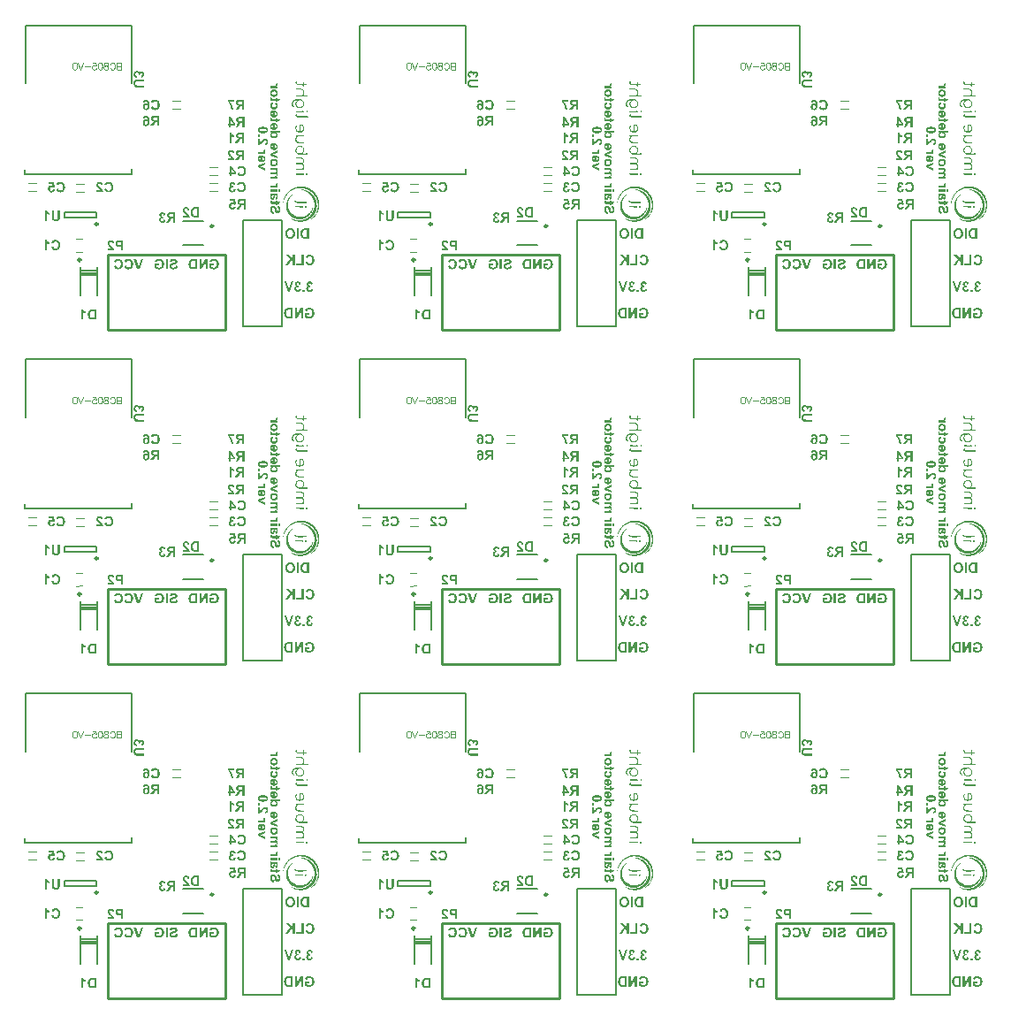
<source format=gbo>
G04*
G04 #@! TF.GenerationSoftware,Altium Limited,Altium Designer,23.5.1 (21)*
G04*
G04 Layer_Color=32896*
%FSAX44Y44*%
%MOMM*%
G71*
G04*
G04 #@! TF.SameCoordinates,899CF12F-B0FD-4176-B9D3-CD2A61966E73*
G04*
G04*
G04 #@! TF.FilePolarity,Positive*
G04*
G01*
G75*
%ADD18C,0.2540*%
%ADD37C,0.2500*%
%ADD38C,0.2000*%
%ADD39C,0.1000*%
%ADD58C,0.1524*%
%ADD59C,0.0762*%
G36*
X00831879Y00962847D02*
X00832161Y00962791D01*
X00832429Y00962720D01*
X00832640Y00962622D01*
X00832823Y00962523D01*
X00832950Y00962453D01*
X00833035Y00962396D01*
X00833063Y00962368D01*
X00833275Y00962171D01*
X00833458Y00961945D01*
X00833599Y00961720D01*
X00833712Y00961508D01*
X00833796Y00961325D01*
X00833838Y00961170D01*
X00833867Y00961113D01*
Y00961071D01*
X00833881Y00961043D01*
Y00961029D01*
X00834036Y00961283D01*
X00834191Y00961494D01*
X00834360Y00961677D01*
X00834529Y00961846D01*
X00834698Y00961987D01*
X00834867Y00962100D01*
X00835037Y00962185D01*
X00835192Y00962269D01*
X00835347Y00962326D01*
X00835488Y00962368D01*
X00835615Y00962396D01*
X00835727Y00962410D01*
X00835812Y00962424D01*
X00835882Y00962439D01*
X00835925D01*
X00835939D01*
X00836108Y00962424D01*
X00836263Y00962410D01*
X00836573Y00962326D01*
X00836855Y00962227D01*
X00837095Y00962100D01*
X00837292Y00961973D01*
X00837433Y00961861D01*
X00837490Y00961818D01*
X00837532Y00961776D01*
X00837546Y00961762D01*
X00837560Y00961748D01*
X00837715Y00961593D01*
X00837856Y00961409D01*
X00837969Y00961240D01*
X00838067Y00961057D01*
X00838166Y00960860D01*
X00838237Y00960676D01*
X00838335Y00960324D01*
X00838378Y00960169D01*
X00838406Y00960014D01*
X00838420Y00959887D01*
X00838434Y00959760D01*
X00838448Y00959661D01*
Y00959535D01*
X00838434Y00959239D01*
X00838406Y00958971D01*
X00838350Y00958717D01*
X00838293Y00958505D01*
X00838237Y00958336D01*
X00838180Y00958195D01*
X00838152Y00958111D01*
X00838138Y00958097D01*
Y00958083D01*
X00838011Y00957857D01*
X00837870Y00957645D01*
X00837729Y00957476D01*
X00837602Y00957335D01*
X00837476Y00957223D01*
X00837377Y00957138D01*
X00837320Y00957082D01*
X00837292Y00957068D01*
X00837081Y00956941D01*
X00836855Y00956828D01*
X00836616Y00956743D01*
X00836390Y00956659D01*
X00836179Y00956602D01*
X00836023Y00956560D01*
X00835953Y00956546D01*
X00835911D01*
X00835882Y00956532D01*
X00835868D01*
X00835586Y00958252D01*
X00835812Y00958294D01*
X00836009Y00958350D01*
X00836179Y00958407D01*
X00836305Y00958477D01*
X00836418Y00958548D01*
X00836503Y00958604D01*
X00836545Y00958646D01*
X00836559Y00958661D01*
X00836672Y00958787D01*
X00836757Y00958928D01*
X00836813Y00959069D01*
X00836855Y00959196D01*
X00836883Y00959309D01*
X00836898Y00959394D01*
Y00959478D01*
X00836883Y00959647D01*
X00836855Y00959817D01*
X00836799Y00959943D01*
X00836757Y00960056D01*
X00836700Y00960155D01*
X00836644Y00960211D01*
X00836616Y00960254D01*
X00836601Y00960268D01*
X00836489Y00960366D01*
X00836348Y00960437D01*
X00836221Y00960493D01*
X00836094Y00960521D01*
X00835981Y00960549D01*
X00835897Y00960564D01*
X00835840D01*
X00835812D01*
X00835601Y00960549D01*
X00835417Y00960507D01*
X00835262Y00960437D01*
X00835135Y00960366D01*
X00835023Y00960282D01*
X00834952Y00960225D01*
X00834896Y00960169D01*
X00834882Y00960155D01*
X00834769Y00959986D01*
X00834684Y00959802D01*
X00834628Y00959605D01*
X00834586Y00959422D01*
X00834572Y00959253D01*
X00834557Y00959112D01*
Y00958985D01*
X00833049Y00958787D01*
X00833091Y00958971D01*
X00833134Y00959126D01*
X00833162Y00959281D01*
X00833176Y00959408D01*
X00833190Y00959506D01*
Y00959647D01*
X00833176Y00959845D01*
X00833120Y00960014D01*
X00833063Y00960169D01*
X00832979Y00960310D01*
X00832908Y00960408D01*
X00832838Y00960493D01*
X00832781Y00960549D01*
X00832767Y00960564D01*
X00832598Y00960691D01*
X00832415Y00960789D01*
X00832231Y00960860D01*
X00832048Y00960916D01*
X00831879Y00960944D01*
X00831752Y00960958D01*
X00831667D01*
X00831653D01*
X00831639D01*
X00831372Y00960944D01*
X00831132Y00960902D01*
X00830920Y00960832D01*
X00830751Y00960761D01*
X00830624Y00960676D01*
X00830526Y00960620D01*
X00830455Y00960564D01*
X00830441Y00960549D01*
X00830300Y00960394D01*
X00830187Y00960225D01*
X00830117Y00960070D01*
X00830060Y00959915D01*
X00830032Y00959774D01*
X00830018Y00959676D01*
X00830004Y00959605D01*
Y00959577D01*
X00830018Y00959380D01*
X00830060Y00959210D01*
X00830117Y00959055D01*
X00830187Y00958914D01*
X00830244Y00958816D01*
X00830300Y00958731D01*
X00830342Y00958675D01*
X00830357Y00958661D01*
X00830511Y00958534D01*
X00830681Y00958421D01*
X00830864Y00958350D01*
X00831033Y00958280D01*
X00831188Y00958238D01*
X00831315Y00958209D01*
X00831400Y00958195D01*
X00831414D01*
X00831428D01*
X00831202Y00956391D01*
X00830977Y00956419D01*
X00830765Y00956476D01*
X00830371Y00956602D01*
X00830032Y00956757D01*
X00829891Y00956856D01*
X00829750Y00956941D01*
X00829623Y00957025D01*
X00829525Y00957110D01*
X00829426Y00957180D01*
X00829356Y00957251D01*
X00829299Y00957307D01*
X00829257Y00957349D01*
X00829229Y00957378D01*
X00829215Y00957392D01*
X00829088Y00957561D01*
X00828961Y00957744D01*
X00828862Y00957913D01*
X00828778Y00958111D01*
X00828637Y00958477D01*
X00828552Y00958816D01*
X00828524Y00958985D01*
X00828496Y00959126D01*
X00828482Y00959253D01*
X00828467Y00959365D01*
X00828453Y00959464D01*
Y00959591D01*
X00828467Y00959845D01*
X00828496Y00960098D01*
X00828538Y00960324D01*
X00828594Y00960549D01*
X00828665Y00960747D01*
X00828735Y00960944D01*
X00828820Y00961127D01*
X00828904Y00961283D01*
X00828989Y00961423D01*
X00829074Y00961564D01*
X00829144Y00961663D01*
X00829215Y00961762D01*
X00829271Y00961832D01*
X00829313Y00961889D01*
X00829342Y00961917D01*
X00829356Y00961931D01*
X00829525Y00962100D01*
X00829708Y00962241D01*
X00829891Y00962368D01*
X00830074Y00962481D01*
X00830272Y00962565D01*
X00830455Y00962650D01*
X00830794Y00962763D01*
X00830949Y00962791D01*
X00831104Y00962819D01*
X00831230Y00962847D01*
X00831343Y00962861D01*
X00831428Y00962876D01*
X00831498D01*
X00831541D01*
X00831555D01*
X00831879Y00962847D01*
D02*
G37*
G36*
X00511879D02*
X00512161Y00962791D01*
X00512428Y00962720D01*
X00512640Y00962622D01*
X00512823Y00962523D01*
X00512950Y00962453D01*
X00513035Y00962396D01*
X00513063Y00962368D01*
X00513274Y00962171D01*
X00513457Y00961945D01*
X00513599Y00961720D01*
X00513711Y00961508D01*
X00513796Y00961325D01*
X00513838Y00961170D01*
X00513866Y00961113D01*
Y00961071D01*
X00513880Y00961043D01*
Y00961029D01*
X00514035Y00961283D01*
X00514191Y00961494D01*
X00514360Y00961677D01*
X00514529Y00961846D01*
X00514698Y00961987D01*
X00514867Y00962100D01*
X00515036Y00962185D01*
X00515191Y00962269D01*
X00515346Y00962326D01*
X00515488Y00962368D01*
X00515614Y00962396D01*
X00515727Y00962410D01*
X00515812Y00962424D01*
X00515882Y00962439D01*
X00515924D01*
X00515939D01*
X00516108Y00962424D01*
X00516263Y00962410D01*
X00516573Y00962326D01*
X00516855Y00962227D01*
X00517094Y00962100D01*
X00517292Y00961973D01*
X00517433Y00961861D01*
X00517489Y00961818D01*
X00517532Y00961776D01*
X00517546Y00961762D01*
X00517560Y00961748D01*
X00517715Y00961593D01*
X00517856Y00961409D01*
X00517969Y00961240D01*
X00518067Y00961057D01*
X00518166Y00960860D01*
X00518236Y00960676D01*
X00518335Y00960324D01*
X00518377Y00960169D01*
X00518406Y00960014D01*
X00518420Y00959887D01*
X00518434Y00959760D01*
X00518448Y00959661D01*
Y00959535D01*
X00518434Y00959239D01*
X00518406Y00958971D01*
X00518349Y00958717D01*
X00518293Y00958505D01*
X00518236Y00958336D01*
X00518180Y00958195D01*
X00518152Y00958111D01*
X00518138Y00958097D01*
Y00958083D01*
X00518011Y00957857D01*
X00517870Y00957645D01*
X00517729Y00957476D01*
X00517602Y00957335D01*
X00517475Y00957223D01*
X00517377Y00957138D01*
X00517320Y00957082D01*
X00517292Y00957068D01*
X00517080Y00956941D01*
X00516855Y00956828D01*
X00516615Y00956743D01*
X00516390Y00956659D01*
X00516178Y00956602D01*
X00516023Y00956560D01*
X00515953Y00956546D01*
X00515910D01*
X00515882Y00956532D01*
X00515868D01*
X00515586Y00958252D01*
X00515812Y00958294D01*
X00516009Y00958350D01*
X00516178Y00958407D01*
X00516305Y00958477D01*
X00516418Y00958548D01*
X00516502Y00958604D01*
X00516545Y00958646D01*
X00516559Y00958661D01*
X00516672Y00958787D01*
X00516756Y00958928D01*
X00516813Y00959069D01*
X00516855Y00959196D01*
X00516883Y00959309D01*
X00516897Y00959394D01*
Y00959478D01*
X00516883Y00959647D01*
X00516855Y00959817D01*
X00516799Y00959943D01*
X00516756Y00960056D01*
X00516700Y00960155D01*
X00516643Y00960211D01*
X00516615Y00960254D01*
X00516601Y00960268D01*
X00516488Y00960366D01*
X00516347Y00960437D01*
X00516221Y00960493D01*
X00516094Y00960521D01*
X00515981Y00960549D01*
X00515896Y00960564D01*
X00515840D01*
X00515812D01*
X00515600Y00960549D01*
X00515417Y00960507D01*
X00515262Y00960437D01*
X00515135Y00960366D01*
X00515022Y00960282D01*
X00514952Y00960225D01*
X00514895Y00960169D01*
X00514881Y00960155D01*
X00514768Y00959986D01*
X00514684Y00959802D01*
X00514628Y00959605D01*
X00514585Y00959422D01*
X00514571Y00959253D01*
X00514557Y00959112D01*
Y00958985D01*
X00513049Y00958787D01*
X00513091Y00958971D01*
X00513133Y00959126D01*
X00513162Y00959281D01*
X00513176Y00959408D01*
X00513190Y00959506D01*
Y00959647D01*
X00513176Y00959845D01*
X00513119Y00960014D01*
X00513063Y00960169D01*
X00512978Y00960310D01*
X00512908Y00960408D01*
X00512837Y00960493D01*
X00512781Y00960549D01*
X00512767Y00960564D01*
X00512598Y00960691D01*
X00512414Y00960789D01*
X00512231Y00960860D01*
X00512048Y00960916D01*
X00511879Y00960944D01*
X00511752Y00960958D01*
X00511667D01*
X00511653D01*
X00511639D01*
X00511371Y00960944D01*
X00511132Y00960902D01*
X00510920Y00960832D01*
X00510751Y00960761D01*
X00510624Y00960676D01*
X00510525Y00960620D01*
X00510455Y00960564D01*
X00510441Y00960549D01*
X00510300Y00960394D01*
X00510187Y00960225D01*
X00510117Y00960070D01*
X00510060Y00959915D01*
X00510032Y00959774D01*
X00510018Y00959676D01*
X00510004Y00959605D01*
Y00959577D01*
X00510018Y00959380D01*
X00510060Y00959210D01*
X00510117Y00959055D01*
X00510187Y00958914D01*
X00510243Y00958816D01*
X00510300Y00958731D01*
X00510342Y00958675D01*
X00510356Y00958661D01*
X00510511Y00958534D01*
X00510680Y00958421D01*
X00510864Y00958350D01*
X00511033Y00958280D01*
X00511188Y00958238D01*
X00511315Y00958209D01*
X00511399Y00958195D01*
X00511413D01*
X00511428D01*
X00511202Y00956391D01*
X00510976Y00956419D01*
X00510765Y00956476D01*
X00510370Y00956602D01*
X00510032Y00956757D01*
X00509891Y00956856D01*
X00509750Y00956941D01*
X00509623Y00957025D01*
X00509524Y00957110D01*
X00509426Y00957180D01*
X00509355Y00957251D01*
X00509299Y00957307D01*
X00509257Y00957349D01*
X00509228Y00957378D01*
X00509214Y00957392D01*
X00509087Y00957561D01*
X00508961Y00957744D01*
X00508862Y00957913D01*
X00508777Y00958111D01*
X00508636Y00958477D01*
X00508552Y00958816D01*
X00508524Y00958985D01*
X00508495Y00959126D01*
X00508481Y00959253D01*
X00508467Y00959365D01*
X00508453Y00959464D01*
Y00959591D01*
X00508467Y00959845D01*
X00508495Y00960098D01*
X00508538Y00960324D01*
X00508594Y00960549D01*
X00508665Y00960747D01*
X00508735Y00960944D01*
X00508820Y00961127D01*
X00508904Y00961283D01*
X00508989Y00961423D01*
X00509073Y00961564D01*
X00509144Y00961663D01*
X00509214Y00961762D01*
X00509271Y00961832D01*
X00509313Y00961889D01*
X00509341Y00961917D01*
X00509355Y00961931D01*
X00509524Y00962100D01*
X00509708Y00962241D01*
X00509891Y00962368D01*
X00510074Y00962481D01*
X00510272Y00962565D01*
X00510455Y00962650D01*
X00510793Y00962763D01*
X00510948Y00962791D01*
X00511103Y00962819D01*
X00511230Y00962847D01*
X00511343Y00962861D01*
X00511428Y00962876D01*
X00511498D01*
X00511540D01*
X00511554D01*
X00511879Y00962847D01*
D02*
G37*
G36*
X00191878D02*
X00192160Y00962791D01*
X00192428Y00962720D01*
X00192640Y00962622D01*
X00192823Y00962523D01*
X00192950Y00962453D01*
X00193034Y00962396D01*
X00193062Y00962368D01*
X00193274Y00962171D01*
X00193457Y00961945D01*
X00193598Y00961720D01*
X00193711Y00961508D01*
X00193796Y00961325D01*
X00193838Y00961170D01*
X00193866Y00961113D01*
Y00961071D01*
X00193880Y00961043D01*
Y00961029D01*
X00194035Y00961283D01*
X00194190Y00961494D01*
X00194359Y00961677D01*
X00194529Y00961846D01*
X00194698Y00961987D01*
X00194867Y00962100D01*
X00195036Y00962185D01*
X00195191Y00962269D01*
X00195346Y00962326D01*
X00195487Y00962368D01*
X00195614Y00962396D01*
X00195727Y00962410D01*
X00195811Y00962424D01*
X00195882Y00962439D01*
X00195924D01*
X00195938D01*
X00196108Y00962424D01*
X00196262Y00962410D01*
X00196573Y00962326D01*
X00196855Y00962227D01*
X00197094Y00962100D01*
X00197292Y00961973D01*
X00197433Y00961861D01*
X00197489Y00961818D01*
X00197531Y00961776D01*
X00197545Y00961762D01*
X00197559Y00961748D01*
X00197715Y00961593D01*
X00197855Y00961409D01*
X00197968Y00961240D01*
X00198067Y00961057D01*
X00198166Y00960860D01*
X00198236Y00960676D01*
X00198335Y00960324D01*
X00198377Y00960169D01*
X00198405Y00960014D01*
X00198419Y00959887D01*
X00198433Y00959760D01*
X00198448Y00959661D01*
Y00959535D01*
X00198433Y00959239D01*
X00198405Y00958971D01*
X00198349Y00958717D01*
X00198293Y00958505D01*
X00198236Y00958336D01*
X00198180Y00958195D01*
X00198151Y00958111D01*
X00198137Y00958097D01*
Y00958083D01*
X00198011Y00957857D01*
X00197870Y00957645D01*
X00197729Y00957476D01*
X00197602Y00957335D01*
X00197475Y00957223D01*
X00197376Y00957138D01*
X00197320Y00957082D01*
X00197292Y00957068D01*
X00197080Y00956941D01*
X00196855Y00956828D01*
X00196615Y00956743D01*
X00196389Y00956659D01*
X00196178Y00956602D01*
X00196023Y00956560D01*
X00195952Y00956546D01*
X00195910D01*
X00195882Y00956532D01*
X00195868D01*
X00195586Y00958252D01*
X00195811Y00958294D01*
X00196009Y00958350D01*
X00196178Y00958407D01*
X00196305Y00958477D01*
X00196418Y00958548D01*
X00196502Y00958604D01*
X00196544Y00958646D01*
X00196559Y00958661D01*
X00196671Y00958787D01*
X00196756Y00958928D01*
X00196812Y00959069D01*
X00196855Y00959196D01*
X00196883Y00959309D01*
X00196897Y00959394D01*
Y00959478D01*
X00196883Y00959647D01*
X00196855Y00959817D01*
X00196798Y00959943D01*
X00196756Y00960056D01*
X00196700Y00960155D01*
X00196643Y00960211D01*
X00196615Y00960254D01*
X00196601Y00960268D01*
X00196488Y00960366D01*
X00196347Y00960437D01*
X00196220Y00960493D01*
X00196093Y00960521D01*
X00195981Y00960549D01*
X00195896Y00960564D01*
X00195840D01*
X00195811D01*
X00195600Y00960549D01*
X00195417Y00960507D01*
X00195262Y00960437D01*
X00195135Y00960366D01*
X00195022Y00960282D01*
X00194951Y00960225D01*
X00194895Y00960169D01*
X00194881Y00960155D01*
X00194768Y00959986D01*
X00194684Y00959802D01*
X00194627Y00959605D01*
X00194585Y00959422D01*
X00194571Y00959253D01*
X00194557Y00959112D01*
Y00958985D01*
X00193048Y00958787D01*
X00193091Y00958971D01*
X00193133Y00959126D01*
X00193161Y00959281D01*
X00193175Y00959408D01*
X00193189Y00959506D01*
Y00959647D01*
X00193175Y00959845D01*
X00193119Y00960014D01*
X00193062Y00960169D01*
X00192978Y00960310D01*
X00192907Y00960408D01*
X00192837Y00960493D01*
X00192781Y00960549D01*
X00192766Y00960564D01*
X00192597Y00960691D01*
X00192414Y00960789D01*
X00192231Y00960860D01*
X00192048Y00960916D01*
X00191878Y00960944D01*
X00191751Y00960958D01*
X00191667D01*
X00191653D01*
X00191639D01*
X00191371Y00960944D01*
X00191131Y00960902D01*
X00190920Y00960832D01*
X00190751Y00960761D01*
X00190624Y00960676D01*
X00190525Y00960620D01*
X00190455Y00960564D01*
X00190441Y00960549D01*
X00190299Y00960394D01*
X00190187Y00960225D01*
X00190116Y00960070D01*
X00190060Y00959915D01*
X00190032Y00959774D01*
X00190018Y00959676D01*
X00190004Y00959605D01*
Y00959577D01*
X00190018Y00959380D01*
X00190060Y00959210D01*
X00190116Y00959055D01*
X00190187Y00958914D01*
X00190243Y00958816D01*
X00190299Y00958731D01*
X00190342Y00958675D01*
X00190356Y00958661D01*
X00190511Y00958534D01*
X00190680Y00958421D01*
X00190863Y00958350D01*
X00191033Y00958280D01*
X00191188Y00958238D01*
X00191315Y00958209D01*
X00191399Y00958195D01*
X00191413D01*
X00191427D01*
X00191202Y00956391D01*
X00190976Y00956419D01*
X00190765Y00956476D01*
X00190370Y00956602D01*
X00190032Y00956757D01*
X00189891Y00956856D01*
X00189750Y00956941D01*
X00189623Y00957025D01*
X00189524Y00957110D01*
X00189426Y00957180D01*
X00189355Y00957251D01*
X00189299Y00957307D01*
X00189256Y00957349D01*
X00189228Y00957378D01*
X00189214Y00957392D01*
X00189087Y00957561D01*
X00188960Y00957744D01*
X00188862Y00957913D01*
X00188777Y00958111D01*
X00188636Y00958477D01*
X00188552Y00958816D01*
X00188523Y00958985D01*
X00188495Y00959126D01*
X00188481Y00959253D01*
X00188467Y00959365D01*
X00188453Y00959464D01*
Y00959591D01*
X00188467Y00959845D01*
X00188495Y00960098D01*
X00188537Y00960324D01*
X00188594Y00960549D01*
X00188664Y00960747D01*
X00188735Y00960944D01*
X00188819Y00961127D01*
X00188904Y00961283D01*
X00188988Y00961423D01*
X00189073Y00961564D01*
X00189144Y00961663D01*
X00189214Y00961762D01*
X00189270Y00961832D01*
X00189313Y00961889D01*
X00189341Y00961917D01*
X00189355Y00961931D01*
X00189524Y00962100D01*
X00189707Y00962241D01*
X00189891Y00962368D01*
X00190074Y00962481D01*
X00190271Y00962565D01*
X00190455Y00962650D01*
X00190793Y00962763D01*
X00190948Y00962791D01*
X00191103Y00962819D01*
X00191230Y00962847D01*
X00191343Y00962861D01*
X00191427Y00962876D01*
X00191498D01*
X00191540D01*
X00191554D01*
X00191878Y00962847D01*
D02*
G37*
G36*
X00984493Y00952699D02*
X00984574Y00951811D01*
X00984655Y00951488D01*
X00984816Y00951084D01*
X00985018Y00950882D01*
X00985906Y00950398D01*
X00989862Y00950317D01*
X00990427Y00950479D01*
X00990629Y00950761D01*
X00990710Y00951891D01*
X00990790Y00952214D01*
X00991154Y00952497D01*
X00991396Y00952416D01*
X00991517Y00952214D01*
X00991598Y00951165D01*
X00991678Y00950600D01*
X00991921Y00950358D01*
X00992324Y00950277D01*
X00992526Y00950317D01*
X00993737D01*
X00994302Y00950156D01*
X00994423Y00950035D01*
X00994504Y00949550D01*
X00994302Y00949348D01*
X00992122Y00949268D01*
X00991800Y00949187D01*
X00991678Y00949066D01*
X00991598Y00948259D01*
X00991477Y00947895D01*
X00990992Y00947814D01*
X00990790Y00948016D01*
X00990710Y00948662D01*
X00990629Y00948985D01*
X00990346Y00949187D01*
X00986471Y00949268D01*
X00985341Y00949429D01*
X00984857Y00949752D01*
X00984453Y00949994D01*
X00984170Y00950277D01*
X00983928Y00950680D01*
X00983605Y00951407D01*
X00983525Y00952295D01*
X00983605Y00952618D01*
X00983807Y00952820D01*
X00984292Y00952901D01*
X00984493Y00952699D01*
D02*
G37*
G36*
X00664493D02*
X00664574Y00951811D01*
X00664654Y00951488D01*
X00664816Y00951084D01*
X00665018Y00950882D01*
X00665906Y00950398D01*
X00669862Y00950317D01*
X00670427Y00950479D01*
X00670629Y00950761D01*
X00670709Y00951891D01*
X00670790Y00952214D01*
X00671153Y00952497D01*
X00671396Y00952416D01*
X00671517Y00952214D01*
X00671597Y00951165D01*
X00671678Y00950600D01*
X00671920Y00950358D01*
X00672324Y00950277D01*
X00672526Y00950317D01*
X00673737D01*
X00674302Y00950156D01*
X00674423Y00950035D01*
X00674504Y00949550D01*
X00674302Y00949348D01*
X00672122Y00949268D01*
X00671799Y00949187D01*
X00671678Y00949066D01*
X00671597Y00948259D01*
X00671476Y00947895D01*
X00670992Y00947814D01*
X00670790Y00948016D01*
X00670709Y00948662D01*
X00670629Y00948985D01*
X00670346Y00949187D01*
X00666471Y00949268D01*
X00665341Y00949429D01*
X00664856Y00949752D01*
X00664453Y00949994D01*
X00664170Y00950277D01*
X00663928Y00950680D01*
X00663605Y00951407D01*
X00663524Y00952295D01*
X00663605Y00952618D01*
X00663807Y00952820D01*
X00664291Y00952901D01*
X00664493Y00952699D01*
D02*
G37*
G36*
X00344493D02*
X00344574Y00951811D01*
X00344654Y00951488D01*
X00344816Y00951084D01*
X00345018Y00950882D01*
X00345906Y00950398D01*
X00349861Y00950317D01*
X00350426Y00950479D01*
X00350628Y00950761D01*
X00350709Y00951891D01*
X00350790Y00952214D01*
X00351153Y00952497D01*
X00351395Y00952416D01*
X00351516Y00952214D01*
X00351597Y00951165D01*
X00351678Y00950600D01*
X00351920Y00950358D01*
X00352324Y00950277D01*
X00352526Y00950317D01*
X00353736D01*
X00354302Y00950156D01*
X00354423Y00950035D01*
X00354504Y00949550D01*
X00354302Y00949348D01*
X00352122Y00949268D01*
X00351799Y00949187D01*
X00351678Y00949066D01*
X00351597Y00948259D01*
X00351476Y00947895D01*
X00350992Y00947814D01*
X00350790Y00948016D01*
X00350709Y00948662D01*
X00350628Y00948985D01*
X00350346Y00949187D01*
X00346471Y00949268D01*
X00345340Y00949429D01*
X00344856Y00949752D01*
X00344452Y00949994D01*
X00344170Y00950277D01*
X00343928Y00950680D01*
X00343605Y00951407D01*
X00343524Y00952295D01*
X00343605Y00952618D01*
X00343806Y00952820D01*
X00344291Y00952901D01*
X00344493Y00952699D01*
D02*
G37*
G36*
X00838392Y00952824D02*
X00832979D01*
X00832767D01*
X00832570D01*
X00832386Y00952810D01*
X00832217D01*
X00832076Y00952796D01*
X00831935D01*
X00831808Y00952782D01*
X00831696D01*
X00831526Y00952754D01*
X00831400Y00952740D01*
X00831329Y00952726D01*
X00831301D01*
X00831118Y00952683D01*
X00830963Y00952613D01*
X00830822Y00952528D01*
X00830695Y00952444D01*
X00830596Y00952359D01*
X00830526Y00952289D01*
X00830483Y00952232D01*
X00830469Y00952218D01*
X00830357Y00952049D01*
X00830272Y00951838D01*
X00830216Y00951640D01*
X00830173Y00951429D01*
X00830145Y00951245D01*
X00830131Y00951105D01*
Y00950964D01*
X00830145Y00950667D01*
X00830187Y00950414D01*
X00830244Y00950188D01*
X00830314Y00949991D01*
X00830371Y00949850D01*
X00830427Y00949737D01*
X00830469Y00949681D01*
X00830483Y00949652D01*
X00830624Y00949498D01*
X00830794Y00949371D01*
X00830949Y00949258D01*
X00831104Y00949187D01*
X00831245Y00949131D01*
X00831357Y00949089D01*
X00831428Y00949061D01*
X00831456D01*
X00831541Y00949046D01*
X00831625Y00949032D01*
X00831738D01*
X00831865Y00949018D01*
X00832133Y00949004D01*
X00832415D01*
X00832668Y00948990D01*
X00832781D01*
X00832894D01*
X00832979D01*
X00833035D01*
X00833077D01*
X00833091D01*
X00838392D01*
Y00947016D01*
X00833176D01*
X00832880D01*
X00832598Y00947030D01*
X00832330D01*
X00832090Y00947045D01*
X00831865Y00947059D01*
X00831667Y00947073D01*
X00831484Y00947087D01*
X00831315Y00947115D01*
X00831174Y00947129D01*
X00831047Y00947143D01*
X00830935Y00947157D01*
X00830850Y00947171D01*
X00830779Y00947186D01*
X00830737D01*
X00830709Y00947200D01*
X00830695D01*
X00830483Y00947270D01*
X00830286Y00947341D01*
X00830103Y00947439D01*
X00829948Y00947524D01*
X00829807Y00947608D01*
X00829694Y00947679D01*
X00829638Y00947735D01*
X00829609Y00947749D01*
X00829426Y00947919D01*
X00829257Y00948102D01*
X00829116Y00948299D01*
X00828989Y00948483D01*
X00828890Y00948637D01*
X00828820Y00948779D01*
X00828778Y00948863D01*
X00828764Y00948877D01*
Y00948891D01*
X00828707Y00949032D01*
X00828665Y00949187D01*
X00828580Y00949540D01*
X00828524Y00949892D01*
X00828496Y00950230D01*
X00828482Y00950386D01*
X00828467Y00950541D01*
Y00950667D01*
X00828453Y00950794D01*
Y00951020D01*
X00828467Y00951429D01*
X00828496Y00951795D01*
X00828552Y00952120D01*
X00828608Y00952387D01*
X00828623Y00952500D01*
X00828651Y00952613D01*
X00828679Y00952698D01*
X00828707Y00952768D01*
X00828721Y00952824D01*
X00828735Y00952867D01*
X00828749Y00952881D01*
Y00952895D01*
X00828862Y00953149D01*
X00829003Y00953374D01*
X00829130Y00953571D01*
X00829257Y00953741D01*
X00829370Y00953867D01*
X00829454Y00953966D01*
X00829511Y00954023D01*
X00829539Y00954037D01*
X00829736Y00954192D01*
X00829948Y00954319D01*
X00830145Y00954417D01*
X00830342Y00954502D01*
X00830511Y00954558D01*
X00830652Y00954601D01*
X00830695Y00954615D01*
X00830737D01*
X00830751Y00954629D01*
X00830765D01*
X00830920Y00954657D01*
X00831089Y00954685D01*
X00831273Y00954713D01*
X00831456Y00954727D01*
X00831879Y00954756D01*
X00832288Y00954784D01*
X00832471D01*
X00832654D01*
X00832823Y00954798D01*
X00832964D01*
X00833077D01*
X00833176D01*
X00833232D01*
X00833246D01*
X00838392D01*
Y00952824D01*
D02*
G37*
G36*
X00518391D02*
X00512978D01*
X00512767D01*
X00512569D01*
X00512386Y00952810D01*
X00512217D01*
X00512076Y00952796D01*
X00511935D01*
X00511808Y00952782D01*
X00511695D01*
X00511526Y00952754D01*
X00511399Y00952740D01*
X00511329Y00952726D01*
X00511301D01*
X00511117Y00952683D01*
X00510962Y00952613D01*
X00510821Y00952528D01*
X00510695Y00952444D01*
X00510596Y00952359D01*
X00510525Y00952289D01*
X00510483Y00952232D01*
X00510469Y00952218D01*
X00510356Y00952049D01*
X00510272Y00951838D01*
X00510215Y00951640D01*
X00510173Y00951429D01*
X00510145Y00951245D01*
X00510131Y00951105D01*
Y00950964D01*
X00510145Y00950667D01*
X00510187Y00950414D01*
X00510243Y00950188D01*
X00510314Y00949991D01*
X00510370Y00949850D01*
X00510427Y00949737D01*
X00510469Y00949681D01*
X00510483Y00949652D01*
X00510624Y00949498D01*
X00510793Y00949371D01*
X00510948Y00949258D01*
X00511103Y00949187D01*
X00511244Y00949131D01*
X00511357Y00949089D01*
X00511428Y00949061D01*
X00511456D01*
X00511540Y00949046D01*
X00511625Y00949032D01*
X00511738D01*
X00511865Y00949018D01*
X00512132Y00949004D01*
X00512414D01*
X00512668Y00948990D01*
X00512781D01*
X00512894D01*
X00512978D01*
X00513035D01*
X00513077D01*
X00513091D01*
X00518391D01*
Y00947016D01*
X00513176D01*
X00512879D01*
X00512598Y00947030D01*
X00512330D01*
X00512090Y00947045D01*
X00511865Y00947059D01*
X00511667Y00947073D01*
X00511484Y00947087D01*
X00511315Y00947115D01*
X00511174Y00947129D01*
X00511047Y00947143D01*
X00510934Y00947157D01*
X00510850Y00947171D01*
X00510779Y00947186D01*
X00510737D01*
X00510709Y00947200D01*
X00510695D01*
X00510483Y00947270D01*
X00510286Y00947341D01*
X00510102Y00947439D01*
X00509947Y00947524D01*
X00509806Y00947608D01*
X00509694Y00947679D01*
X00509637Y00947735D01*
X00509609Y00947749D01*
X00509426Y00947919D01*
X00509257Y00948102D01*
X00509116Y00948299D01*
X00508989Y00948483D01*
X00508890Y00948637D01*
X00508820Y00948779D01*
X00508777Y00948863D01*
X00508763Y00948877D01*
Y00948891D01*
X00508707Y00949032D01*
X00508665Y00949187D01*
X00508580Y00949540D01*
X00508524Y00949892D01*
X00508495Y00950230D01*
X00508481Y00950386D01*
X00508467Y00950541D01*
Y00950667D01*
X00508453Y00950794D01*
Y00951020D01*
X00508467Y00951429D01*
X00508495Y00951795D01*
X00508552Y00952120D01*
X00508608Y00952387D01*
X00508622Y00952500D01*
X00508650Y00952613D01*
X00508679Y00952698D01*
X00508707Y00952768D01*
X00508721Y00952824D01*
X00508735Y00952867D01*
X00508749Y00952881D01*
Y00952895D01*
X00508862Y00953149D01*
X00509003Y00953374D01*
X00509130Y00953571D01*
X00509257Y00953741D01*
X00509369Y00953867D01*
X00509454Y00953966D01*
X00509510Y00954023D01*
X00509539Y00954037D01*
X00509736Y00954192D01*
X00509947Y00954319D01*
X00510145Y00954417D01*
X00510342Y00954502D01*
X00510511Y00954558D01*
X00510652Y00954601D01*
X00510695Y00954615D01*
X00510737D01*
X00510751Y00954629D01*
X00510765D01*
X00510920Y00954657D01*
X00511089Y00954685D01*
X00511273Y00954713D01*
X00511456Y00954727D01*
X00511879Y00954756D01*
X00512287Y00954784D01*
X00512471D01*
X00512654D01*
X00512823Y00954798D01*
X00512964D01*
X00513077D01*
X00513176D01*
X00513232D01*
X00513246D01*
X00518391D01*
Y00952824D01*
D02*
G37*
G36*
X00198391D02*
X00192978D01*
X00192766D01*
X00192569D01*
X00192386Y00952810D01*
X00192217D01*
X00192076Y00952796D01*
X00191935D01*
X00191808Y00952782D01*
X00191695D01*
X00191526Y00952754D01*
X00191399Y00952740D01*
X00191329Y00952726D01*
X00191300D01*
X00191117Y00952683D01*
X00190962Y00952613D01*
X00190821Y00952528D01*
X00190694Y00952444D01*
X00190595Y00952359D01*
X00190525Y00952289D01*
X00190483Y00952232D01*
X00190469Y00952218D01*
X00190356Y00952049D01*
X00190271Y00951838D01*
X00190215Y00951640D01*
X00190173Y00951429D01*
X00190144Y00951245D01*
X00190130Y00951105D01*
Y00950964D01*
X00190144Y00950667D01*
X00190187Y00950414D01*
X00190243Y00950188D01*
X00190314Y00949991D01*
X00190370Y00949850D01*
X00190426Y00949737D01*
X00190469Y00949681D01*
X00190483Y00949652D01*
X00190624Y00949498D01*
X00190793Y00949371D01*
X00190948Y00949258D01*
X00191103Y00949187D01*
X00191244Y00949131D01*
X00191357Y00949089D01*
X00191427Y00949061D01*
X00191455D01*
X00191540Y00949046D01*
X00191625Y00949032D01*
X00191737D01*
X00191864Y00949018D01*
X00192132Y00949004D01*
X00192414D01*
X00192668Y00948990D01*
X00192781D01*
X00192893D01*
X00192978D01*
X00193034D01*
X00193077D01*
X00193091D01*
X00198391D01*
Y00947016D01*
X00193175D01*
X00192879D01*
X00192597Y00947030D01*
X00192330D01*
X00192090Y00947045D01*
X00191864Y00947059D01*
X00191667Y00947073D01*
X00191484Y00947087D01*
X00191315Y00947115D01*
X00191173Y00947129D01*
X00191047Y00947143D01*
X00190934Y00947157D01*
X00190849Y00947171D01*
X00190779Y00947186D01*
X00190737D01*
X00190708Y00947200D01*
X00190694D01*
X00190483Y00947270D01*
X00190285Y00947341D01*
X00190102Y00947439D01*
X00189947Y00947524D01*
X00189806Y00947608D01*
X00189693Y00947679D01*
X00189637Y00947735D01*
X00189609Y00947749D01*
X00189426Y00947919D01*
X00189256Y00948102D01*
X00189115Y00948299D01*
X00188988Y00948483D01*
X00188890Y00948637D01*
X00188819Y00948779D01*
X00188777Y00948863D01*
X00188763Y00948877D01*
Y00948891D01*
X00188706Y00949032D01*
X00188664Y00949187D01*
X00188580Y00949540D01*
X00188523Y00949892D01*
X00188495Y00950230D01*
X00188481Y00950386D01*
X00188467Y00950541D01*
Y00950667D01*
X00188453Y00950794D01*
Y00951020D01*
X00188467Y00951429D01*
X00188495Y00951795D01*
X00188552Y00952120D01*
X00188608Y00952387D01*
X00188622Y00952500D01*
X00188650Y00952613D01*
X00188678Y00952698D01*
X00188706Y00952768D01*
X00188721Y00952824D01*
X00188735Y00952867D01*
X00188749Y00952881D01*
Y00952895D01*
X00188862Y00953149D01*
X00189003Y00953374D01*
X00189129Y00953571D01*
X00189256Y00953741D01*
X00189369Y00953867D01*
X00189454Y00953966D01*
X00189510Y00954023D01*
X00189538Y00954037D01*
X00189736Y00954192D01*
X00189947Y00954319D01*
X00190144Y00954417D01*
X00190342Y00954502D01*
X00190511Y00954558D01*
X00190652Y00954601D01*
X00190694Y00954615D01*
X00190737D01*
X00190751Y00954629D01*
X00190765D01*
X00190920Y00954657D01*
X00191089Y00954685D01*
X00191272Y00954713D01*
X00191455Y00954727D01*
X00191878Y00954756D01*
X00192287Y00954784D01*
X00192470D01*
X00192654D01*
X00192823Y00954798D01*
X00192964D01*
X00193077D01*
X00193175D01*
X00193232D01*
X00193246D01*
X00198391D01*
Y00952824D01*
D02*
G37*
G36*
X00966267Y00950704D02*
X00966350Y00950496D01*
X00966420Y00950288D01*
X00966461Y00950094D01*
X00966489Y00949941D01*
X00966503Y00949817D01*
Y00949706D01*
X00966489Y00949539D01*
X00966475Y00949401D01*
X00966433Y00949262D01*
X00966392Y00949151D01*
X00966350Y00949054D01*
X00966323Y00948971D01*
X00966295Y00948929D01*
X00966281Y00948915D01*
X00966184Y00948777D01*
X00966045Y00948652D01*
X00965893Y00948513D01*
X00965740Y00948402D01*
X00965588Y00948291D01*
X00965463Y00948208D01*
X00965379Y00948152D01*
X00965366Y00948139D01*
X00966350D01*
Y00946433D01*
X00959388D01*
Y00948277D01*
X00961524D01*
X00961843D01*
X00962134D01*
X00962398Y00948291D01*
X00962634Y00948305D01*
X00962856D01*
X00963036Y00948319D01*
X00963216Y00948333D01*
X00963355Y00948347D01*
X00963480Y00948361D01*
X00963590Y00948374D01*
X00963674Y00948388D01*
X00963743D01*
X00963785Y00948402D01*
X00963826Y00948416D01*
X00963854D01*
X00964048Y00948472D01*
X00964215Y00948541D01*
X00964353Y00948610D01*
X00964450Y00948680D01*
X00964534Y00948735D01*
X00964589Y00948790D01*
X00964617Y00948818D01*
X00964631Y00948832D01*
X00964700Y00948943D01*
X00964755Y00949054D01*
X00964797Y00949165D01*
X00964825Y00949262D01*
X00964839Y00949345D01*
X00964853Y00949428D01*
Y00949484D01*
X00964839Y00949636D01*
X00964811Y00949789D01*
X00964755Y00949928D01*
X00964700Y00950066D01*
X00964644Y00950177D01*
X00964589Y00950260D01*
X00964561Y00950330D01*
X00964547Y00950344D01*
X00966142Y00950926D01*
X00966267Y00950704D01*
D02*
G37*
G36*
X00646267D02*
X00646350Y00950496D01*
X00646419Y00950288D01*
X00646461Y00950094D01*
X00646489Y00949941D01*
X00646503Y00949817D01*
Y00949706D01*
X00646489Y00949539D01*
X00646475Y00949401D01*
X00646433Y00949262D01*
X00646392Y00949151D01*
X00646350Y00949054D01*
X00646322Y00948971D01*
X00646294Y00948929D01*
X00646281Y00948915D01*
X00646184Y00948777D01*
X00646045Y00948652D01*
X00645892Y00948513D01*
X00645740Y00948402D01*
X00645587Y00948291D01*
X00645462Y00948208D01*
X00645379Y00948152D01*
X00645365Y00948139D01*
X00646350D01*
Y00946433D01*
X00639388D01*
Y00948277D01*
X00641524D01*
X00641843D01*
X00642134D01*
X00642398Y00948291D01*
X00642633Y00948305D01*
X00642855D01*
X00643036Y00948319D01*
X00643216Y00948333D01*
X00643354Y00948347D01*
X00643479Y00948361D01*
X00643590Y00948374D01*
X00643673Y00948388D01*
X00643743D01*
X00643784Y00948402D01*
X00643826Y00948416D01*
X00643854D01*
X00644048Y00948472D01*
X00644214Y00948541D01*
X00644353Y00948610D01*
X00644450Y00948680D01*
X00644533Y00948735D01*
X00644589Y00948790D01*
X00644616Y00948818D01*
X00644630Y00948832D01*
X00644700Y00948943D01*
X00644755Y00949054D01*
X00644797Y00949165D01*
X00644825Y00949262D01*
X00644838Y00949345D01*
X00644852Y00949428D01*
Y00949484D01*
X00644838Y00949636D01*
X00644811Y00949789D01*
X00644755Y00949928D01*
X00644700Y00950066D01*
X00644644Y00950177D01*
X00644589Y00950260D01*
X00644561Y00950330D01*
X00644547Y00950344D01*
X00646142Y00950926D01*
X00646267Y00950704D01*
D02*
G37*
G36*
X00326267D02*
X00326350Y00950496D01*
X00326419Y00950288D01*
X00326461Y00950094D01*
X00326488Y00949941D01*
X00326502Y00949817D01*
Y00949706D01*
X00326488Y00949539D01*
X00326474Y00949401D01*
X00326433Y00949262D01*
X00326391Y00949151D01*
X00326350Y00949054D01*
X00326322Y00948971D01*
X00326294Y00948929D01*
X00326280Y00948915D01*
X00326183Y00948777D01*
X00326045Y00948652D01*
X00325892Y00948513D01*
X00325740Y00948402D01*
X00325587Y00948291D01*
X00325462Y00948208D01*
X00325379Y00948152D01*
X00325365Y00948139D01*
X00326350D01*
Y00946433D01*
X00319388D01*
Y00948277D01*
X00321524D01*
X00321842D01*
X00322134D01*
X00322397Y00948291D01*
X00322633Y00948305D01*
X00322855D01*
X00323035Y00948319D01*
X00323215Y00948333D01*
X00323354Y00948347D01*
X00323479Y00948361D01*
X00323590Y00948374D01*
X00323673Y00948388D01*
X00323742D01*
X00323784Y00948402D01*
X00323826Y00948416D01*
X00323853D01*
X00324048Y00948472D01*
X00324214Y00948541D01*
X00324353Y00948610D01*
X00324450Y00948680D01*
X00324533Y00948735D01*
X00324588Y00948790D01*
X00324616Y00948818D01*
X00324630Y00948832D01*
X00324699Y00948943D01*
X00324755Y00949054D01*
X00324796Y00949165D01*
X00324824Y00949262D01*
X00324838Y00949345D01*
X00324852Y00949428D01*
Y00949484D01*
X00324838Y00949636D01*
X00324810Y00949789D01*
X00324755Y00949928D01*
X00324699Y00950066D01*
X00324644Y00950177D01*
X00324588Y00950260D01*
X00324561Y00950330D01*
X00324547Y00950344D01*
X00326142Y00950926D01*
X00326267Y00950704D01*
D02*
G37*
G36*
X00988732Y00945958D02*
X00989297Y00945877D01*
X00989862Y00945635D01*
X00990427Y00945312D01*
X00990589Y00945231D01*
X00991033Y00944787D01*
X00991113Y00944626D01*
X00991275Y00944464D01*
X00991477Y00944182D01*
X00991678Y00943657D01*
X00991759Y00943415D01*
X00991840Y00942769D01*
X00991921Y00942526D01*
X00991840Y00941477D01*
X00991598Y00940670D01*
X00991356Y00940105D01*
X00991033Y00939539D01*
X00991234Y00939338D01*
X00995110Y00939257D01*
X00995473Y00938813D01*
X00995311Y00938409D01*
X00995271Y00938369D01*
X00995110Y00938288D01*
X00990790Y00938328D01*
X00984695Y00938288D01*
X00983888Y00938369D01*
X00983686Y00938571D01*
X00983605Y00938894D01*
X00983969Y00939176D01*
X00988732Y00939257D01*
X00989055Y00939338D01*
X00989781Y00939661D01*
X00989943Y00939822D01*
X00990104Y00939903D01*
X00990185Y00940064D01*
X00990871Y00941073D01*
X00990952Y00942284D01*
X00990871Y00943092D01*
X00990710Y00943495D01*
X00990629Y00943657D01*
X00990468Y00943818D01*
X00990387Y00943980D01*
X00990145Y00944222D01*
X00989700Y00944585D01*
X00988893Y00944908D01*
X00984453Y00944989D01*
X00983888Y00945150D01*
X00983686Y00945352D01*
X00983605Y00945675D01*
X00983888Y00945958D01*
X00987924Y00946038D01*
X00988732Y00945958D01*
D02*
G37*
G36*
X00668732D02*
X00669297Y00945877D01*
X00669862Y00945635D01*
X00670427Y00945312D01*
X00670588Y00945231D01*
X00671032Y00944787D01*
X00671113Y00944626D01*
X00671274Y00944464D01*
X00671476Y00944182D01*
X00671678Y00943657D01*
X00671759Y00943415D01*
X00671840Y00942769D01*
X00671920Y00942526D01*
X00671840Y00941477D01*
X00671597Y00940670D01*
X00671355Y00940105D01*
X00671032Y00939539D01*
X00671234Y00939338D01*
X00675109Y00939257D01*
X00675473Y00938813D01*
X00675311Y00938409D01*
X00675271Y00938369D01*
X00675109Y00938288D01*
X00670790Y00938328D01*
X00664695Y00938288D01*
X00663887Y00938369D01*
X00663686Y00938571D01*
X00663605Y00938894D01*
X00663968Y00939176D01*
X00668732Y00939257D01*
X00669054Y00939338D01*
X00669781Y00939661D01*
X00669942Y00939822D01*
X00670104Y00939903D01*
X00670185Y00940064D01*
X00670871Y00941073D01*
X00670952Y00942284D01*
X00670871Y00943092D01*
X00670709Y00943495D01*
X00670629Y00943657D01*
X00670467Y00943818D01*
X00670387Y00943980D01*
X00670144Y00944222D01*
X00669700Y00944585D01*
X00668893Y00944908D01*
X00664453Y00944989D01*
X00663887Y00945150D01*
X00663686Y00945352D01*
X00663605Y00945675D01*
X00663887Y00945958D01*
X00667924Y00946038D01*
X00668732Y00945958D01*
D02*
G37*
G36*
X00348731D02*
X00349296Y00945877D01*
X00349861Y00945635D01*
X00350426Y00945312D01*
X00350588Y00945231D01*
X00351032Y00944787D01*
X00351113Y00944626D01*
X00351274Y00944464D01*
X00351476Y00944182D01*
X00351678Y00943657D01*
X00351759Y00943415D01*
X00351839Y00942769D01*
X00351920Y00942526D01*
X00351839Y00941477D01*
X00351597Y00940670D01*
X00351355Y00940105D01*
X00351032Y00939539D01*
X00351234Y00939338D01*
X00355109Y00939257D01*
X00355472Y00938813D01*
X00355311Y00938409D01*
X00355270Y00938369D01*
X00355109Y00938288D01*
X00350790Y00938328D01*
X00344695Y00938288D01*
X00343887Y00938369D01*
X00343685Y00938571D01*
X00343605Y00938894D01*
X00343968Y00939176D01*
X00348731Y00939257D01*
X00349054Y00939338D01*
X00349781Y00939661D01*
X00349942Y00939822D01*
X00350104Y00939903D01*
X00350184Y00940064D01*
X00350871Y00941073D01*
X00350951Y00942284D01*
X00350871Y00943092D01*
X00350709Y00943495D01*
X00350628Y00943657D01*
X00350467Y00943818D01*
X00350386Y00943980D01*
X00350144Y00944222D01*
X00349700Y00944585D01*
X00348893Y00944908D01*
X00344452Y00944989D01*
X00343887Y00945150D01*
X00343685Y00945352D01*
X00343605Y00945675D01*
X00343887Y00945958D01*
X00347924Y00946038D01*
X00348731Y00945958D01*
D02*
G37*
G36*
X00963175Y00945060D02*
X00963452Y00945032D01*
X00963701Y00944977D01*
X00963951Y00944921D01*
X00964173Y00944838D01*
X00964395Y00944755D01*
X00964589Y00944658D01*
X00964769Y00944574D01*
X00964922Y00944477D01*
X00965074Y00944380D01*
X00965185Y00944297D01*
X00965296Y00944214D01*
X00965366Y00944158D01*
X00965435Y00944103D01*
X00965463Y00944075D01*
X00965477Y00944061D01*
X00965657Y00943867D01*
X00965809Y00943659D01*
X00965948Y00943451D01*
X00966073Y00943229D01*
X00966170Y00943007D01*
X00966253Y00942799D01*
X00966323Y00942591D01*
X00966378Y00942383D01*
X00966420Y00942203D01*
X00966447Y00942023D01*
X00966475Y00941870D01*
X00966489Y00941731D01*
X00966503Y00941620D01*
Y00941468D01*
X00966489Y00941094D01*
X00966433Y00940747D01*
X00966364Y00940428D01*
X00966281Y00940150D01*
X00966226Y00940040D01*
X00966184Y00939929D01*
X00966156Y00939831D01*
X00966115Y00939762D01*
X00966087Y00939693D01*
X00966059Y00939651D01*
X00966045Y00939623D01*
Y00939610D01*
X00965851Y00939318D01*
X00965643Y00939069D01*
X00965421Y00938847D01*
X00965213Y00938667D01*
X00965019Y00938528D01*
X00964866Y00938417D01*
X00964811Y00938375D01*
X00964769Y00938361D01*
X00964742Y00938334D01*
X00964728D01*
X00964409Y00938181D01*
X00964090Y00938084D01*
X00963799Y00938001D01*
X00963535Y00937945D01*
X00963299Y00937918D01*
X00963202Y00937904D01*
X00963119D01*
X00963064Y00937890D01*
X00963008D01*
X00962980D01*
X00962966D01*
X00962536Y00937904D01*
X00962134Y00937959D01*
X00961788Y00938029D01*
X00961635Y00938070D01*
X00961496Y00938112D01*
X00961372Y00938153D01*
X00961261Y00938195D01*
X00961163Y00938237D01*
X00961080Y00938264D01*
X00961011Y00938292D01*
X00960969Y00938320D01*
X00960942Y00938334D01*
X00960928D01*
X00960637Y00938528D01*
X00960387Y00938736D01*
X00960165Y00938958D01*
X00959985Y00939166D01*
X00959846Y00939360D01*
X00959749Y00939512D01*
X00959707Y00939568D01*
X00959680Y00939610D01*
X00959666Y00939637D01*
Y00939651D01*
X00959527Y00939984D01*
X00959416Y00940303D01*
X00959347Y00940608D01*
X00959291Y00940899D01*
X00959264Y00941135D01*
X00959250Y00941232D01*
Y00941315D01*
X00959236Y00941385D01*
Y00941482D01*
X00959250Y00941773D01*
X00959277Y00942037D01*
X00959333Y00942300D01*
X00959402Y00942536D01*
X00959472Y00942772D01*
X00959555Y00942980D01*
X00959652Y00943174D01*
X00959749Y00943354D01*
X00959846Y00943507D01*
X00959943Y00943645D01*
X00960026Y00943770D01*
X00960096Y00943867D01*
X00960165Y00943950D01*
X00960220Y00944006D01*
X00960248Y00944034D01*
X00960262Y00944047D01*
X00960470Y00944228D01*
X00960678Y00944380D01*
X00960886Y00944519D01*
X00961108Y00944644D01*
X00961330Y00944741D01*
X00961552Y00944824D01*
X00961760Y00944893D01*
X00961968Y00944949D01*
X00962148Y00944990D01*
X00962328Y00945018D01*
X00962481Y00945046D01*
X00962620Y00945060D01*
X00962731Y00945074D01*
X00962814D01*
X00962869D01*
X00962883D01*
X00963175Y00945060D01*
D02*
G37*
G36*
X00643174D02*
X00643452Y00945032D01*
X00643701Y00944977D01*
X00643951Y00944921D01*
X00644173Y00944838D01*
X00644395Y00944755D01*
X00644589Y00944658D01*
X00644769Y00944574D01*
X00644922Y00944477D01*
X00645074Y00944380D01*
X00645185Y00944297D01*
X00645296Y00944214D01*
X00645365Y00944158D01*
X00645435Y00944103D01*
X00645462Y00944075D01*
X00645476Y00944061D01*
X00645657Y00943867D01*
X00645809Y00943659D01*
X00645948Y00943451D01*
X00646073Y00943229D01*
X00646170Y00943007D01*
X00646253Y00942799D01*
X00646322Y00942591D01*
X00646378Y00942383D01*
X00646419Y00942203D01*
X00646447Y00942023D01*
X00646475Y00941870D01*
X00646489Y00941731D01*
X00646503Y00941620D01*
Y00941468D01*
X00646489Y00941094D01*
X00646433Y00940747D01*
X00646364Y00940428D01*
X00646281Y00940150D01*
X00646225Y00940040D01*
X00646184Y00939929D01*
X00646156Y00939831D01*
X00646114Y00939762D01*
X00646087Y00939693D01*
X00646059Y00939651D01*
X00646045Y00939623D01*
Y00939610D01*
X00645851Y00939318D01*
X00645643Y00939069D01*
X00645421Y00938847D01*
X00645213Y00938667D01*
X00645019Y00938528D01*
X00644866Y00938417D01*
X00644811Y00938375D01*
X00644769Y00938361D01*
X00644741Y00938334D01*
X00644727D01*
X00644408Y00938181D01*
X00644090Y00938084D01*
X00643798Y00938001D01*
X00643535Y00937945D01*
X00643299Y00937918D01*
X00643202Y00937904D01*
X00643119D01*
X00643063Y00937890D01*
X00643008D01*
X00642980D01*
X00642966D01*
X00642536Y00937904D01*
X00642134Y00937959D01*
X00641787Y00938029D01*
X00641635Y00938070D01*
X00641496Y00938112D01*
X00641371Y00938153D01*
X00641260Y00938195D01*
X00641163Y00938237D01*
X00641080Y00938264D01*
X00641011Y00938292D01*
X00640969Y00938320D01*
X00640941Y00938334D01*
X00640928D01*
X00640636Y00938528D01*
X00640387Y00938736D01*
X00640165Y00938958D01*
X00639984Y00939166D01*
X00639846Y00939360D01*
X00639749Y00939512D01*
X00639707Y00939568D01*
X00639679Y00939610D01*
X00639665Y00939637D01*
Y00939651D01*
X00639527Y00939984D01*
X00639416Y00940303D01*
X00639347Y00940608D01*
X00639291Y00940899D01*
X00639263Y00941135D01*
X00639249Y00941232D01*
Y00941315D01*
X00639235Y00941385D01*
Y00941482D01*
X00639249Y00941773D01*
X00639277Y00942037D01*
X00639333Y00942300D01*
X00639402Y00942536D01*
X00639471Y00942772D01*
X00639554Y00942980D01*
X00639652Y00943174D01*
X00639749Y00943354D01*
X00639846Y00943507D01*
X00639943Y00943645D01*
X00640026Y00943770D01*
X00640095Y00943867D01*
X00640165Y00943950D01*
X00640220Y00944006D01*
X00640248Y00944034D01*
X00640262Y00944047D01*
X00640470Y00944228D01*
X00640678Y00944380D01*
X00640886Y00944519D01*
X00641108Y00944644D01*
X00641330Y00944741D01*
X00641552Y00944824D01*
X00641760Y00944893D01*
X00641968Y00944949D01*
X00642148Y00944990D01*
X00642328Y00945018D01*
X00642481Y00945046D01*
X00642619Y00945060D01*
X00642730Y00945074D01*
X00642814D01*
X00642869D01*
X00642883D01*
X00643174Y00945060D01*
D02*
G37*
G36*
X00323174D02*
X00323451Y00945032D01*
X00323701Y00944977D01*
X00323951Y00944921D01*
X00324172Y00944838D01*
X00324394Y00944755D01*
X00324588Y00944658D01*
X00324769Y00944574D01*
X00324921Y00944477D01*
X00325074Y00944380D01*
X00325185Y00944297D01*
X00325296Y00944214D01*
X00325365Y00944158D01*
X00325434Y00944103D01*
X00325462Y00944075D01*
X00325476Y00944061D01*
X00325656Y00943867D01*
X00325809Y00943659D01*
X00325947Y00943451D01*
X00326072Y00943229D01*
X00326169Y00943007D01*
X00326253Y00942799D01*
X00326322Y00942591D01*
X00326377Y00942383D01*
X00326419Y00942203D01*
X00326447Y00942023D01*
X00326474Y00941870D01*
X00326488Y00941731D01*
X00326502Y00941620D01*
Y00941468D01*
X00326488Y00941094D01*
X00326433Y00940747D01*
X00326364Y00940428D01*
X00326280Y00940150D01*
X00326225Y00940040D01*
X00326183Y00939929D01*
X00326156Y00939831D01*
X00326114Y00939762D01*
X00326086Y00939693D01*
X00326059Y00939651D01*
X00326045Y00939623D01*
Y00939610D01*
X00325850Y00939318D01*
X00325642Y00939069D01*
X00325420Y00938847D01*
X00325213Y00938667D01*
X00325018Y00938528D01*
X00324866Y00938417D01*
X00324810Y00938375D01*
X00324769Y00938361D01*
X00324741Y00938334D01*
X00324727D01*
X00324408Y00938181D01*
X00324089Y00938084D01*
X00323798Y00938001D01*
X00323534Y00937945D01*
X00323299Y00937918D01*
X00323202Y00937904D01*
X00323118D01*
X00323063Y00937890D01*
X00323007D01*
X00322980D01*
X00322966D01*
X00322536Y00937904D01*
X00322134Y00937959D01*
X00321787Y00938029D01*
X00321634Y00938070D01*
X00321496Y00938112D01*
X00321371Y00938153D01*
X00321260Y00938195D01*
X00321163Y00938237D01*
X00321080Y00938264D01*
X00321010Y00938292D01*
X00320969Y00938320D01*
X00320941Y00938334D01*
X00320927D01*
X00320636Y00938528D01*
X00320386Y00938736D01*
X00320164Y00938958D01*
X00319984Y00939166D01*
X00319845Y00939360D01*
X00319748Y00939512D01*
X00319707Y00939568D01*
X00319679Y00939610D01*
X00319665Y00939637D01*
Y00939651D01*
X00319527Y00939984D01*
X00319415Y00940303D01*
X00319346Y00940608D01*
X00319291Y00940899D01*
X00319263Y00941135D01*
X00319249Y00941232D01*
Y00941315D01*
X00319235Y00941385D01*
Y00941482D01*
X00319249Y00941773D01*
X00319277Y00942037D01*
X00319332Y00942300D01*
X00319402Y00942536D01*
X00319471Y00942772D01*
X00319554Y00942980D01*
X00319651Y00943174D01*
X00319748Y00943354D01*
X00319845Y00943507D01*
X00319942Y00943645D01*
X00320026Y00943770D01*
X00320095Y00943867D01*
X00320164Y00943950D01*
X00320220Y00944006D01*
X00320248Y00944034D01*
X00320261Y00944047D01*
X00320470Y00944228D01*
X00320677Y00944380D01*
X00320886Y00944519D01*
X00321107Y00944644D01*
X00321329Y00944741D01*
X00321551Y00944824D01*
X00321759Y00944893D01*
X00321967Y00944949D01*
X00322148Y00944990D01*
X00322328Y00945018D01*
X00322480Y00945046D01*
X00322619Y00945060D01*
X00322730Y00945074D01*
X00322813D01*
X00322869D01*
X00322883D01*
X00323174Y00945060D01*
D02*
G37*
G36*
X00960928Y00937030D02*
X00960872Y00936864D01*
X00960831Y00936711D01*
X00960803Y00936586D01*
X00960789Y00936475D01*
X00960775Y00936392D01*
X00960761Y00936337D01*
Y00936281D01*
X00960775Y00936156D01*
X00960803Y00936059D01*
X00960831Y00936004D01*
X00960845Y00935976D01*
X00960928Y00935893D01*
X00960997Y00935851D01*
X00961053Y00935824D01*
X00961080Y00935810D01*
X00961108D01*
X00961163Y00935796D01*
X00961288D01*
X00961455D01*
X00961621Y00935782D01*
X00961788D01*
X00961926D01*
X00961982D01*
X00962023D01*
X00962051D01*
X00962065D01*
X00964880D01*
Y00937044D01*
X00966350D01*
Y00935782D01*
X00968819D01*
X00967737Y00933937D01*
X00966350D01*
Y00933091D01*
X00964880D01*
Y00933937D01*
X00961843D01*
X00961663D01*
X00961510D01*
X00961358D01*
X00961233Y00933951D01*
X00961011D01*
X00960831Y00933965D01*
X00960692Y00933979D01*
X00960609D01*
X00960553Y00933993D01*
X00960539D01*
X00960387Y00934021D01*
X00960248Y00934062D01*
X00960123Y00934104D01*
X00960026Y00934145D01*
X00959943Y00934187D01*
X00959888Y00934215D01*
X00959846Y00934229D01*
X00959832Y00934242D01*
X00959735Y00934326D01*
X00959652Y00934423D01*
X00959513Y00934617D01*
X00959472Y00934700D01*
X00959430Y00934770D01*
X00959416Y00934825D01*
X00959402Y00934839D01*
X00959347Y00934991D01*
X00959305Y00935144D01*
X00959277Y00935296D01*
X00959264Y00935435D01*
X00959250Y00935560D01*
X00959236Y00935657D01*
Y00935740D01*
X00959250Y00936031D01*
X00959277Y00936309D01*
X00959319Y00936559D01*
X00959374Y00936767D01*
X00959416Y00936947D01*
X00959458Y00937085D01*
X00959485Y00937169D01*
X00959499Y00937183D01*
Y00937196D01*
X00960928Y00937030D01*
D02*
G37*
G36*
X00640928D02*
X00640872Y00936864D01*
X00640830Y00936711D01*
X00640803Y00936586D01*
X00640789Y00936475D01*
X00640775Y00936392D01*
X00640761Y00936337D01*
Y00936281D01*
X00640775Y00936156D01*
X00640803Y00936059D01*
X00640830Y00936004D01*
X00640844Y00935976D01*
X00640928Y00935893D01*
X00640997Y00935851D01*
X00641052Y00935824D01*
X00641080Y00935810D01*
X00641108D01*
X00641163Y00935796D01*
X00641288D01*
X00641454D01*
X00641621Y00935782D01*
X00641787D01*
X00641926D01*
X00641982D01*
X00642023D01*
X00642051D01*
X00642065D01*
X00644880D01*
Y00937044D01*
X00646350D01*
Y00935782D01*
X00648819D01*
X00647737Y00933937D01*
X00646350D01*
Y00933091D01*
X00644880D01*
Y00933937D01*
X00641843D01*
X00641663D01*
X00641510D01*
X00641357D01*
X00641233Y00933951D01*
X00641011D01*
X00640830Y00933965D01*
X00640692Y00933979D01*
X00640609D01*
X00640553Y00933993D01*
X00640539D01*
X00640387Y00934021D01*
X00640248Y00934062D01*
X00640123Y00934104D01*
X00640026Y00934145D01*
X00639943Y00934187D01*
X00639887Y00934215D01*
X00639846Y00934229D01*
X00639832Y00934242D01*
X00639735Y00934326D01*
X00639652Y00934423D01*
X00639513Y00934617D01*
X00639471Y00934700D01*
X00639430Y00934770D01*
X00639416Y00934825D01*
X00639402Y00934839D01*
X00639347Y00934991D01*
X00639305Y00935144D01*
X00639277Y00935296D01*
X00639263Y00935435D01*
X00639249Y00935560D01*
X00639235Y00935657D01*
Y00935740D01*
X00639249Y00936031D01*
X00639277Y00936309D01*
X00639319Y00936559D01*
X00639374Y00936767D01*
X00639416Y00936947D01*
X00639457Y00937085D01*
X00639485Y00937169D01*
X00639499Y00937183D01*
Y00937196D01*
X00640928Y00937030D01*
D02*
G37*
G36*
X00320927D02*
X00320872Y00936864D01*
X00320830Y00936711D01*
X00320802Y00936586D01*
X00320788Y00936475D01*
X00320775Y00936392D01*
X00320761Y00936337D01*
Y00936281D01*
X00320775Y00936156D01*
X00320802Y00936059D01*
X00320830Y00936004D01*
X00320844Y00935976D01*
X00320927Y00935893D01*
X00320997Y00935851D01*
X00321052Y00935824D01*
X00321080Y00935810D01*
X00321107D01*
X00321163Y00935796D01*
X00321288D01*
X00321454D01*
X00321621Y00935782D01*
X00321787D01*
X00321926D01*
X00321981D01*
X00322023D01*
X00322051D01*
X00322064D01*
X00324880D01*
Y00937044D01*
X00326350D01*
Y00935782D01*
X00328818D01*
X00327737Y00933937D01*
X00326350D01*
Y00933091D01*
X00324880D01*
Y00933937D01*
X00321842D01*
X00321662D01*
X00321510D01*
X00321357D01*
X00321232Y00933951D01*
X00321010D01*
X00320830Y00933965D01*
X00320691Y00933979D01*
X00320608D01*
X00320553Y00933993D01*
X00320539D01*
X00320386Y00934021D01*
X00320248Y00934062D01*
X00320123Y00934104D01*
X00320026Y00934145D01*
X00319942Y00934187D01*
X00319887Y00934215D01*
X00319845Y00934229D01*
X00319832Y00934242D01*
X00319734Y00934326D01*
X00319651Y00934423D01*
X00319513Y00934617D01*
X00319471Y00934700D01*
X00319429Y00934770D01*
X00319415Y00934825D01*
X00319402Y00934839D01*
X00319346Y00934991D01*
X00319305Y00935144D01*
X00319277Y00935296D01*
X00319263Y00935435D01*
X00319249Y00935560D01*
X00319235Y00935657D01*
Y00935740D01*
X00319249Y00936031D01*
X00319277Y00936309D01*
X00319318Y00936559D01*
X00319374Y00936767D01*
X00319415Y00936947D01*
X00319457Y00937085D01*
X00319485Y00937169D01*
X00319499Y00937183D01*
Y00937196D01*
X00320927Y00937030D01*
D02*
G37*
G36*
X00840389Y00935286D02*
X00840657Y00935244D01*
X00840925Y00935187D01*
X00841164Y00935117D01*
X00841390Y00935018D01*
X00841616Y00934919D01*
X00841799Y00934807D01*
X00841982Y00934708D01*
X00842137Y00934595D01*
X00842278Y00934482D01*
X00842391Y00934384D01*
X00842490Y00934285D01*
X00842574Y00934214D01*
X00842630Y00934158D01*
X00842659Y00934116D01*
X00842673Y00934102D01*
X00842842Y00933862D01*
X00842997Y00933594D01*
X00843124Y00933298D01*
X00843237Y00933002D01*
X00843335Y00932678D01*
X00843420Y00932354D01*
X00843491Y00932029D01*
X00843533Y00931719D01*
X00843575Y00931423D01*
X00843603Y00931141D01*
X00843631Y00930888D01*
X00843645Y00930662D01*
X00843660Y00930479D01*
Y00930338D01*
Y00930295D01*
Y00930253D01*
Y00930239D01*
Y00930225D01*
X00843645Y00929746D01*
X00843617Y00929309D01*
X00843575Y00928900D01*
X00843505Y00928533D01*
X00843434Y00928181D01*
X00843364Y00927871D01*
X00843279Y00927603D01*
X00843180Y00927349D01*
X00843096Y00927138D01*
X00843011Y00926954D01*
X00842941Y00926799D01*
X00842856Y00926673D01*
X00842800Y00926574D01*
X00842757Y00926503D01*
X00842729Y00926461D01*
X00842715Y00926447D01*
X00842532Y00926250D01*
X00842335Y00926066D01*
X00842137Y00925911D01*
X00841926Y00925784D01*
X00841728Y00925672D01*
X00841517Y00925587D01*
X00841320Y00925502D01*
X00841136Y00925446D01*
X00840953Y00925404D01*
X00840798Y00925361D01*
X00840643Y00925347D01*
X00840516Y00925319D01*
X00840417D01*
X00840347Y00925305D01*
X00840276D01*
X00840023Y00925319D01*
X00839783Y00925347D01*
X00839557Y00925390D01*
X00839346Y00925446D01*
X00839135Y00925517D01*
X00838951Y00925587D01*
X00838782Y00925672D01*
X00838627Y00925756D01*
X00838486Y00925841D01*
X00838373Y00925925D01*
X00838260Y00925996D01*
X00838176Y00926066D01*
X00838105Y00926123D01*
X00838063Y00926165D01*
X00838035Y00926193D01*
X00838021Y00926207D01*
X00837866Y00926376D01*
X00837725Y00926574D01*
X00837612Y00926771D01*
X00837513Y00926969D01*
X00837415Y00927166D01*
X00837344Y00927363D01*
X00837245Y00927758D01*
X00837203Y00927927D01*
X00837175Y00928096D01*
X00837161Y00928237D01*
X00837147Y00928364D01*
X00837133Y00928477D01*
Y00928547D01*
Y00928604D01*
Y00928618D01*
X00837147Y00928886D01*
X00837175Y00929125D01*
X00837217Y00929365D01*
X00837260Y00929576D01*
X00837330Y00929788D01*
X00837401Y00929971D01*
X00837471Y00930154D01*
X00837556Y00930310D01*
X00837640Y00930451D01*
X00837711Y00930577D01*
X00837781Y00930676D01*
X00837852Y00930775D01*
X00837894Y00930845D01*
X00837936Y00930888D01*
X00837964Y00930916D01*
X00837979Y00930930D01*
X00838134Y00931085D01*
X00838303Y00931226D01*
X00838472Y00931353D01*
X00838641Y00931451D01*
X00838810Y00931536D01*
X00838979Y00931606D01*
X00839290Y00931719D01*
X00839430Y00931761D01*
X00839572Y00931790D01*
X00839684Y00931804D01*
X00839783Y00931818D01*
X00839867Y00931832D01*
X00839980D01*
X00840178Y00931818D01*
X00840361Y00931790D01*
X00840530Y00931761D01*
X00840699Y00931705D01*
X00840995Y00931564D01*
X00841249Y00931423D01*
X00841446Y00931268D01*
X00841531Y00931198D01*
X00841601Y00931127D01*
X00841658Y00931071D01*
X00841700Y00931043D01*
X00841714Y00931014D01*
X00841728Y00931000D01*
X00841700Y00931296D01*
X00841672Y00931578D01*
X00841644Y00931832D01*
X00841601Y00932057D01*
X00841559Y00932255D01*
X00841517Y00932438D01*
X00841475Y00932593D01*
X00841418Y00932734D01*
X00841376Y00932861D01*
X00841348Y00932960D01*
X00841305Y00933044D01*
X00841277Y00933101D01*
X00841249Y00933157D01*
X00841221Y00933185D01*
X00841207Y00933214D01*
X00841052Y00933397D01*
X00840882Y00933524D01*
X00840713Y00933622D01*
X00840558Y00933679D01*
X00840417Y00933721D01*
X00840304Y00933735D01*
X00840234Y00933749D01*
X00840206D01*
X00840051Y00933735D01*
X00839896Y00933707D01*
X00839769Y00933665D01*
X00839670Y00933622D01*
X00839586Y00933566D01*
X00839529Y00933524D01*
X00839487Y00933495D01*
X00839473Y00933481D01*
X00839374Y00933369D01*
X00839304Y00933242D01*
X00839233Y00933101D01*
X00839191Y00932974D01*
X00839163Y00932847D01*
X00839135Y00932748D01*
X00839120Y00932692D01*
Y00932664D01*
X00837316Y00932861D01*
X00837415Y00933284D01*
X00837556Y00933636D01*
X00837711Y00933947D01*
X00837866Y00934214D01*
X00838021Y00934412D01*
X00838077Y00934482D01*
X00838148Y00934553D01*
X00838190Y00934595D01*
X00838232Y00934637D01*
X00838246Y00934666D01*
X00838260D01*
X00838401Y00934778D01*
X00838542Y00934877D01*
X00838853Y00935032D01*
X00839163Y00935145D01*
X00839445Y00935215D01*
X00839698Y00935272D01*
X00839811Y00935286D01*
X00839910D01*
X00839980Y00935300D01*
X00840093D01*
X00840389Y00935286D01*
D02*
G37*
G36*
X00520389D02*
X00520657Y00935244D01*
X00520924Y00935187D01*
X00521164Y00935117D01*
X00521390Y00935018D01*
X00521615Y00934919D01*
X00521799Y00934807D01*
X00521982Y00934708D01*
X00522137Y00934595D01*
X00522278Y00934482D01*
X00522391Y00934384D01*
X00522489Y00934285D01*
X00522574Y00934214D01*
X00522630Y00934158D01*
X00522658Y00934116D01*
X00522673Y00934102D01*
X00522842Y00933862D01*
X00522997Y00933594D01*
X00523124Y00933298D01*
X00523236Y00933002D01*
X00523335Y00932678D01*
X00523420Y00932354D01*
X00523490Y00932029D01*
X00523532Y00931719D01*
X00523575Y00931423D01*
X00523603Y00931141D01*
X00523631Y00930888D01*
X00523645Y00930662D01*
X00523659Y00930479D01*
Y00930338D01*
Y00930295D01*
Y00930253D01*
Y00930239D01*
Y00930225D01*
X00523645Y00929746D01*
X00523617Y00929309D01*
X00523575Y00928900D01*
X00523504Y00928533D01*
X00523434Y00928181D01*
X00523363Y00927871D01*
X00523279Y00927603D01*
X00523180Y00927349D01*
X00523095Y00927138D01*
X00523011Y00926954D01*
X00522940Y00926799D01*
X00522856Y00926673D01*
X00522799Y00926574D01*
X00522757Y00926503D01*
X00522729Y00926461D01*
X00522715Y00926447D01*
X00522532Y00926250D01*
X00522334Y00926066D01*
X00522137Y00925911D01*
X00521925Y00925784D01*
X00521728Y00925672D01*
X00521517Y00925587D01*
X00521319Y00925502D01*
X00521136Y00925446D01*
X00520953Y00925404D01*
X00520798Y00925361D01*
X00520643Y00925347D01*
X00520516Y00925319D01*
X00520417D01*
X00520346Y00925305D01*
X00520276D01*
X00520022Y00925319D01*
X00519783Y00925347D01*
X00519557Y00925390D01*
X00519346Y00925446D01*
X00519134Y00925517D01*
X00518951Y00925587D01*
X00518782Y00925672D01*
X00518627Y00925756D01*
X00518486Y00925841D01*
X00518373Y00925925D01*
X00518260Y00925996D01*
X00518176Y00926066D01*
X00518105Y00926123D01*
X00518063Y00926165D01*
X00518035Y00926193D01*
X00518021Y00926207D01*
X00517865Y00926376D01*
X00517724Y00926574D01*
X00517612Y00926771D01*
X00517513Y00926969D01*
X00517414Y00927166D01*
X00517344Y00927363D01*
X00517245Y00927758D01*
X00517203Y00927927D01*
X00517175Y00928096D01*
X00517161Y00928237D01*
X00517146Y00928364D01*
X00517132Y00928477D01*
Y00928547D01*
Y00928604D01*
Y00928618D01*
X00517146Y00928886D01*
X00517175Y00929125D01*
X00517217Y00929365D01*
X00517259Y00929576D01*
X00517330Y00929788D01*
X00517400Y00929971D01*
X00517471Y00930154D01*
X00517555Y00930310D01*
X00517640Y00930451D01*
X00517710Y00930577D01*
X00517781Y00930676D01*
X00517851Y00930775D01*
X00517894Y00930845D01*
X00517936Y00930888D01*
X00517964Y00930916D01*
X00517978Y00930930D01*
X00518133Y00931085D01*
X00518302Y00931226D01*
X00518472Y00931353D01*
X00518641Y00931451D01*
X00518810Y00931536D01*
X00518979Y00931606D01*
X00519289Y00931719D01*
X00519430Y00931761D01*
X00519571Y00931790D01*
X00519684Y00931804D01*
X00519783Y00931818D01*
X00519867Y00931832D01*
X00519980D01*
X00520177Y00931818D01*
X00520361Y00931790D01*
X00520530Y00931761D01*
X00520699Y00931705D01*
X00520995Y00931564D01*
X00521249Y00931423D01*
X00521446Y00931268D01*
X00521531Y00931198D01*
X00521601Y00931127D01*
X00521658Y00931071D01*
X00521700Y00931043D01*
X00521714Y00931014D01*
X00521728Y00931000D01*
X00521700Y00931296D01*
X00521672Y00931578D01*
X00521643Y00931832D01*
X00521601Y00932057D01*
X00521559Y00932255D01*
X00521517Y00932438D01*
X00521474Y00932593D01*
X00521418Y00932734D01*
X00521376Y00932861D01*
X00521347Y00932960D01*
X00521305Y00933044D01*
X00521277Y00933101D01*
X00521249Y00933157D01*
X00521221Y00933185D01*
X00521207Y00933214D01*
X00521051Y00933397D01*
X00520882Y00933524D01*
X00520713Y00933622D01*
X00520558Y00933679D01*
X00520417Y00933721D01*
X00520304Y00933735D01*
X00520234Y00933749D01*
X00520206D01*
X00520051Y00933735D01*
X00519895Y00933707D01*
X00519769Y00933665D01*
X00519670Y00933622D01*
X00519585Y00933566D01*
X00519529Y00933524D01*
X00519487Y00933495D01*
X00519473Y00933481D01*
X00519374Y00933369D01*
X00519303Y00933242D01*
X00519233Y00933101D01*
X00519191Y00932974D01*
X00519162Y00932847D01*
X00519134Y00932748D01*
X00519120Y00932692D01*
Y00932664D01*
X00517316Y00932861D01*
X00517414Y00933284D01*
X00517555Y00933636D01*
X00517710Y00933947D01*
X00517865Y00934214D01*
X00518021Y00934412D01*
X00518077Y00934482D01*
X00518147Y00934553D01*
X00518190Y00934595D01*
X00518232Y00934637D01*
X00518246Y00934666D01*
X00518260D01*
X00518401Y00934778D01*
X00518542Y00934877D01*
X00518852Y00935032D01*
X00519162Y00935145D01*
X00519444Y00935215D01*
X00519698Y00935272D01*
X00519811Y00935286D01*
X00519910D01*
X00519980Y00935300D01*
X00520093D01*
X00520389Y00935286D01*
D02*
G37*
G36*
X00200389D02*
X00200656Y00935244D01*
X00200924Y00935187D01*
X00201164Y00935117D01*
X00201389Y00935018D01*
X00201615Y00934919D01*
X00201798Y00934807D01*
X00201982Y00934708D01*
X00202137Y00934595D01*
X00202278Y00934482D01*
X00202390Y00934384D01*
X00202489Y00934285D01*
X00202574Y00934214D01*
X00202630Y00934158D01*
X00202658Y00934116D01*
X00202672Y00934102D01*
X00202841Y00933862D01*
X00202997Y00933594D01*
X00203123Y00933298D01*
X00203236Y00933002D01*
X00203335Y00932678D01*
X00203419Y00932354D01*
X00203490Y00932029D01*
X00203532Y00931719D01*
X00203574Y00931423D01*
X00203603Y00931141D01*
X00203631Y00930888D01*
X00203645Y00930662D01*
X00203659Y00930479D01*
Y00930338D01*
Y00930295D01*
Y00930253D01*
Y00930239D01*
Y00930225D01*
X00203645Y00929746D01*
X00203617Y00929309D01*
X00203574Y00928900D01*
X00203504Y00928533D01*
X00203433Y00928181D01*
X00203363Y00927871D01*
X00203278Y00927603D01*
X00203180Y00927349D01*
X00203095Y00927138D01*
X00203011Y00926954D01*
X00202940Y00926799D01*
X00202855Y00926673D01*
X00202799Y00926574D01*
X00202757Y00926503D01*
X00202729Y00926461D01*
X00202715Y00926447D01*
X00202531Y00926250D01*
X00202334Y00926066D01*
X00202137Y00925911D01*
X00201925Y00925784D01*
X00201728Y00925672D01*
X00201516Y00925587D01*
X00201319Y00925502D01*
X00201136Y00925446D01*
X00200952Y00925404D01*
X00200797Y00925361D01*
X00200642Y00925347D01*
X00200515Y00925319D01*
X00200417D01*
X00200346Y00925305D01*
X00200276D01*
X00200022Y00925319D01*
X00199782Y00925347D01*
X00199557Y00925390D01*
X00199345Y00925446D01*
X00199134Y00925517D01*
X00198951Y00925587D01*
X00198782Y00925672D01*
X00198626Y00925756D01*
X00198485Y00925841D01*
X00198373Y00925925D01*
X00198260Y00925996D01*
X00198175Y00926066D01*
X00198105Y00926123D01*
X00198062Y00926165D01*
X00198034Y00926193D01*
X00198020Y00926207D01*
X00197865Y00926376D01*
X00197724Y00926574D01*
X00197611Y00926771D01*
X00197513Y00926969D01*
X00197414Y00927166D01*
X00197344Y00927363D01*
X00197245Y00927758D01*
X00197203Y00927927D01*
X00197174Y00928096D01*
X00197160Y00928237D01*
X00197146Y00928364D01*
X00197132Y00928477D01*
Y00928547D01*
Y00928604D01*
Y00928618D01*
X00197146Y00928886D01*
X00197174Y00929125D01*
X00197217Y00929365D01*
X00197259Y00929576D01*
X00197330Y00929788D01*
X00197400Y00929971D01*
X00197470Y00930154D01*
X00197555Y00930310D01*
X00197640Y00930451D01*
X00197710Y00930577D01*
X00197781Y00930676D01*
X00197851Y00930775D01*
X00197893Y00930845D01*
X00197936Y00930888D01*
X00197964Y00930916D01*
X00197978Y00930930D01*
X00198133Y00931085D01*
X00198302Y00931226D01*
X00198471Y00931353D01*
X00198640Y00931451D01*
X00198810Y00931536D01*
X00198979Y00931606D01*
X00199289Y00931719D01*
X00199430Y00931761D01*
X00199571Y00931790D01*
X00199684Y00931804D01*
X00199782Y00931818D01*
X00199867Y00931832D01*
X00199980D01*
X00200177Y00931818D01*
X00200360Y00931790D01*
X00200529Y00931761D01*
X00200699Y00931705D01*
X00200995Y00931564D01*
X00201248Y00931423D01*
X00201446Y00931268D01*
X00201530Y00931198D01*
X00201601Y00931127D01*
X00201657Y00931071D01*
X00201700Y00931043D01*
X00201714Y00931014D01*
X00201728Y00931000D01*
X00201700Y00931296D01*
X00201671Y00931578D01*
X00201643Y00931832D01*
X00201601Y00932057D01*
X00201559Y00932255D01*
X00201516Y00932438D01*
X00201474Y00932593D01*
X00201418Y00932734D01*
X00201375Y00932861D01*
X00201347Y00932960D01*
X00201305Y00933044D01*
X00201277Y00933101D01*
X00201248Y00933157D01*
X00201220Y00933185D01*
X00201206Y00933214D01*
X00201051Y00933397D01*
X00200882Y00933524D01*
X00200713Y00933622D01*
X00200558Y00933679D01*
X00200417Y00933721D01*
X00200304Y00933735D01*
X00200233Y00933749D01*
X00200205D01*
X00200050Y00933735D01*
X00199895Y00933707D01*
X00199768Y00933665D01*
X00199670Y00933622D01*
X00199585Y00933566D01*
X00199529Y00933524D01*
X00199486Y00933495D01*
X00199472Y00933481D01*
X00199373Y00933369D01*
X00199303Y00933242D01*
X00199233Y00933101D01*
X00199190Y00932974D01*
X00199162Y00932847D01*
X00199134Y00932748D01*
X00199120Y00932692D01*
Y00932664D01*
X00197315Y00932861D01*
X00197414Y00933284D01*
X00197555Y00933636D01*
X00197710Y00933947D01*
X00197865Y00934214D01*
X00198020Y00934412D01*
X00198077Y00934482D01*
X00198147Y00934553D01*
X00198189Y00934595D01*
X00198232Y00934637D01*
X00198246Y00934666D01*
X00198260D01*
X00198401Y00934778D01*
X00198542Y00934877D01*
X00198852Y00935032D01*
X00199162Y00935145D01*
X00199444Y00935215D01*
X00199698Y00935272D01*
X00199811Y00935286D01*
X00199909D01*
X00199980Y00935300D01*
X00200093D01*
X00200389Y00935286D01*
D02*
G37*
G36*
X00988812Y00935624D02*
X00989216Y00935462D01*
X00990266Y00934978D01*
X00990790Y00934453D01*
X00990871Y00934292D01*
X00991073Y00934090D01*
X00991436Y00933646D01*
X00991638Y00933121D01*
X00991800Y00932475D01*
X00991921Y00931547D01*
X00991840Y00930740D01*
X00991598Y00929771D01*
X00991356Y00929206D01*
X00991033Y00928883D01*
X00990952Y00928721D01*
X00990589Y00928358D01*
X00990427Y00928277D01*
X00990185Y00928035D01*
X00990023Y00927954D01*
X00989822Y00927753D01*
X00989297Y00927551D01*
X00988974Y00927470D01*
X00988732Y00927389D01*
X00987601Y00927309D01*
X00986471Y00927470D01*
X00985825Y00927632D01*
X00985422Y00927793D01*
X00985180Y00928035D01*
X00985018Y00928116D01*
X00984776Y00928358D01*
X00984614Y00928439D01*
X00984332Y00928721D01*
X00983848Y00929609D01*
X00983525Y00930336D01*
X00983444Y00931789D01*
X00983525Y00932112D01*
X00983767Y00932919D01*
X00983928Y00933323D01*
X00984211Y00933606D01*
X00984372Y00933686D01*
X00984493Y00933888D01*
X00984574Y00934453D01*
X00984453Y00934575D01*
X00984049Y00934655D01*
X00983081Y00934494D01*
X00982636Y00934292D01*
X00982193Y00933929D01*
X00982031Y00933848D01*
X00981829Y00933646D01*
X00981304Y00932718D01*
X00981103Y00932193D01*
X00981022Y00931951D01*
Y00931466D01*
X00981103Y00930901D01*
X00981264Y00930336D01*
X00981425Y00929932D01*
X00981668Y00929367D01*
X00982071Y00928964D01*
X00982394Y00928399D01*
X00982314Y00928075D01*
X00982193Y00927954D01*
X00982031Y00927874D01*
X00981708Y00927954D01*
X00981183Y00928479D01*
X00980214Y00930336D01*
X00980134Y00932031D01*
X00980214Y00932597D01*
X00980618Y00933485D01*
X00980941Y00934050D01*
X00981022Y00934211D01*
X00981143Y00934332D01*
X00981304Y00934413D01*
X00981789Y00934897D01*
X00982354Y00935220D01*
X00983040Y00935503D01*
X00983484Y00935624D01*
X00983726Y00935705D01*
X00987844Y00935785D01*
X00988812Y00935624D01*
D02*
G37*
G36*
X00668812D02*
X00669216Y00935462D01*
X00670265Y00934978D01*
X00670790Y00934453D01*
X00670871Y00934292D01*
X00671073Y00934090D01*
X00671436Y00933646D01*
X00671638Y00933121D01*
X00671799Y00932475D01*
X00671920Y00931547D01*
X00671840Y00930740D01*
X00671597Y00929771D01*
X00671355Y00929206D01*
X00671032Y00928883D01*
X00670952Y00928721D01*
X00670588Y00928358D01*
X00670427Y00928277D01*
X00670185Y00928035D01*
X00670023Y00927954D01*
X00669821Y00927753D01*
X00669297Y00927551D01*
X00668974Y00927470D01*
X00668732Y00927389D01*
X00667601Y00927309D01*
X00666471Y00927470D01*
X00665825Y00927632D01*
X00665422Y00927793D01*
X00665179Y00928035D01*
X00665018Y00928116D01*
X00664776Y00928358D01*
X00664614Y00928439D01*
X00664332Y00928721D01*
X00663847Y00929609D01*
X00663524Y00930336D01*
X00663444Y00931789D01*
X00663524Y00932112D01*
X00663766Y00932919D01*
X00663928Y00933323D01*
X00664211Y00933606D01*
X00664372Y00933686D01*
X00664493Y00933888D01*
X00664574Y00934453D01*
X00664453Y00934575D01*
X00664049Y00934655D01*
X00663080Y00934494D01*
X00662636Y00934292D01*
X00662192Y00933929D01*
X00662031Y00933848D01*
X00661829Y00933646D01*
X00661304Y00932718D01*
X00661102Y00932193D01*
X00661022Y00931951D01*
Y00931466D01*
X00661102Y00930901D01*
X00661264Y00930336D01*
X00661425Y00929932D01*
X00661667Y00929367D01*
X00662071Y00928964D01*
X00662394Y00928399D01*
X00662313Y00928075D01*
X00662192Y00927954D01*
X00662031Y00927874D01*
X00661708Y00927954D01*
X00661183Y00928479D01*
X00660214Y00930336D01*
X00660134Y00932031D01*
X00660214Y00932597D01*
X00660618Y00933485D01*
X00660941Y00934050D01*
X00661022Y00934211D01*
X00661143Y00934332D01*
X00661304Y00934413D01*
X00661788Y00934897D01*
X00662354Y00935220D01*
X00663040Y00935503D01*
X00663484Y00935624D01*
X00663726Y00935705D01*
X00667843Y00935785D01*
X00668812Y00935624D01*
D02*
G37*
G36*
X00348812D02*
X00349216Y00935462D01*
X00350265Y00934978D01*
X00350790Y00934453D01*
X00350871Y00934292D01*
X00351072Y00934090D01*
X00351436Y00933646D01*
X00351637Y00933121D01*
X00351799Y00932475D01*
X00351920Y00931547D01*
X00351839Y00930740D01*
X00351597Y00929771D01*
X00351355Y00929206D01*
X00351032Y00928883D01*
X00350951Y00928721D01*
X00350588Y00928358D01*
X00350426Y00928277D01*
X00350184Y00928035D01*
X00350023Y00927954D01*
X00349821Y00927753D01*
X00349296Y00927551D01*
X00348973Y00927470D01*
X00348731Y00927389D01*
X00347601Y00927309D01*
X00346471Y00927470D01*
X00345825Y00927632D01*
X00345421Y00927793D01*
X00345179Y00928035D01*
X00345018Y00928116D01*
X00344775Y00928358D01*
X00344614Y00928439D01*
X00344331Y00928721D01*
X00343847Y00929609D01*
X00343524Y00930336D01*
X00343443Y00931789D01*
X00343524Y00932112D01*
X00343766Y00932919D01*
X00343928Y00933323D01*
X00344210Y00933606D01*
X00344372Y00933686D01*
X00344493Y00933888D01*
X00344574Y00934453D01*
X00344452Y00934575D01*
X00344049Y00934655D01*
X00343080Y00934494D01*
X00342636Y00934292D01*
X00342192Y00933929D01*
X00342030Y00933848D01*
X00341829Y00933646D01*
X00341304Y00932718D01*
X00341102Y00932193D01*
X00341021Y00931951D01*
Y00931466D01*
X00341102Y00930901D01*
X00341264Y00930336D01*
X00341425Y00929932D01*
X00341667Y00929367D01*
X00342071Y00928964D01*
X00342394Y00928399D01*
X00342313Y00928075D01*
X00342192Y00927954D01*
X00342030Y00927874D01*
X00341707Y00927954D01*
X00341183Y00928479D01*
X00340214Y00930336D01*
X00340133Y00932031D01*
X00340214Y00932597D01*
X00340618Y00933485D01*
X00340941Y00934050D01*
X00341021Y00934211D01*
X00341142Y00934332D01*
X00341304Y00934413D01*
X00341788Y00934897D01*
X00342353Y00935220D01*
X00343040Y00935503D01*
X00343484Y00935624D01*
X00343726Y00935705D01*
X00347843Y00935785D01*
X00348812Y00935624D01*
D02*
G37*
G36*
X00849242Y00935413D02*
X00849609Y00935370D01*
X00849933Y00935300D01*
X00850257Y00935215D01*
X00850539Y00935117D01*
X00850821Y00935004D01*
X00851061Y00934877D01*
X00851286Y00934750D01*
X00851498Y00934623D01*
X00851667Y00934496D01*
X00851822Y00934384D01*
X00851949Y00934285D01*
X00852047Y00934200D01*
X00852118Y00934130D01*
X00852160Y00934088D01*
X00852174Y00934073D01*
X00852400Y00933806D01*
X00852583Y00933524D01*
X00852752Y00933228D01*
X00852893Y00932917D01*
X00853020Y00932593D01*
X00853119Y00932283D01*
X00853203Y00931973D01*
X00853274Y00931677D01*
X00853330Y00931381D01*
X00853358Y00931127D01*
X00853387Y00930888D01*
X00853415Y00930690D01*
Y00930521D01*
X00853429Y00930394D01*
Y00930310D01*
Y00930295D01*
Y00930281D01*
X00853415Y00929858D01*
X00853372Y00929464D01*
X00853316Y00929083D01*
X00853232Y00928745D01*
X00853147Y00928420D01*
X00853034Y00928110D01*
X00852921Y00927842D01*
X00852809Y00927603D01*
X00852696Y00927377D01*
X00852583Y00927180D01*
X00852470Y00927025D01*
X00852386Y00926884D01*
X00852301Y00926785D01*
X00852245Y00926701D01*
X00852202Y00926658D01*
X00852188Y00926644D01*
X00851949Y00926405D01*
X00851695Y00926207D01*
X00851427Y00926024D01*
X00851159Y00925883D01*
X00850891Y00925756D01*
X00850623Y00925643D01*
X00850370Y00925559D01*
X00850130Y00925488D01*
X00849891Y00925432D01*
X00849679Y00925390D01*
X00849482Y00925361D01*
X00849327Y00925347D01*
X00849186Y00925333D01*
X00849087Y00925319D01*
X00849002D01*
X00848706Y00925333D01*
X00848438Y00925347D01*
X00848171Y00925390D01*
X00847931Y00925446D01*
X00847706Y00925502D01*
X00847494Y00925559D01*
X00847297Y00925629D01*
X00847113Y00925714D01*
X00846958Y00925784D01*
X00846817Y00925855D01*
X00846691Y00925911D01*
X00846592Y00925968D01*
X00846507Y00926024D01*
X00846451Y00926066D01*
X00846423Y00926080D01*
X00846408Y00926095D01*
X00846225Y00926250D01*
X00846056Y00926419D01*
X00845746Y00926799D01*
X00845492Y00927194D01*
X00845295Y00927575D01*
X00845210Y00927758D01*
X00845140Y00927927D01*
X00845083Y00928082D01*
X00845027Y00928209D01*
X00844985Y00928322D01*
X00844957Y00928406D01*
X00844942Y00928463D01*
Y00928477D01*
X00846860Y00929069D01*
X00846972Y00928688D01*
X00847099Y00928364D01*
X00847226Y00928096D01*
X00847367Y00927871D01*
X00847480Y00927702D01*
X00847579Y00927589D01*
X00847649Y00927518D01*
X00847677Y00927490D01*
X00847903Y00927321D01*
X00848128Y00927208D01*
X00848354Y00927124D01*
X00848551Y00927053D01*
X00848735Y00927025D01*
X00848890Y00927011D01*
X00848946Y00926997D01*
X00849016D01*
X00849214Y00927011D01*
X00849397Y00927025D01*
X00849735Y00927124D01*
X00850032Y00927236D01*
X00850271Y00927391D01*
X00850469Y00927532D01*
X00850609Y00927645D01*
X00850666Y00927702D01*
X00850708Y00927744D01*
X00850722Y00927758D01*
X00850736Y00927772D01*
X00850849Y00927927D01*
X00850948Y00928110D01*
X00851047Y00928308D01*
X00851117Y00928519D01*
X00851230Y00928956D01*
X00851314Y00929393D01*
X00851342Y00929605D01*
X00851357Y00929788D01*
X00851385Y00929971D01*
Y00930126D01*
X00851399Y00930239D01*
Y00930338D01*
Y00930408D01*
Y00930422D01*
X00851385Y00930747D01*
X00851371Y00931043D01*
X00851342Y00931310D01*
X00851300Y00931564D01*
X00851244Y00931790D01*
X00851187Y00932001D01*
X00851131Y00932184D01*
X00851061Y00932354D01*
X00851004Y00932495D01*
X00850948Y00932621D01*
X00850891Y00932720D01*
X00850835Y00932805D01*
X00850793Y00932875D01*
X00850764Y00932917D01*
X00850736Y00932946D01*
Y00932960D01*
X00850609Y00933101D01*
X00850469Y00933228D01*
X00850328Y00933326D01*
X00850172Y00933411D01*
X00849876Y00933552D01*
X00849594Y00933651D01*
X00849355Y00933707D01*
X00849242Y00933721D01*
X00849157Y00933735D01*
X00849073Y00933749D01*
X00848974D01*
X00848692Y00933735D01*
X00848438Y00933679D01*
X00848213Y00933608D01*
X00848016Y00933524D01*
X00847860Y00933439D01*
X00847748Y00933369D01*
X00847677Y00933312D01*
X00847649Y00933298D01*
X00847466Y00933129D01*
X00847297Y00932932D01*
X00847170Y00932734D01*
X00847071Y00932537D01*
X00847001Y00932368D01*
X00846958Y00932241D01*
X00846930Y00932184D01*
Y00932142D01*
X00846916Y00932128D01*
Y00932114D01*
X00844971Y00932579D01*
X00845112Y00932988D01*
X00845267Y00933340D01*
X00845436Y00933651D01*
X00845591Y00933904D01*
X00845746Y00934102D01*
X00845802Y00934186D01*
X00845859Y00934257D01*
X00845901Y00934299D01*
X00845943Y00934341D01*
X00845957Y00934370D01*
X00845972D01*
X00846183Y00934553D01*
X00846423Y00934722D01*
X00846648Y00934863D01*
X00846888Y00934976D01*
X00847142Y00935088D01*
X00847381Y00935173D01*
X00847621Y00935244D01*
X00847846Y00935300D01*
X00848058Y00935342D01*
X00848255Y00935370D01*
X00848424Y00935398D01*
X00848579Y00935413D01*
X00848706Y00935427D01*
X00848876D01*
X00849242Y00935413D01*
D02*
G37*
G36*
X00529242D02*
X00529608Y00935370D01*
X00529933Y00935300D01*
X00530257Y00935215D01*
X00530539Y00935117D01*
X00530821Y00935004D01*
X00531060Y00934877D01*
X00531286Y00934750D01*
X00531497Y00934623D01*
X00531666Y00934496D01*
X00531822Y00934384D01*
X00531948Y00934285D01*
X00532047Y00934200D01*
X00532118Y00934130D01*
X00532160Y00934088D01*
X00532174Y00934073D01*
X00532399Y00933806D01*
X00532583Y00933524D01*
X00532752Y00933228D01*
X00532893Y00932917D01*
X00533020Y00932593D01*
X00533118Y00932283D01*
X00533203Y00931973D01*
X00533274Y00931677D01*
X00533330Y00931381D01*
X00533358Y00931127D01*
X00533386Y00930888D01*
X00533414Y00930690D01*
Y00930521D01*
X00533428Y00930394D01*
Y00930310D01*
Y00930295D01*
Y00930281D01*
X00533414Y00929858D01*
X00533372Y00929464D01*
X00533316Y00929083D01*
X00533231Y00928745D01*
X00533147Y00928420D01*
X00533034Y00928110D01*
X00532921Y00927842D01*
X00532808Y00927603D01*
X00532696Y00927377D01*
X00532583Y00927180D01*
X00532470Y00927025D01*
X00532385Y00926884D01*
X00532301Y00926785D01*
X00532244Y00926701D01*
X00532202Y00926658D01*
X00532188Y00926644D01*
X00531948Y00926405D01*
X00531695Y00926207D01*
X00531427Y00926024D01*
X00531159Y00925883D01*
X00530891Y00925756D01*
X00530623Y00925643D01*
X00530369Y00925559D01*
X00530130Y00925488D01*
X00529890Y00925432D01*
X00529679Y00925390D01*
X00529481Y00925361D01*
X00529326Y00925347D01*
X00529185Y00925333D01*
X00529087Y00925319D01*
X00529002D01*
X00528706Y00925333D01*
X00528438Y00925347D01*
X00528170Y00925390D01*
X00527931Y00925446D01*
X00527705Y00925502D01*
X00527494Y00925559D01*
X00527296Y00925629D01*
X00527113Y00925714D01*
X00526958Y00925784D01*
X00526817Y00925855D01*
X00526690Y00925911D01*
X00526591Y00925968D01*
X00526507Y00926024D01*
X00526451Y00926066D01*
X00526422Y00926080D01*
X00526408Y00926095D01*
X00526225Y00926250D01*
X00526056Y00926419D01*
X00525746Y00926799D01*
X00525492Y00927194D01*
X00525295Y00927575D01*
X00525210Y00927758D01*
X00525140Y00927927D01*
X00525083Y00928082D01*
X00525027Y00928209D01*
X00524984Y00928322D01*
X00524956Y00928406D01*
X00524942Y00928463D01*
Y00928477D01*
X00526859Y00929069D01*
X00526972Y00928688D01*
X00527099Y00928364D01*
X00527226Y00928096D01*
X00527367Y00927871D01*
X00527480Y00927702D01*
X00527578Y00927589D01*
X00527649Y00927518D01*
X00527677Y00927490D01*
X00527902Y00927321D01*
X00528128Y00927208D01*
X00528354Y00927124D01*
X00528551Y00927053D01*
X00528734Y00927025D01*
X00528889Y00927011D01*
X00528946Y00926997D01*
X00529016D01*
X00529213Y00927011D01*
X00529397Y00927025D01*
X00529735Y00927124D01*
X00530031Y00927236D01*
X00530271Y00927391D01*
X00530468Y00927532D01*
X00530609Y00927645D01*
X00530666Y00927702D01*
X00530708Y00927744D01*
X00530722Y00927758D01*
X00530736Y00927772D01*
X00530849Y00927927D01*
X00530947Y00928110D01*
X00531046Y00928308D01*
X00531117Y00928519D01*
X00531229Y00928956D01*
X00531314Y00929393D01*
X00531342Y00929605D01*
X00531356Y00929788D01*
X00531385Y00929971D01*
Y00930126D01*
X00531399Y00930239D01*
Y00930338D01*
Y00930408D01*
Y00930422D01*
X00531385Y00930747D01*
X00531370Y00931043D01*
X00531342Y00931310D01*
X00531300Y00931564D01*
X00531244Y00931790D01*
X00531187Y00932001D01*
X00531131Y00932184D01*
X00531060Y00932354D01*
X00531004Y00932495D01*
X00530947Y00932621D01*
X00530891Y00932720D01*
X00530835Y00932805D01*
X00530792Y00932875D01*
X00530764Y00932917D01*
X00530736Y00932946D01*
Y00932960D01*
X00530609Y00933101D01*
X00530468Y00933228D01*
X00530327Y00933326D01*
X00530172Y00933411D01*
X00529876Y00933552D01*
X00529594Y00933651D01*
X00529355Y00933707D01*
X00529242Y00933721D01*
X00529157Y00933735D01*
X00529073Y00933749D01*
X00528974D01*
X00528692Y00933735D01*
X00528438Y00933679D01*
X00528213Y00933608D01*
X00528015Y00933524D01*
X00527860Y00933439D01*
X00527747Y00933369D01*
X00527677Y00933312D01*
X00527649Y00933298D01*
X00527466Y00933129D01*
X00527296Y00932932D01*
X00527169Y00932734D01*
X00527071Y00932537D01*
X00527000Y00932368D01*
X00526958Y00932241D01*
X00526930Y00932184D01*
Y00932142D01*
X00526916Y00932128D01*
Y00932114D01*
X00524970Y00932579D01*
X00525111Y00932988D01*
X00525266Y00933340D01*
X00525436Y00933651D01*
X00525591Y00933904D01*
X00525746Y00934102D01*
X00525802Y00934186D01*
X00525858Y00934257D01*
X00525901Y00934299D01*
X00525943Y00934341D01*
X00525957Y00934370D01*
X00525971D01*
X00526183Y00934553D01*
X00526422Y00934722D01*
X00526648Y00934863D01*
X00526888Y00934976D01*
X00527141Y00935088D01*
X00527381Y00935173D01*
X00527621Y00935244D01*
X00527846Y00935300D01*
X00528058Y00935342D01*
X00528255Y00935370D01*
X00528424Y00935398D01*
X00528579Y00935413D01*
X00528706Y00935427D01*
X00528875D01*
X00529242Y00935413D01*
D02*
G37*
G36*
X00209241D02*
X00209608Y00935370D01*
X00209932Y00935300D01*
X00210256Y00935215D01*
X00210538Y00935117D01*
X00210820Y00935004D01*
X00211060Y00934877D01*
X00211285Y00934750D01*
X00211497Y00934623D01*
X00211666Y00934496D01*
X00211821Y00934384D01*
X00211948Y00934285D01*
X00212047Y00934200D01*
X00212117Y00934130D01*
X00212160Y00934088D01*
X00212174Y00934073D01*
X00212399Y00933806D01*
X00212582Y00933524D01*
X00212752Y00933228D01*
X00212893Y00932917D01*
X00213019Y00932593D01*
X00213118Y00932283D01*
X00213203Y00931973D01*
X00213273Y00931677D01*
X00213330Y00931381D01*
X00213358Y00931127D01*
X00213386Y00930888D01*
X00213414Y00930690D01*
Y00930521D01*
X00213428Y00930394D01*
Y00930310D01*
Y00930295D01*
Y00930281D01*
X00213414Y00929858D01*
X00213372Y00929464D01*
X00213316Y00929083D01*
X00213231Y00928745D01*
X00213146Y00928420D01*
X00213034Y00928110D01*
X00212921Y00927842D01*
X00212808Y00927603D01*
X00212695Y00927377D01*
X00212582Y00927180D01*
X00212470Y00927025D01*
X00212385Y00926884D01*
X00212300Y00926785D01*
X00212244Y00926701D01*
X00212202Y00926658D01*
X00212188Y00926644D01*
X00211948Y00926405D01*
X00211694Y00926207D01*
X00211427Y00926024D01*
X00211159Y00925883D01*
X00210891Y00925756D01*
X00210623Y00925643D01*
X00210369Y00925559D01*
X00210130Y00925488D01*
X00209890Y00925432D01*
X00209678Y00925390D01*
X00209481Y00925361D01*
X00209326Y00925347D01*
X00209185Y00925333D01*
X00209086Y00925319D01*
X00209002D01*
X00208706Y00925333D01*
X00208438Y00925347D01*
X00208170Y00925390D01*
X00207930Y00925446D01*
X00207705Y00925502D01*
X00207493Y00925559D01*
X00207296Y00925629D01*
X00207113Y00925714D01*
X00206958Y00925784D01*
X00206817Y00925855D01*
X00206690Y00925911D01*
X00206591Y00925968D01*
X00206507Y00926024D01*
X00206450Y00926066D01*
X00206422Y00926080D01*
X00206408Y00926095D01*
X00206225Y00926250D01*
X00206056Y00926419D01*
X00205745Y00926799D01*
X00205492Y00927194D01*
X00205294Y00927575D01*
X00205210Y00927758D01*
X00205139Y00927927D01*
X00205083Y00928082D01*
X00205026Y00928209D01*
X00204984Y00928322D01*
X00204956Y00928406D01*
X00204942Y00928463D01*
Y00928477D01*
X00206859Y00929069D01*
X00206972Y00928688D01*
X00207099Y00928364D01*
X00207226Y00928096D01*
X00207367Y00927871D01*
X00207479Y00927702D01*
X00207578Y00927589D01*
X00207649Y00927518D01*
X00207677Y00927490D01*
X00207902Y00927321D01*
X00208128Y00927208D01*
X00208353Y00927124D01*
X00208551Y00927053D01*
X00208734Y00927025D01*
X00208889Y00927011D01*
X00208945Y00926997D01*
X00209016D01*
X00209213Y00927011D01*
X00209396Y00927025D01*
X00209735Y00927124D01*
X00210031Y00927236D01*
X00210271Y00927391D01*
X00210468Y00927532D01*
X00210609Y00927645D01*
X00210665Y00927702D01*
X00210707Y00927744D01*
X00210722Y00927758D01*
X00210736Y00927772D01*
X00210849Y00927927D01*
X00210947Y00928110D01*
X00211046Y00928308D01*
X00211116Y00928519D01*
X00211229Y00928956D01*
X00211314Y00929393D01*
X00211342Y00929605D01*
X00211356Y00929788D01*
X00211384Y00929971D01*
Y00930126D01*
X00211398Y00930239D01*
Y00930338D01*
Y00930408D01*
Y00930422D01*
X00211384Y00930747D01*
X00211370Y00931043D01*
X00211342Y00931310D01*
X00211300Y00931564D01*
X00211243Y00931790D01*
X00211187Y00932001D01*
X00211130Y00932184D01*
X00211060Y00932354D01*
X00211004Y00932495D01*
X00210947Y00932621D01*
X00210891Y00932720D01*
X00210834Y00932805D01*
X00210792Y00932875D01*
X00210764Y00932917D01*
X00210736Y00932946D01*
Y00932960D01*
X00210609Y00933101D01*
X00210468Y00933228D01*
X00210327Y00933326D01*
X00210172Y00933411D01*
X00209876Y00933552D01*
X00209594Y00933651D01*
X00209354Y00933707D01*
X00209241Y00933721D01*
X00209157Y00933735D01*
X00209072Y00933749D01*
X00208974D01*
X00208692Y00933735D01*
X00208438Y00933679D01*
X00208212Y00933608D01*
X00208015Y00933524D01*
X00207860Y00933439D01*
X00207747Y00933369D01*
X00207677Y00933312D01*
X00207649Y00933298D01*
X00207465Y00933129D01*
X00207296Y00932932D01*
X00207169Y00932734D01*
X00207071Y00932537D01*
X00207000Y00932368D01*
X00206958Y00932241D01*
X00206929Y00932184D01*
Y00932142D01*
X00206915Y00932128D01*
Y00932114D01*
X00204970Y00932579D01*
X00205111Y00932988D01*
X00205266Y00933340D01*
X00205435Y00933651D01*
X00205590Y00933904D01*
X00205745Y00934102D01*
X00205802Y00934186D01*
X00205858Y00934257D01*
X00205900Y00934299D01*
X00205943Y00934341D01*
X00205957Y00934370D01*
X00205971D01*
X00206182Y00934553D01*
X00206422Y00934722D01*
X00206648Y00934863D01*
X00206887Y00934976D01*
X00207141Y00935088D01*
X00207381Y00935173D01*
X00207620Y00935244D01*
X00207846Y00935300D01*
X00208057Y00935342D01*
X00208255Y00935370D01*
X00208424Y00935398D01*
X00208579Y00935413D01*
X00208706Y00935427D01*
X00208875D01*
X00209241Y00935413D01*
D02*
G37*
G36*
X00962051Y00930734D02*
X00961802Y00930678D01*
X00961580Y00930595D01*
X00961399Y00930526D01*
X00961261Y00930443D01*
X00961150Y00930359D01*
X00961080Y00930304D01*
X00961039Y00930262D01*
X00961025Y00930248D01*
X00960928Y00930110D01*
X00960858Y00929971D01*
X00960803Y00929832D01*
X00960775Y00929694D01*
X00960748Y00929569D01*
X00960734Y00929472D01*
Y00929389D01*
X00960761Y00929139D01*
X00960817Y00928917D01*
X00960886Y00928737D01*
X00960983Y00928570D01*
X00961080Y00928446D01*
X00961150Y00928362D01*
X00961205Y00928293D01*
X00961233Y00928279D01*
X00961344Y00928210D01*
X00961455Y00928140D01*
X00961718Y00928043D01*
X00962010Y00927960D01*
X00962301Y00927918D01*
X00962578Y00927891D01*
X00962689Y00927877D01*
X00962786D01*
X00962869Y00927863D01*
X00962939D01*
X00962980D01*
X00962994D01*
X00963188D01*
X00963382Y00927877D01*
X00963549Y00927905D01*
X00963715Y00927932D01*
X00963854Y00927960D01*
X00963979Y00927988D01*
X00964201Y00928071D01*
X00964367Y00928140D01*
X00964478Y00928210D01*
X00964547Y00928251D01*
X00964575Y00928265D01*
X00964742Y00928432D01*
X00964853Y00928612D01*
X00964936Y00928792D01*
X00965005Y00928959D01*
X00965033Y00929125D01*
X00965047Y00929250D01*
X00965061Y00929333D01*
Y00929361D01*
X00965047Y00929541D01*
X00965019Y00929707D01*
X00964977Y00929846D01*
X00964922Y00929971D01*
X00964866Y00930068D01*
X00964825Y00930137D01*
X00964797Y00930179D01*
X00964783Y00930193D01*
X00964672Y00930304D01*
X00964547Y00930401D01*
X00964409Y00930470D01*
X00964284Y00930540D01*
X00964159Y00930581D01*
X00964062Y00930609D01*
X00964007Y00930623D01*
X00963979D01*
X00964312Y00932440D01*
X00964700Y00932301D01*
X00965033Y00932134D01*
X00965310Y00931954D01*
X00965546Y00931774D01*
X00965726Y00931608D01*
X00965851Y00931483D01*
X00965893Y00931427D01*
X00965920Y00931386D01*
X00965948Y00931372D01*
Y00931358D01*
X00966128Y00931053D01*
X00966267Y00930720D01*
X00966364Y00930387D01*
X00966433Y00930068D01*
X00966461Y00929915D01*
X00966475Y00929777D01*
X00966489Y00929652D01*
Y00929541D01*
X00966503Y00929458D01*
Y00929333D01*
X00966489Y00929056D01*
X00966461Y00928792D01*
X00966420Y00928529D01*
X00966350Y00928307D01*
X00966281Y00928085D01*
X00966198Y00927877D01*
X00966115Y00927697D01*
X00966018Y00927530D01*
X00965934Y00927378D01*
X00965837Y00927253D01*
X00965754Y00927142D01*
X00965685Y00927045D01*
X00965615Y00926975D01*
X00965574Y00926920D01*
X00965546Y00926892D01*
X00965532Y00926878D01*
X00965338Y00926726D01*
X00965144Y00926587D01*
X00964936Y00926462D01*
X00964714Y00926351D01*
X00964492Y00926268D01*
X00964270Y00926199D01*
X00963840Y00926088D01*
X00963632Y00926046D01*
X00963452Y00926019D01*
X00963285Y00926005D01*
X00963133Y00925991D01*
X00963022Y00925977D01*
X00962925D01*
X00962869D01*
X00962856D01*
X00962550Y00925991D01*
X00962245Y00926019D01*
X00961982Y00926060D01*
X00961718Y00926116D01*
X00961482Y00926185D01*
X00961261Y00926268D01*
X00961067Y00926338D01*
X00960886Y00926435D01*
X00960720Y00926518D01*
X00960581Y00926587D01*
X00960470Y00926670D01*
X00960373Y00926740D01*
X00960290Y00926795D01*
X00960234Y00926837D01*
X00960207Y00926864D01*
X00960193Y00926878D01*
X00960026Y00927059D01*
X00959874Y00927239D01*
X00959749Y00927433D01*
X00959638Y00927641D01*
X00959541Y00927835D01*
X00959472Y00928043D01*
X00959402Y00928238D01*
X00959361Y00928432D01*
X00959319Y00928612D01*
X00959291Y00928778D01*
X00959264Y00928931D01*
X00959250Y00929056D01*
X00959236Y00929153D01*
Y00929305D01*
X00959250Y00929555D01*
X00959264Y00929777D01*
X00959291Y00929999D01*
X00959333Y00930207D01*
X00959374Y00930401D01*
X00959430Y00930567D01*
X00959485Y00930734D01*
X00959555Y00930872D01*
X00959610Y00931011D01*
X00959666Y00931122D01*
X00959721Y00931219D01*
X00959763Y00931302D01*
X00959804Y00931358D01*
X00959832Y00931400D01*
X00959860Y00931427D01*
Y00931441D01*
X00959985Y00931580D01*
X00960123Y00931718D01*
X00960428Y00931954D01*
X00960734Y00932148D01*
X00961039Y00932287D01*
X00961316Y00932398D01*
X00961441Y00932440D01*
X00961538Y00932481D01*
X00961621Y00932509D01*
X00961691Y00932523D01*
X00961732Y00932537D01*
X00961746D01*
X00962051Y00930734D01*
D02*
G37*
G36*
X00642051D02*
X00641801Y00930678D01*
X00641579Y00930595D01*
X00641399Y00930526D01*
X00641260Y00930443D01*
X00641149Y00930359D01*
X00641080Y00930304D01*
X00641038Y00930262D01*
X00641024Y00930248D01*
X00640928Y00930110D01*
X00640858Y00929971D01*
X00640803Y00929832D01*
X00640775Y00929694D01*
X00640747Y00929569D01*
X00640733Y00929472D01*
Y00929389D01*
X00640761Y00929139D01*
X00640816Y00928917D01*
X00640886Y00928737D01*
X00640983Y00928570D01*
X00641080Y00928446D01*
X00641149Y00928362D01*
X00641205Y00928293D01*
X00641233Y00928279D01*
X00641344Y00928210D01*
X00641454Y00928140D01*
X00641718Y00928043D01*
X00642009Y00927960D01*
X00642300Y00927918D01*
X00642578Y00927891D01*
X00642689Y00927877D01*
X00642786D01*
X00642869Y00927863D01*
X00642938D01*
X00642980D01*
X00642994D01*
X00643188D01*
X00643382Y00927877D01*
X00643549Y00927905D01*
X00643715Y00927932D01*
X00643854Y00927960D01*
X00643979Y00927988D01*
X00644200Y00928071D01*
X00644367Y00928140D01*
X00644478Y00928210D01*
X00644547Y00928251D01*
X00644575Y00928265D01*
X00644741Y00928432D01*
X00644852Y00928612D01*
X00644935Y00928792D01*
X00645005Y00928959D01*
X00645033Y00929125D01*
X00645046Y00929250D01*
X00645060Y00929333D01*
Y00929361D01*
X00645046Y00929541D01*
X00645019Y00929707D01*
X00644977Y00929846D01*
X00644922Y00929971D01*
X00644866Y00930068D01*
X00644825Y00930137D01*
X00644797Y00930179D01*
X00644783Y00930193D01*
X00644672Y00930304D01*
X00644547Y00930401D01*
X00644408Y00930470D01*
X00644284Y00930540D01*
X00644159Y00930581D01*
X00644062Y00930609D01*
X00644006Y00930623D01*
X00643979D01*
X00644311Y00932440D01*
X00644700Y00932301D01*
X00645033Y00932134D01*
X00645310Y00931954D01*
X00645546Y00931774D01*
X00645726Y00931608D01*
X00645851Y00931483D01*
X00645892Y00931427D01*
X00645920Y00931386D01*
X00645948Y00931372D01*
Y00931358D01*
X00646128Y00931053D01*
X00646267Y00930720D01*
X00646364Y00930387D01*
X00646433Y00930068D01*
X00646461Y00929915D01*
X00646475Y00929777D01*
X00646489Y00929652D01*
Y00929541D01*
X00646503Y00929458D01*
Y00929333D01*
X00646489Y00929056D01*
X00646461Y00928792D01*
X00646419Y00928529D01*
X00646350Y00928307D01*
X00646281Y00928085D01*
X00646198Y00927877D01*
X00646114Y00927697D01*
X00646017Y00927530D01*
X00645934Y00927378D01*
X00645837Y00927253D01*
X00645754Y00927142D01*
X00645684Y00927045D01*
X00645615Y00926975D01*
X00645573Y00926920D01*
X00645546Y00926892D01*
X00645532Y00926878D01*
X00645338Y00926726D01*
X00645144Y00926587D01*
X00644935Y00926462D01*
X00644714Y00926351D01*
X00644492Y00926268D01*
X00644270Y00926199D01*
X00643840Y00926088D01*
X00643632Y00926046D01*
X00643452Y00926019D01*
X00643285Y00926005D01*
X00643132Y00925991D01*
X00643022Y00925977D01*
X00642924D01*
X00642869D01*
X00642855D01*
X00642550Y00925991D01*
X00642245Y00926019D01*
X00641982Y00926060D01*
X00641718Y00926116D01*
X00641482Y00926185D01*
X00641260Y00926268D01*
X00641066Y00926338D01*
X00640886Y00926435D01*
X00640719Y00926518D01*
X00640581Y00926587D01*
X00640470Y00926670D01*
X00640373Y00926740D01*
X00640290Y00926795D01*
X00640234Y00926837D01*
X00640206Y00926864D01*
X00640192Y00926878D01*
X00640026Y00927059D01*
X00639874Y00927239D01*
X00639749Y00927433D01*
X00639638Y00927641D01*
X00639541Y00927835D01*
X00639471Y00928043D01*
X00639402Y00928238D01*
X00639360Y00928432D01*
X00639319Y00928612D01*
X00639291Y00928778D01*
X00639263Y00928931D01*
X00639249Y00929056D01*
X00639235Y00929153D01*
Y00929305D01*
X00639249Y00929555D01*
X00639263Y00929777D01*
X00639291Y00929999D01*
X00639333Y00930207D01*
X00639374Y00930401D01*
X00639430Y00930567D01*
X00639485Y00930734D01*
X00639554Y00930872D01*
X00639610Y00931011D01*
X00639665Y00931122D01*
X00639721Y00931219D01*
X00639762Y00931302D01*
X00639804Y00931358D01*
X00639832Y00931400D01*
X00639860Y00931427D01*
Y00931441D01*
X00639984Y00931580D01*
X00640123Y00931718D01*
X00640428Y00931954D01*
X00640733Y00932148D01*
X00641038Y00932287D01*
X00641316Y00932398D01*
X00641441Y00932440D01*
X00641538Y00932481D01*
X00641621Y00932509D01*
X00641690Y00932523D01*
X00641732Y00932537D01*
X00641746D01*
X00642051Y00930734D01*
D02*
G37*
G36*
X00322051D02*
X00321801Y00930678D01*
X00321579Y00930595D01*
X00321399Y00930526D01*
X00321260Y00930443D01*
X00321149Y00930359D01*
X00321080Y00930304D01*
X00321038Y00930262D01*
X00321024Y00930248D01*
X00320927Y00930110D01*
X00320858Y00929971D01*
X00320802Y00929832D01*
X00320775Y00929694D01*
X00320747Y00929569D01*
X00320733Y00929472D01*
Y00929389D01*
X00320761Y00929139D01*
X00320816Y00928917D01*
X00320886Y00928737D01*
X00320983Y00928570D01*
X00321080Y00928446D01*
X00321149Y00928362D01*
X00321204Y00928293D01*
X00321232Y00928279D01*
X00321343Y00928210D01*
X00321454Y00928140D01*
X00321718Y00928043D01*
X00322009Y00927960D01*
X00322300Y00927918D01*
X00322578Y00927891D01*
X00322688Y00927877D01*
X00322785D01*
X00322869Y00927863D01*
X00322938D01*
X00322980D01*
X00322994D01*
X00323188D01*
X00323382Y00927877D01*
X00323548Y00927905D01*
X00323715Y00927932D01*
X00323853Y00927960D01*
X00323978Y00927988D01*
X00324200Y00928071D01*
X00324366Y00928140D01*
X00324478Y00928210D01*
X00324547Y00928251D01*
X00324575Y00928265D01*
X00324741Y00928432D01*
X00324852Y00928612D01*
X00324935Y00928792D01*
X00325005Y00928959D01*
X00325032Y00929125D01*
X00325046Y00929250D01*
X00325060Y00929333D01*
Y00929361D01*
X00325046Y00929541D01*
X00325018Y00929707D01*
X00324977Y00929846D01*
X00324921Y00929971D01*
X00324866Y00930068D01*
X00324824Y00930137D01*
X00324796Y00930179D01*
X00324783Y00930193D01*
X00324672Y00930304D01*
X00324547Y00930401D01*
X00324408Y00930470D01*
X00324283Y00930540D01*
X00324159Y00930581D01*
X00324061Y00930609D01*
X00324006Y00930623D01*
X00323978D01*
X00324311Y00932440D01*
X00324699Y00932301D01*
X00325032Y00932134D01*
X00325310Y00931954D01*
X00325545Y00931774D01*
X00325726Y00931608D01*
X00325850Y00931483D01*
X00325892Y00931427D01*
X00325920Y00931386D01*
X00325947Y00931372D01*
Y00931358D01*
X00326128Y00931053D01*
X00326267Y00930720D01*
X00326364Y00930387D01*
X00326433Y00930068D01*
X00326461Y00929915D01*
X00326474Y00929777D01*
X00326488Y00929652D01*
Y00929541D01*
X00326502Y00929458D01*
Y00929333D01*
X00326488Y00929056D01*
X00326461Y00928792D01*
X00326419Y00928529D01*
X00326350Y00928307D01*
X00326280Y00928085D01*
X00326197Y00927877D01*
X00326114Y00927697D01*
X00326017Y00927530D01*
X00325934Y00927378D01*
X00325837Y00927253D01*
X00325753Y00927142D01*
X00325684Y00927045D01*
X00325615Y00926975D01*
X00325573Y00926920D01*
X00325545Y00926892D01*
X00325532Y00926878D01*
X00325337Y00926726D01*
X00325143Y00926587D01*
X00324935Y00926462D01*
X00324713Y00926351D01*
X00324491Y00926268D01*
X00324269Y00926199D01*
X00323839Y00926088D01*
X00323632Y00926046D01*
X00323451Y00926019D01*
X00323285Y00926005D01*
X00323132Y00925991D01*
X00323021Y00925977D01*
X00322924D01*
X00322869D01*
X00322855D01*
X00322550Y00925991D01*
X00322245Y00926019D01*
X00321981Y00926060D01*
X00321718Y00926116D01*
X00321482Y00926185D01*
X00321260Y00926268D01*
X00321066Y00926338D01*
X00320886Y00926435D01*
X00320719Y00926518D01*
X00320580Y00926587D01*
X00320470Y00926670D01*
X00320372Y00926740D01*
X00320289Y00926795D01*
X00320234Y00926837D01*
X00320206Y00926864D01*
X00320192Y00926878D01*
X00320026Y00927059D01*
X00319873Y00927239D01*
X00319748Y00927433D01*
X00319637Y00927641D01*
X00319540Y00927835D01*
X00319471Y00928043D01*
X00319402Y00928238D01*
X00319360Y00928432D01*
X00319318Y00928612D01*
X00319291Y00928778D01*
X00319263Y00928931D01*
X00319249Y00929056D01*
X00319235Y00929153D01*
Y00929305D01*
X00319249Y00929555D01*
X00319263Y00929777D01*
X00319291Y00929999D01*
X00319332Y00930207D01*
X00319374Y00930401D01*
X00319429Y00930567D01*
X00319485Y00930734D01*
X00319554Y00930872D01*
X00319610Y00931011D01*
X00319665Y00931122D01*
X00319721Y00931219D01*
X00319762Y00931302D01*
X00319804Y00931358D01*
X00319832Y00931400D01*
X00319859Y00931427D01*
Y00931441D01*
X00319984Y00931580D01*
X00320123Y00931718D01*
X00320428Y00931954D01*
X00320733Y00932148D01*
X00321038Y00932287D01*
X00321315Y00932398D01*
X00321440Y00932440D01*
X00321537Y00932481D01*
X00321621Y00932509D01*
X00321690Y00932523D01*
X00321731Y00932537D01*
X00321745D01*
X00322051Y00930734D01*
D02*
G37*
G36*
X00934469Y00925488D02*
X00932496D01*
Y00929562D01*
X00931861D01*
X00931664Y00929548D01*
X00931495Y00929534D01*
X00931354Y00929506D01*
X00931241Y00929492D01*
X00931171Y00929464D01*
X00931128Y00929450D01*
X00931114D01*
X00931001Y00929393D01*
X00930889Y00929337D01*
X00930790Y00929266D01*
X00930691Y00929210D01*
X00930621Y00929139D01*
X00930564Y00929083D01*
X00930536Y00929055D01*
X00930522Y00929041D01*
X00930466Y00928970D01*
X00930395Y00928900D01*
X00930240Y00928688D01*
X00930071Y00928463D01*
X00929888Y00928209D01*
X00929733Y00927983D01*
X00929662Y00927871D01*
X00929606Y00927786D01*
X00929549Y00927716D01*
X00929507Y00927659D01*
X00929493Y00927617D01*
X00929479Y00927603D01*
X00928069Y00925488D01*
X00925701D01*
X00926899Y00927391D01*
X00927026Y00927589D01*
X00927153Y00927786D01*
X00927266Y00927955D01*
X00927378Y00928110D01*
X00927477Y00928251D01*
X00927562Y00928392D01*
X00927731Y00928604D01*
X00927858Y00928773D01*
X00927942Y00928886D01*
X00928013Y00928956D01*
X00928027Y00928970D01*
X00928182Y00929139D01*
X00928365Y00929295D01*
X00928534Y00929421D01*
X00928704Y00929548D01*
X00928845Y00929647D01*
X00928957Y00929717D01*
X00929042Y00929774D01*
X00929056Y00929788D01*
X00929070D01*
X00928830Y00929830D01*
X00928619Y00929887D01*
X00928422Y00929943D01*
X00928224Y00930014D01*
X00928055Y00930084D01*
X00927900Y00930154D01*
X00927745Y00930225D01*
X00927618Y00930310D01*
X00927505Y00930380D01*
X00927407Y00930451D01*
X00927322Y00930521D01*
X00927266Y00930577D01*
X00927209Y00930620D01*
X00927167Y00930662D01*
X00927153Y00930676D01*
X00927139Y00930690D01*
X00927026Y00930831D01*
X00926927Y00930972D01*
X00926758Y00931282D01*
X00926645Y00931578D01*
X00926575Y00931874D01*
X00926518Y00932128D01*
X00926504Y00932227D01*
Y00932325D01*
X00926490Y00932396D01*
Y00932466D01*
Y00932495D01*
Y00932509D01*
X00926504Y00932819D01*
X00926561Y00933115D01*
X00926631Y00933369D01*
X00926702Y00933594D01*
X00926786Y00933777D01*
X00926857Y00933918D01*
X00926885Y00933961D01*
X00926913Y00934003D01*
X00926927Y00934017D01*
Y00934031D01*
X00927096Y00934271D01*
X00927280Y00934468D01*
X00927463Y00934623D01*
X00927646Y00934764D01*
X00927815Y00934849D01*
X00927942Y00934919D01*
X00928027Y00934961D01*
X00928041Y00934976D01*
X00928055D01*
X00928196Y00935018D01*
X00928351Y00935060D01*
X00928704Y00935131D01*
X00929084Y00935173D01*
X00929451Y00935215D01*
X00929634D01*
X00929789Y00935229D01*
X00929944D01*
X00930071Y00935244D01*
X00934469D01*
Y00925488D01*
D02*
G37*
G36*
X00925052Y00933383D02*
X00920809D01*
X00921274Y00932748D01*
X00921683Y00932086D01*
X00921881Y00931776D01*
X00922050Y00931451D01*
X00922205Y00931155D01*
X00922346Y00930873D01*
X00922473Y00930606D01*
X00922585Y00930366D01*
X00922684Y00930140D01*
X00922769Y00929957D01*
X00922825Y00929816D01*
X00922867Y00929703D01*
X00922896Y00929633D01*
X00922910Y00929605D01*
X00923051Y00929210D01*
X00923177Y00928829D01*
X00923276Y00928449D01*
X00923375Y00928082D01*
X00923445Y00927716D01*
X00923516Y00927377D01*
X00923572Y00927053D01*
X00923615Y00926757D01*
X00923657Y00926489D01*
X00923685Y00926236D01*
X00923713Y00926024D01*
X00923727Y00925841D01*
Y00925686D01*
X00923741Y00925573D01*
Y00925517D01*
Y00925488D01*
X00921937D01*
X00921923Y00925982D01*
X00921881Y00926489D01*
X00921810Y00926983D01*
X00921782Y00927208D01*
X00921740Y00927434D01*
X00921697Y00927631D01*
X00921655Y00927828D01*
X00921627Y00927983D01*
X00921599Y00928124D01*
X00921570Y00928251D01*
X00921542Y00928336D01*
X00921528Y00928392D01*
Y00928406D01*
X00921345Y00929013D01*
X00921148Y00929591D01*
X00921049Y00929858D01*
X00920936Y00930112D01*
X00920837Y00930352D01*
X00920739Y00930577D01*
X00920640Y00930775D01*
X00920555Y00930958D01*
X00920471Y00931127D01*
X00920415Y00931254D01*
X00920358Y00931367D01*
X00920316Y00931437D01*
X00920288Y00931494D01*
X00920274Y00931508D01*
X00920118Y00931776D01*
X00919963Y00932029D01*
X00919822Y00932255D01*
X00919681Y00932480D01*
X00919540Y00932678D01*
X00919399Y00932861D01*
X00919273Y00933030D01*
X00919160Y00933185D01*
X00919047Y00933326D01*
X00918948Y00933439D01*
X00918864Y00933538D01*
X00918793Y00933622D01*
X00918737Y00933679D01*
X00918695Y00933721D01*
X00918667Y00933749D01*
X00918652Y00933763D01*
Y00935117D01*
X00925052D01*
Y00933383D01*
D02*
G37*
G36*
X00614469Y00925488D02*
X00612495D01*
Y00929562D01*
X00611861D01*
X00611664Y00929548D01*
X00611494Y00929534D01*
X00611353Y00929506D01*
X00611241Y00929492D01*
X00611170Y00929464D01*
X00611128Y00929450D01*
X00611114D01*
X00611001Y00929393D01*
X00610888Y00929337D01*
X00610790Y00929266D01*
X00610691Y00929210D01*
X00610620Y00929139D01*
X00610564Y00929083D01*
X00610536Y00929055D01*
X00610522Y00929041D01*
X00610465Y00928970D01*
X00610395Y00928900D01*
X00610240Y00928688D01*
X00610071Y00928463D01*
X00609887Y00928209D01*
X00609732Y00927983D01*
X00609662Y00927871D01*
X00609605Y00927786D01*
X00609549Y00927716D01*
X00609507Y00927659D01*
X00609493Y00927617D01*
X00609479Y00927603D01*
X00608069Y00925488D01*
X00605701D01*
X00606899Y00927391D01*
X00607026Y00927589D01*
X00607153Y00927786D01*
X00607265Y00927955D01*
X00607378Y00928110D01*
X00607477Y00928251D01*
X00607561Y00928392D01*
X00607730Y00928604D01*
X00607857Y00928773D01*
X00607942Y00928886D01*
X00608013Y00928956D01*
X00608027Y00928970D01*
X00608182Y00929139D01*
X00608365Y00929295D01*
X00608534Y00929421D01*
X00608703Y00929548D01*
X00608844Y00929647D01*
X00608957Y00929717D01*
X00609042Y00929774D01*
X00609056Y00929788D01*
X00609070D01*
X00608830Y00929830D01*
X00608619Y00929887D01*
X00608421Y00929943D01*
X00608224Y00930014D01*
X00608055Y00930084D01*
X00607900Y00930154D01*
X00607745Y00930225D01*
X00607618Y00930310D01*
X00607505Y00930380D01*
X00607406Y00930451D01*
X00607322Y00930521D01*
X00607265Y00930577D01*
X00607209Y00930620D01*
X00607167Y00930662D01*
X00607153Y00930676D01*
X00607138Y00930690D01*
X00607026Y00930831D01*
X00606927Y00930972D01*
X00606758Y00931282D01*
X00606645Y00931578D01*
X00606575Y00931874D01*
X00606518Y00932128D01*
X00606504Y00932227D01*
Y00932325D01*
X00606490Y00932396D01*
Y00932466D01*
Y00932495D01*
Y00932509D01*
X00606504Y00932819D01*
X00606561Y00933115D01*
X00606631Y00933369D01*
X00606702Y00933594D01*
X00606786Y00933777D01*
X00606856Y00933918D01*
X00606885Y00933961D01*
X00606913Y00934003D01*
X00606927Y00934017D01*
Y00934031D01*
X00607096Y00934271D01*
X00607279Y00934468D01*
X00607463Y00934623D01*
X00607646Y00934764D01*
X00607815Y00934849D01*
X00607942Y00934919D01*
X00608027Y00934961D01*
X00608041Y00934976D01*
X00608055D01*
X00608196Y00935018D01*
X00608351Y00935060D01*
X00608703Y00935131D01*
X00609084Y00935173D01*
X00609450Y00935215D01*
X00609634D01*
X00609789Y00935229D01*
X00609944D01*
X00610071Y00935244D01*
X00614469D01*
Y00925488D01*
D02*
G37*
G36*
X00605052Y00933383D02*
X00600809D01*
X00601274Y00932748D01*
X00601683Y00932086D01*
X00601880Y00931776D01*
X00602049Y00931451D01*
X00602205Y00931155D01*
X00602346Y00930873D01*
X00602472Y00930606D01*
X00602585Y00930366D01*
X00602684Y00930140D01*
X00602768Y00929957D01*
X00602825Y00929816D01*
X00602867Y00929703D01*
X00602895Y00929633D01*
X00602909Y00929605D01*
X00603050Y00929210D01*
X00603177Y00928829D01*
X00603276Y00928449D01*
X00603375Y00928082D01*
X00603445Y00927716D01*
X00603516Y00927377D01*
X00603572Y00927053D01*
X00603614Y00926757D01*
X00603657Y00926489D01*
X00603685Y00926236D01*
X00603713Y00926024D01*
X00603727Y00925841D01*
Y00925686D01*
X00603741Y00925573D01*
Y00925517D01*
Y00925488D01*
X00601937D01*
X00601923Y00925982D01*
X00601880Y00926489D01*
X00601810Y00926983D01*
X00601782Y00927208D01*
X00601739Y00927434D01*
X00601697Y00927631D01*
X00601655Y00927828D01*
X00601627Y00927983D01*
X00601598Y00928124D01*
X00601570Y00928251D01*
X00601542Y00928336D01*
X00601528Y00928392D01*
Y00928406D01*
X00601345Y00929013D01*
X00601147Y00929591D01*
X00601049Y00929858D01*
X00600936Y00930112D01*
X00600837Y00930352D01*
X00600738Y00930577D01*
X00600640Y00930775D01*
X00600555Y00930958D01*
X00600471Y00931127D01*
X00600414Y00931254D01*
X00600358Y00931367D01*
X00600316Y00931437D01*
X00600287Y00931494D01*
X00600273Y00931508D01*
X00600118Y00931776D01*
X00599963Y00932029D01*
X00599822Y00932255D01*
X00599681Y00932480D01*
X00599540Y00932678D01*
X00599399Y00932861D01*
X00599272Y00933030D01*
X00599160Y00933185D01*
X00599047Y00933326D01*
X00598948Y00933439D01*
X00598863Y00933538D01*
X00598793Y00933622D01*
X00598737Y00933679D01*
X00598694Y00933721D01*
X00598666Y00933749D01*
X00598652Y00933763D01*
Y00935117D01*
X00605052D01*
Y00933383D01*
D02*
G37*
G36*
X00294469Y00925488D02*
X00292495D01*
Y00929562D01*
X00291861D01*
X00291663Y00929548D01*
X00291494Y00929534D01*
X00291353Y00929506D01*
X00291240Y00929492D01*
X00291170Y00929464D01*
X00291128Y00929450D01*
X00291113D01*
X00291001Y00929393D01*
X00290888Y00929337D01*
X00290789Y00929266D01*
X00290691Y00929210D01*
X00290620Y00929139D01*
X00290564Y00929083D01*
X00290536Y00929055D01*
X00290521Y00929041D01*
X00290465Y00928970D01*
X00290395Y00928900D01*
X00290240Y00928688D01*
X00290070Y00928463D01*
X00289887Y00928209D01*
X00289732Y00927983D01*
X00289662Y00927871D01*
X00289605Y00927786D01*
X00289549Y00927716D01*
X00289506Y00927659D01*
X00289492Y00927617D01*
X00289478Y00927603D01*
X00288069Y00925488D01*
X00285700D01*
X00286898Y00927391D01*
X00287025Y00927589D01*
X00287152Y00927786D01*
X00287265Y00927955D01*
X00287378Y00928110D01*
X00287477Y00928251D01*
X00287561Y00928392D01*
X00287730Y00928604D01*
X00287857Y00928773D01*
X00287942Y00928886D01*
X00288012Y00928956D01*
X00288026Y00928970D01*
X00288181Y00929139D01*
X00288365Y00929295D01*
X00288534Y00929421D01*
X00288703Y00929548D01*
X00288844Y00929647D01*
X00288957Y00929717D01*
X00289041Y00929774D01*
X00289055Y00929788D01*
X00289069D01*
X00288830Y00929830D01*
X00288618Y00929887D01*
X00288421Y00929943D01*
X00288224Y00930014D01*
X00288055Y00930084D01*
X00287899Y00930154D01*
X00287744Y00930225D01*
X00287617Y00930310D01*
X00287505Y00930380D01*
X00287406Y00930451D01*
X00287321Y00930521D01*
X00287265Y00930577D01*
X00287209Y00930620D01*
X00287166Y00930662D01*
X00287152Y00930676D01*
X00287138Y00930690D01*
X00287025Y00930831D01*
X00286927Y00930972D01*
X00286758Y00931282D01*
X00286645Y00931578D01*
X00286574Y00931874D01*
X00286518Y00932128D01*
X00286504Y00932227D01*
Y00932325D01*
X00286490Y00932396D01*
Y00932466D01*
Y00932495D01*
Y00932509D01*
X00286504Y00932819D01*
X00286560Y00933115D01*
X00286631Y00933369D01*
X00286701Y00933594D01*
X00286786Y00933777D01*
X00286856Y00933918D01*
X00286884Y00933961D01*
X00286913Y00934003D01*
X00286927Y00934017D01*
Y00934031D01*
X00287096Y00934271D01*
X00287279Y00934468D01*
X00287462Y00934623D01*
X00287646Y00934764D01*
X00287815Y00934849D01*
X00287942Y00934919D01*
X00288026Y00934961D01*
X00288040Y00934976D01*
X00288055D01*
X00288195Y00935018D01*
X00288351Y00935060D01*
X00288703Y00935131D01*
X00289083Y00935173D01*
X00289450Y00935215D01*
X00289633D01*
X00289788Y00935229D01*
X00289944D01*
X00290070Y00935244D01*
X00294469D01*
Y00925488D01*
D02*
G37*
G36*
X00285052Y00933383D02*
X00280809D01*
X00281274Y00932748D01*
X00281683Y00932086D01*
X00281880Y00931776D01*
X00282049Y00931451D01*
X00282204Y00931155D01*
X00282345Y00930873D01*
X00282472Y00930606D01*
X00282585Y00930366D01*
X00282684Y00930140D01*
X00282768Y00929957D01*
X00282824Y00929816D01*
X00282867Y00929703D01*
X00282895Y00929633D01*
X00282909Y00929605D01*
X00283050Y00929210D01*
X00283177Y00928829D01*
X00283276Y00928449D01*
X00283374Y00928082D01*
X00283445Y00927716D01*
X00283515Y00927377D01*
X00283572Y00927053D01*
X00283614Y00926757D01*
X00283656Y00926489D01*
X00283684Y00926236D01*
X00283713Y00926024D01*
X00283727Y00925841D01*
Y00925686D01*
X00283741Y00925573D01*
Y00925517D01*
Y00925488D01*
X00281936D01*
X00281922Y00925982D01*
X00281880Y00926489D01*
X00281810Y00926983D01*
X00281781Y00927208D01*
X00281739Y00927434D01*
X00281697Y00927631D01*
X00281654Y00927828D01*
X00281626Y00927983D01*
X00281598Y00928124D01*
X00281570Y00928251D01*
X00281542Y00928336D01*
X00281528Y00928392D01*
Y00928406D01*
X00281344Y00929013D01*
X00281147Y00929591D01*
X00281048Y00929858D01*
X00280935Y00930112D01*
X00280837Y00930352D01*
X00280738Y00930577D01*
X00280639Y00930775D01*
X00280555Y00930958D01*
X00280470Y00931127D01*
X00280414Y00931254D01*
X00280357Y00931367D01*
X00280315Y00931437D01*
X00280287Y00931494D01*
X00280273Y00931508D01*
X00280118Y00931776D01*
X00279963Y00932029D01*
X00279822Y00932255D01*
X00279681Y00932480D01*
X00279540Y00932678D01*
X00279399Y00932861D01*
X00279272Y00933030D01*
X00279159Y00933185D01*
X00279046Y00933326D01*
X00278948Y00933439D01*
X00278863Y00933538D01*
X00278793Y00933622D01*
X00278736Y00933679D01*
X00278694Y00933721D01*
X00278666Y00933749D01*
X00278652Y00933763D01*
Y00935117D01*
X00285052D01*
Y00933383D01*
D02*
G37*
G36*
X00991557Y00924322D02*
X00991759Y00924039D01*
X00991678Y00923797D01*
X00991315Y00923514D01*
X00991234Y00923514D01*
X00984292Y00923514D01*
X00983969Y00923595D01*
X00983605Y00923797D01*
X00983646Y00924160D01*
X00983928Y00924362D01*
X00984332Y00924443D01*
X00989378Y00924402D01*
X00991154Y00924483D01*
X00991557Y00924322D01*
D02*
G37*
G36*
X00671557D02*
X00671759Y00924039D01*
X00671678Y00923797D01*
X00671315Y00923514D01*
X00671234Y00923514D01*
X00664291Y00923514D01*
X00663968Y00923595D01*
X00663605Y00923797D01*
X00663645Y00924160D01*
X00663928Y00924362D01*
X00664332Y00924443D01*
X00669377Y00924402D01*
X00671153Y00924483D01*
X00671557Y00924322D01*
D02*
G37*
G36*
X00351557D02*
X00351759Y00924039D01*
X00351678Y00923797D01*
X00351315Y00923514D01*
X00351234Y00923514D01*
X00344291Y00923514D01*
X00343968Y00923595D01*
X00343605Y00923797D01*
X00343645Y00924160D01*
X00343928Y00924362D01*
X00344331Y00924443D01*
X00349377Y00924402D01*
X00351153Y00924483D01*
X00351557Y00924322D01*
D02*
G37*
G36*
X00994706Y00924564D02*
X00995069Y00924200D01*
X00995150Y00924039D01*
X00995069Y00923716D01*
X00994787Y00923434D01*
X00994746Y00923393D01*
X00994706Y00923353D01*
X00994222Y00923272D01*
X00993858Y00923635D01*
X00993777Y00924200D01*
X00993979Y00924402D01*
X00994383Y00924644D01*
X00994706Y00924564D01*
D02*
G37*
G36*
X00674706D02*
X00675069Y00924200D01*
X00675150Y00924039D01*
X00675069Y00923716D01*
X00674786Y00923434D01*
X00674746Y00923393D01*
X00674706Y00923353D01*
X00674221Y00923272D01*
X00673858Y00923635D01*
X00673777Y00924200D01*
X00673979Y00924402D01*
X00674383Y00924644D01*
X00674706Y00924564D01*
D02*
G37*
G36*
X00354705D02*
X00355069Y00924200D01*
X00355149Y00924039D01*
X00355069Y00923716D01*
X00354786Y00923434D01*
X00354746Y00923393D01*
X00354705Y00923353D01*
X00354221Y00923272D01*
X00353858Y00923635D01*
X00353777Y00924200D01*
X00353979Y00924402D01*
X00354382Y00924644D01*
X00354705Y00924564D01*
D02*
G37*
G36*
X00963064Y00924854D02*
X00963396Y00924812D01*
X00963701Y00924756D01*
X00963993Y00924687D01*
X00964242Y00924618D01*
X00964478Y00924535D01*
X00964686Y00924451D01*
X00964866Y00924368D01*
X00965033Y00924285D01*
X00965158Y00924216D01*
X00965269Y00924146D01*
X00965352Y00924091D01*
X00965421Y00924049D01*
X00965449Y00924022D01*
X00965463Y00924008D01*
X00965643Y00923841D01*
X00965809Y00923647D01*
X00965948Y00923453D01*
X00966059Y00923259D01*
X00966170Y00923051D01*
X00966253Y00922843D01*
X00966323Y00922648D01*
X00966378Y00922454D01*
X00966420Y00922274D01*
X00966447Y00922108D01*
X00966475Y00921955D01*
X00966489Y00921830D01*
X00966503Y00921719D01*
Y00921567D01*
X00966489Y00921317D01*
X00966461Y00921081D01*
X00966406Y00920846D01*
X00966350Y00920638D01*
X00966281Y00920430D01*
X00966198Y00920249D01*
X00966101Y00920069D01*
X00966018Y00919916D01*
X00965920Y00919778D01*
X00965823Y00919653D01*
X00965740Y00919542D01*
X00965671Y00919459D01*
X00965615Y00919389D01*
X00965560Y00919334D01*
X00965532Y00919306D01*
X00965518Y00919292D01*
X00965324Y00919140D01*
X00965116Y00919001D01*
X00964908Y00918876D01*
X00964686Y00918765D01*
X00964450Y00918682D01*
X00964228Y00918613D01*
X00963799Y00918502D01*
X00963590Y00918460D01*
X00963410Y00918432D01*
X00963244Y00918419D01*
X00963105Y00918405D01*
X00962980Y00918391D01*
X00962883D01*
X00962828D01*
X00962814D01*
X00962550Y00918405D01*
X00962287Y00918419D01*
X00962051Y00918460D01*
X00961829Y00918502D01*
X00961607Y00918543D01*
X00961413Y00918613D01*
X00961233Y00918668D01*
X00961067Y00918738D01*
X00960914Y00918793D01*
X00960789Y00918862D01*
X00960678Y00918918D01*
X00960581Y00918960D01*
X00960512Y00919015D01*
X00960456Y00919043D01*
X00960428Y00919057D01*
X00960415Y00919071D01*
X00960207Y00919251D01*
X00960026Y00919431D01*
X00959874Y00919639D01*
X00959735Y00919861D01*
X00959624Y00920083D01*
X00959527Y00920305D01*
X00959444Y00920527D01*
X00959388Y00920749D01*
X00959333Y00920943D01*
X00959305Y00921137D01*
X00959277Y00921317D01*
X00959250Y00921470D01*
Y00921594D01*
X00959236Y00921678D01*
Y00921761D01*
X00959264Y00922163D01*
X00959319Y00922538D01*
X00959402Y00922857D01*
X00959499Y00923134D01*
X00959555Y00923259D01*
X00959596Y00923356D01*
X00959638Y00923453D01*
X00959680Y00923522D01*
X00959721Y00923578D01*
X00959735Y00923633D01*
X00959763Y00923647D01*
Y00923661D01*
X00959985Y00923924D01*
X00960220Y00924160D01*
X00960484Y00924354D01*
X00960734Y00924507D01*
X00960956Y00924632D01*
X00961053Y00924673D01*
X00961136Y00924715D01*
X00961205Y00924743D01*
X00961261Y00924770D01*
X00961288Y00924784D01*
X00961302D01*
X00961607Y00922954D01*
X00961427Y00922884D01*
X00961261Y00922815D01*
X00961136Y00922746D01*
X00961025Y00922662D01*
X00960942Y00922607D01*
X00960886Y00922551D01*
X00960858Y00922510D01*
X00960845Y00922496D01*
X00960761Y00922385D01*
X00960706Y00922260D01*
X00960664Y00922135D01*
X00960637Y00922024D01*
X00960623Y00921927D01*
X00960609Y00921844D01*
Y00921775D01*
X00960623Y00921553D01*
X00960678Y00921345D01*
X00960748Y00921151D01*
X00960831Y00920998D01*
X00960914Y00920873D01*
X00960983Y00920790D01*
X00961039Y00920721D01*
X00961053Y00920707D01*
X00961233Y00920568D01*
X00961441Y00920471D01*
X00961663Y00920388D01*
X00961857Y00920332D01*
X00962051Y00920305D01*
X00962190Y00920291D01*
X00962245Y00920277D01*
X00962287D01*
X00962315D01*
X00962328D01*
Y00924881D01*
X00962717D01*
X00963064Y00924854D01*
D02*
G37*
G36*
X00643063D02*
X00643396Y00924812D01*
X00643701Y00924756D01*
X00643992Y00924687D01*
X00644242Y00924618D01*
X00644478Y00924535D01*
X00644686Y00924451D01*
X00644866Y00924368D01*
X00645033Y00924285D01*
X00645157Y00924216D01*
X00645268Y00924146D01*
X00645351Y00924091D01*
X00645421Y00924049D01*
X00645449Y00924022D01*
X00645462Y00924008D01*
X00645643Y00923841D01*
X00645809Y00923647D01*
X00645948Y00923453D01*
X00646059Y00923259D01*
X00646170Y00923051D01*
X00646253Y00922843D01*
X00646322Y00922648D01*
X00646378Y00922454D01*
X00646419Y00922274D01*
X00646447Y00922108D01*
X00646475Y00921955D01*
X00646489Y00921830D01*
X00646503Y00921719D01*
Y00921567D01*
X00646489Y00921317D01*
X00646461Y00921081D01*
X00646405Y00920846D01*
X00646350Y00920638D01*
X00646281Y00920430D01*
X00646198Y00920249D01*
X00646100Y00920069D01*
X00646017Y00919916D01*
X00645920Y00919778D01*
X00645823Y00919653D01*
X00645740Y00919542D01*
X00645670Y00919459D01*
X00645615Y00919389D01*
X00645559Y00919334D01*
X00645532Y00919306D01*
X00645518Y00919292D01*
X00645324Y00919140D01*
X00645116Y00919001D01*
X00644908Y00918876D01*
X00644686Y00918765D01*
X00644450Y00918682D01*
X00644228Y00918613D01*
X00643798Y00918502D01*
X00643590Y00918460D01*
X00643410Y00918432D01*
X00643243Y00918419D01*
X00643105Y00918405D01*
X00642980Y00918391D01*
X00642883D01*
X00642827D01*
X00642814D01*
X00642550Y00918405D01*
X00642287Y00918419D01*
X00642051Y00918460D01*
X00641829Y00918502D01*
X00641607Y00918543D01*
X00641413Y00918613D01*
X00641233Y00918668D01*
X00641066Y00918738D01*
X00640914Y00918793D01*
X00640789Y00918862D01*
X00640678Y00918918D01*
X00640581Y00918960D01*
X00640511Y00919015D01*
X00640456Y00919043D01*
X00640428Y00919057D01*
X00640414Y00919071D01*
X00640206Y00919251D01*
X00640026Y00919431D01*
X00639874Y00919639D01*
X00639735Y00919861D01*
X00639624Y00920083D01*
X00639527Y00920305D01*
X00639444Y00920527D01*
X00639388Y00920749D01*
X00639333Y00920943D01*
X00639305Y00921137D01*
X00639277Y00921317D01*
X00639249Y00921470D01*
Y00921594D01*
X00639235Y00921678D01*
Y00921761D01*
X00639263Y00922163D01*
X00639319Y00922538D01*
X00639402Y00922857D01*
X00639499Y00923134D01*
X00639554Y00923259D01*
X00639596Y00923356D01*
X00639638Y00923453D01*
X00639679Y00923522D01*
X00639721Y00923578D01*
X00639735Y00923633D01*
X00639762Y00923647D01*
Y00923661D01*
X00639984Y00923924D01*
X00640220Y00924160D01*
X00640484Y00924354D01*
X00640733Y00924507D01*
X00640955Y00924632D01*
X00641052Y00924673D01*
X00641135Y00924715D01*
X00641205Y00924743D01*
X00641260Y00924770D01*
X00641288Y00924784D01*
X00641302D01*
X00641607Y00922954D01*
X00641427Y00922884D01*
X00641260Y00922815D01*
X00641135Y00922746D01*
X00641024Y00922662D01*
X00640941Y00922607D01*
X00640886Y00922551D01*
X00640858Y00922510D01*
X00640844Y00922496D01*
X00640761Y00922385D01*
X00640706Y00922260D01*
X00640664Y00922135D01*
X00640636Y00922024D01*
X00640622Y00921927D01*
X00640609Y00921844D01*
Y00921775D01*
X00640622Y00921553D01*
X00640678Y00921345D01*
X00640747Y00921151D01*
X00640830Y00920998D01*
X00640914Y00920873D01*
X00640983Y00920790D01*
X00641038Y00920721D01*
X00641052Y00920707D01*
X00641233Y00920568D01*
X00641441Y00920471D01*
X00641663Y00920388D01*
X00641857Y00920332D01*
X00642051Y00920305D01*
X00642189Y00920291D01*
X00642245Y00920277D01*
X00642287D01*
X00642314D01*
X00642328D01*
Y00924881D01*
X00642717D01*
X00643063Y00924854D01*
D02*
G37*
G36*
X00323063D02*
X00323396Y00924812D01*
X00323701Y00924756D01*
X00323992Y00924687D01*
X00324242Y00924618D01*
X00324478Y00924535D01*
X00324686Y00924451D01*
X00324866Y00924368D01*
X00325032Y00924285D01*
X00325157Y00924216D01*
X00325268Y00924146D01*
X00325351Y00924091D01*
X00325420Y00924049D01*
X00325448Y00924022D01*
X00325462Y00924008D01*
X00325642Y00923841D01*
X00325809Y00923647D01*
X00325947Y00923453D01*
X00326059Y00923259D01*
X00326169Y00923051D01*
X00326253Y00922843D01*
X00326322Y00922648D01*
X00326377Y00922454D01*
X00326419Y00922274D01*
X00326447Y00922108D01*
X00326474Y00921955D01*
X00326488Y00921830D01*
X00326502Y00921719D01*
Y00921567D01*
X00326488Y00921317D01*
X00326461Y00921081D01*
X00326405Y00920846D01*
X00326350Y00920638D01*
X00326280Y00920430D01*
X00326197Y00920249D01*
X00326100Y00920069D01*
X00326017Y00919916D01*
X00325920Y00919778D01*
X00325823Y00919653D01*
X00325740Y00919542D01*
X00325670Y00919459D01*
X00325615Y00919389D01*
X00325559Y00919334D01*
X00325532Y00919306D01*
X00325518Y00919292D01*
X00325323Y00919140D01*
X00325115Y00919001D01*
X00324907Y00918876D01*
X00324686Y00918765D01*
X00324450Y00918682D01*
X00324228Y00918613D01*
X00323798Y00918502D01*
X00323590Y00918460D01*
X00323410Y00918432D01*
X00323243Y00918419D01*
X00323105Y00918405D01*
X00322980Y00918391D01*
X00322883D01*
X00322827D01*
X00322813D01*
X00322550Y00918405D01*
X00322286Y00918419D01*
X00322051Y00918460D01*
X00321829Y00918502D01*
X00321607Y00918543D01*
X00321413Y00918613D01*
X00321232Y00918668D01*
X00321066Y00918738D01*
X00320913Y00918793D01*
X00320788Y00918862D01*
X00320677Y00918918D01*
X00320580Y00918960D01*
X00320511Y00919015D01*
X00320456Y00919043D01*
X00320428Y00919057D01*
X00320414Y00919071D01*
X00320206Y00919251D01*
X00320026Y00919431D01*
X00319873Y00919639D01*
X00319734Y00919861D01*
X00319624Y00920083D01*
X00319527Y00920305D01*
X00319443Y00920527D01*
X00319388Y00920749D01*
X00319332Y00920943D01*
X00319305Y00921137D01*
X00319277Y00921317D01*
X00319249Y00921470D01*
Y00921594D01*
X00319235Y00921678D01*
Y00921761D01*
X00319263Y00922163D01*
X00319318Y00922538D01*
X00319402Y00922857D01*
X00319499Y00923134D01*
X00319554Y00923259D01*
X00319596Y00923356D01*
X00319637Y00923453D01*
X00319679Y00923522D01*
X00319721Y00923578D01*
X00319734Y00923633D01*
X00319762Y00923647D01*
Y00923661D01*
X00319984Y00923924D01*
X00320220Y00924160D01*
X00320483Y00924354D01*
X00320733Y00924507D01*
X00320955Y00924632D01*
X00321052Y00924673D01*
X00321135Y00924715D01*
X00321204Y00924743D01*
X00321260Y00924770D01*
X00321288Y00924784D01*
X00321302D01*
X00321607Y00922954D01*
X00321426Y00922884D01*
X00321260Y00922815D01*
X00321135Y00922746D01*
X00321024Y00922662D01*
X00320941Y00922607D01*
X00320886Y00922551D01*
X00320858Y00922510D01*
X00320844Y00922496D01*
X00320761Y00922385D01*
X00320705Y00922260D01*
X00320664Y00922135D01*
X00320636Y00922024D01*
X00320622Y00921927D01*
X00320608Y00921844D01*
Y00921775D01*
X00320622Y00921553D01*
X00320677Y00921345D01*
X00320747Y00921151D01*
X00320830Y00920998D01*
X00320913Y00920873D01*
X00320983Y00920790D01*
X00321038Y00920721D01*
X00321052Y00920707D01*
X00321232Y00920568D01*
X00321440Y00920471D01*
X00321662Y00920388D01*
X00321856Y00920332D01*
X00322051Y00920305D01*
X00322189Y00920291D01*
X00322245Y00920277D01*
X00322286D01*
X00322314D01*
X00322328D01*
Y00924881D01*
X00322716D01*
X00323063Y00924854D01*
D02*
G37*
G36*
X00984534Y00921254D02*
X00984897Y00920567D01*
X00985139Y00920002D01*
X00985422Y00919720D01*
X00994544Y00919639D01*
X00995110Y00919558D01*
X00995392Y00919276D01*
X00995473Y00918872D01*
X00995392Y00918549D01*
X00995190Y00918347D01*
X00987117Y00918267D01*
X00985906D01*
X00984937Y00918428D01*
X00984776Y00918590D01*
X00984614Y00918670D01*
X00984453Y00918832D01*
X00984292Y00918913D01*
X00984090Y00919114D01*
X00983605Y00920002D01*
X00983525Y00920648D01*
X00983605Y00920971D01*
X00983888Y00921254D01*
X00984211Y00921334D01*
X00984534Y00921254D01*
D02*
G37*
G36*
X00664533D02*
X00664897Y00920567D01*
X00665139Y00920002D01*
X00665422Y00919720D01*
X00674544Y00919639D01*
X00675109Y00919558D01*
X00675392Y00919276D01*
X00675473Y00918872D01*
X00675392Y00918549D01*
X00675190Y00918347D01*
X00667117Y00918267D01*
X00665906D01*
X00664937Y00918428D01*
X00664776Y00918590D01*
X00664614Y00918670D01*
X00664453Y00918832D01*
X00664291Y00918913D01*
X00664089Y00919114D01*
X00663605Y00920002D01*
X00663524Y00920648D01*
X00663605Y00920971D01*
X00663887Y00921254D01*
X00664211Y00921334D01*
X00664533Y00921254D01*
D02*
G37*
G36*
X00344533D02*
X00344896Y00920567D01*
X00345139Y00920002D01*
X00345421Y00919720D01*
X00354544Y00919639D01*
X00355109Y00919558D01*
X00355392Y00919276D01*
X00355472Y00918872D01*
X00355392Y00918549D01*
X00355190Y00918347D01*
X00347117Y00918267D01*
X00345906D01*
X00344937Y00918428D01*
X00344775Y00918590D01*
X00344614Y00918670D01*
X00344452Y00918832D01*
X00344291Y00918913D01*
X00344089Y00919114D01*
X00343605Y00920002D01*
X00343524Y00920648D01*
X00343605Y00920971D01*
X00343887Y00921254D01*
X00344210Y00921334D01*
X00344533Y00921254D01*
D02*
G37*
G36*
X00840445Y00919984D02*
X00840713Y00919941D01*
X00840981Y00919885D01*
X00841221Y00919815D01*
X00841446Y00919716D01*
X00841672Y00919617D01*
X00841855Y00919504D01*
X00842038Y00919406D01*
X00842193Y00919293D01*
X00842334Y00919180D01*
X00842447Y00919082D01*
X00842546Y00918983D01*
X00842630Y00918913D01*
X00842687Y00918856D01*
X00842715Y00918814D01*
X00842729Y00918800D01*
X00842898Y00918560D01*
X00843053Y00918292D01*
X00843180Y00917996D01*
X00843293Y00917700D01*
X00843391Y00917376D01*
X00843476Y00917052D01*
X00843547Y00916727D01*
X00843589Y00916417D01*
X00843631Y00916121D01*
X00843659Y00915839D01*
X00843688Y00915586D01*
X00843702Y00915360D01*
X00843716Y00915177D01*
Y00915036D01*
Y00914994D01*
Y00914951D01*
Y00914937D01*
Y00914923D01*
X00843702Y00914444D01*
X00843673Y00914007D01*
X00843631Y00913598D01*
X00843561Y00913231D01*
X00843490Y00912879D01*
X00843420Y00912569D01*
X00843335Y00912301D01*
X00843236Y00912047D01*
X00843152Y00911836D01*
X00843067Y00911653D01*
X00842997Y00911497D01*
X00842912Y00911371D01*
X00842856Y00911272D01*
X00842813Y00911201D01*
X00842785Y00911159D01*
X00842771Y00911145D01*
X00842588Y00910948D01*
X00842391Y00910764D01*
X00842193Y00910609D01*
X00841982Y00910482D01*
X00841784Y00910370D01*
X00841573Y00910285D01*
X00841376Y00910201D01*
X00841192Y00910144D01*
X00841009Y00910102D01*
X00840854Y00910060D01*
X00840699Y00910045D01*
X00840572Y00910017D01*
X00840473D01*
X00840403Y00910003D01*
X00840332D01*
X00840079Y00910017D01*
X00839839Y00910045D01*
X00839613Y00910088D01*
X00839402Y00910144D01*
X00839191Y00910215D01*
X00839007Y00910285D01*
X00838838Y00910370D01*
X00838683Y00910454D01*
X00838542Y00910539D01*
X00838429Y00910623D01*
X00838317Y00910694D01*
X00838232Y00910764D01*
X00838161Y00910821D01*
X00838119Y00910863D01*
X00838091Y00910891D01*
X00838077Y00910905D01*
X00837922Y00911075D01*
X00837781Y00911272D01*
X00837668Y00911469D01*
X00837569Y00911667D01*
X00837471Y00911864D01*
X00837400Y00912061D01*
X00837302Y00912456D01*
X00837259Y00912625D01*
X00837231Y00912794D01*
X00837217Y00912935D01*
X00837203Y00913062D01*
X00837189Y00913175D01*
Y00913245D01*
Y00913302D01*
Y00913316D01*
X00837203Y00913584D01*
X00837231Y00913823D01*
X00837273Y00914063D01*
X00837316Y00914275D01*
X00837386Y00914486D01*
X00837457Y00914669D01*
X00837527Y00914853D01*
X00837612Y00915008D01*
X00837696Y00915149D01*
X00837767Y00915275D01*
X00837837Y00915374D01*
X00837908Y00915473D01*
X00837950Y00915543D01*
X00837992Y00915586D01*
X00838020Y00915614D01*
X00838035Y00915628D01*
X00838190Y00915783D01*
X00838359Y00915924D01*
X00838528Y00916051D01*
X00838697Y00916150D01*
X00838866Y00916234D01*
X00839035Y00916304D01*
X00839346Y00916417D01*
X00839487Y00916460D01*
X00839628Y00916488D01*
X00839740Y00916502D01*
X00839839Y00916516D01*
X00839924Y00916530D01*
X00840036D01*
X00840234Y00916516D01*
X00840417Y00916488D01*
X00840586Y00916460D01*
X00840755Y00916403D01*
X00841051Y00916262D01*
X00841305Y00916121D01*
X00841503Y00915966D01*
X00841587Y00915896D01*
X00841658Y00915825D01*
X00841714Y00915769D01*
X00841756Y00915741D01*
X00841770Y00915712D01*
X00841784Y00915698D01*
X00841756Y00915994D01*
X00841728Y00916276D01*
X00841700Y00916530D01*
X00841658Y00916756D01*
X00841615Y00916953D01*
X00841573Y00917136D01*
X00841531Y00917291D01*
X00841474Y00917432D01*
X00841432Y00917559D01*
X00841404Y00917658D01*
X00841361Y00917742D01*
X00841333Y00917799D01*
X00841305Y00917855D01*
X00841277Y00917883D01*
X00841263Y00917912D01*
X00841108Y00918095D01*
X00840939Y00918222D01*
X00840770Y00918320D01*
X00840614Y00918377D01*
X00840473Y00918419D01*
X00840361Y00918433D01*
X00840290Y00918447D01*
X00840262D01*
X00840107Y00918433D01*
X00839952Y00918405D01*
X00839825Y00918363D01*
X00839726Y00918320D01*
X00839642Y00918264D01*
X00839585Y00918222D01*
X00839543Y00918194D01*
X00839529Y00918179D01*
X00839430Y00918067D01*
X00839360Y00917940D01*
X00839289Y00917799D01*
X00839247Y00917672D01*
X00839219Y00917545D01*
X00839191Y00917446D01*
X00839176Y00917390D01*
Y00917362D01*
X00837372Y00917559D01*
X00837471Y00917982D01*
X00837612Y00918335D01*
X00837767Y00918645D01*
X00837922Y00918913D01*
X00838077Y00919110D01*
X00838133Y00919180D01*
X00838204Y00919251D01*
X00838246Y00919293D01*
X00838288Y00919335D01*
X00838303Y00919364D01*
X00838317D01*
X00838458Y00919476D01*
X00838598Y00919575D01*
X00838909Y00919730D01*
X00839219Y00919843D01*
X00839501Y00919913D01*
X00839754Y00919970D01*
X00839867Y00919984D01*
X00839966D01*
X00840036Y00919998D01*
X00840149D01*
X00840445Y00919984D01*
D02*
G37*
G36*
X00520445D02*
X00520713Y00919941D01*
X00520981Y00919885D01*
X00521220Y00919815D01*
X00521446Y00919716D01*
X00521671Y00919617D01*
X00521855Y00919504D01*
X00522038Y00919406D01*
X00522193Y00919293D01*
X00522334Y00919180D01*
X00522447Y00919082D01*
X00522545Y00918983D01*
X00522630Y00918913D01*
X00522686Y00918856D01*
X00522715Y00918814D01*
X00522729Y00918800D01*
X00522898Y00918560D01*
X00523053Y00918292D01*
X00523180Y00917996D01*
X00523293Y00917700D01*
X00523391Y00917376D01*
X00523476Y00917052D01*
X00523546Y00916727D01*
X00523589Y00916417D01*
X00523631Y00916121D01*
X00523659Y00915839D01*
X00523687Y00915586D01*
X00523701Y00915360D01*
X00523715Y00915177D01*
Y00915036D01*
Y00914994D01*
Y00914951D01*
Y00914937D01*
Y00914923D01*
X00523701Y00914444D01*
X00523673Y00914007D01*
X00523631Y00913598D01*
X00523560Y00913231D01*
X00523490Y00912879D01*
X00523419Y00912569D01*
X00523335Y00912301D01*
X00523236Y00912047D01*
X00523152Y00911836D01*
X00523067Y00911653D01*
X00522996Y00911497D01*
X00522912Y00911371D01*
X00522855Y00911272D01*
X00522813Y00911201D01*
X00522785Y00911159D01*
X00522771Y00911145D01*
X00522588Y00910948D01*
X00522390Y00910764D01*
X00522193Y00910609D01*
X00521982Y00910482D01*
X00521784Y00910370D01*
X00521573Y00910285D01*
X00521375Y00910201D01*
X00521192Y00910144D01*
X00521009Y00910102D01*
X00520854Y00910060D01*
X00520699Y00910045D01*
X00520572Y00910017D01*
X00520473D01*
X00520403Y00910003D01*
X00520332D01*
X00520078Y00910017D01*
X00519839Y00910045D01*
X00519613Y00910088D01*
X00519402Y00910144D01*
X00519190Y00910215D01*
X00519007Y00910285D01*
X00518838Y00910370D01*
X00518683Y00910454D01*
X00518542Y00910539D01*
X00518429Y00910623D01*
X00518316Y00910694D01*
X00518232Y00910764D01*
X00518161Y00910821D01*
X00518119Y00910863D01*
X00518091Y00910891D01*
X00518077Y00910905D01*
X00517922Y00911075D01*
X00517781Y00911272D01*
X00517668Y00911469D01*
X00517569Y00911667D01*
X00517471Y00911864D01*
X00517400Y00912061D01*
X00517301Y00912456D01*
X00517259Y00912625D01*
X00517231Y00912794D01*
X00517217Y00912935D01*
X00517203Y00913062D01*
X00517188Y00913175D01*
Y00913245D01*
Y00913302D01*
Y00913316D01*
X00517203Y00913584D01*
X00517231Y00913823D01*
X00517273Y00914063D01*
X00517315Y00914275D01*
X00517386Y00914486D01*
X00517456Y00914669D01*
X00517527Y00914853D01*
X00517611Y00915008D01*
X00517696Y00915149D01*
X00517766Y00915275D01*
X00517837Y00915374D01*
X00517907Y00915473D01*
X00517950Y00915543D01*
X00517992Y00915586D01*
X00518020Y00915614D01*
X00518034Y00915628D01*
X00518189Y00915783D01*
X00518359Y00915924D01*
X00518528Y00916051D01*
X00518697Y00916150D01*
X00518866Y00916234D01*
X00519035Y00916304D01*
X00519345Y00916417D01*
X00519486Y00916460D01*
X00519627Y00916488D01*
X00519740Y00916502D01*
X00519839Y00916516D01*
X00519923Y00916530D01*
X00520036D01*
X00520233Y00916516D01*
X00520417Y00916488D01*
X00520586Y00916460D01*
X00520755Y00916403D01*
X00521051Y00916262D01*
X00521305Y00916121D01*
X00521502Y00915966D01*
X00521587Y00915896D01*
X00521657Y00915825D01*
X00521714Y00915769D01*
X00521756Y00915741D01*
X00521770Y00915712D01*
X00521784Y00915698D01*
X00521756Y00915994D01*
X00521728Y00916276D01*
X00521700Y00916530D01*
X00521657Y00916756D01*
X00521615Y00916953D01*
X00521573Y00917136D01*
X00521530Y00917291D01*
X00521474Y00917432D01*
X00521432Y00917559D01*
X00521404Y00917658D01*
X00521361Y00917742D01*
X00521333Y00917799D01*
X00521305Y00917855D01*
X00521277Y00917883D01*
X00521263Y00917912D01*
X00521107Y00918095D01*
X00520938Y00918222D01*
X00520769Y00918320D01*
X00520614Y00918377D01*
X00520473Y00918419D01*
X00520360Y00918433D01*
X00520290Y00918447D01*
X00520262D01*
X00520107Y00918433D01*
X00519952Y00918405D01*
X00519825Y00918363D01*
X00519726Y00918320D01*
X00519641Y00918264D01*
X00519585Y00918222D01*
X00519543Y00918194D01*
X00519529Y00918179D01*
X00519430Y00918067D01*
X00519360Y00917940D01*
X00519289Y00917799D01*
X00519247Y00917672D01*
X00519218Y00917545D01*
X00519190Y00917446D01*
X00519176Y00917390D01*
Y00917362D01*
X00517372Y00917559D01*
X00517471Y00917982D01*
X00517611Y00918335D01*
X00517766Y00918645D01*
X00517922Y00918913D01*
X00518077Y00919110D01*
X00518133Y00919180D01*
X00518204Y00919251D01*
X00518246Y00919293D01*
X00518288Y00919335D01*
X00518302Y00919364D01*
X00518316D01*
X00518457Y00919476D01*
X00518598Y00919575D01*
X00518908Y00919730D01*
X00519218Y00919843D01*
X00519500Y00919913D01*
X00519754Y00919970D01*
X00519867Y00919984D01*
X00519966D01*
X00520036Y00919998D01*
X00520149D01*
X00520445Y00919984D01*
D02*
G37*
G36*
X00200445D02*
X00200713Y00919941D01*
X00200980Y00919885D01*
X00201220Y00919815D01*
X00201446Y00919716D01*
X00201671Y00919617D01*
X00201854Y00919504D01*
X00202038Y00919406D01*
X00202193Y00919293D01*
X00202334Y00919180D01*
X00202446Y00919082D01*
X00202545Y00918983D01*
X00202630Y00918913D01*
X00202686Y00918856D01*
X00202714Y00918814D01*
X00202728Y00918800D01*
X00202897Y00918560D01*
X00203053Y00918292D01*
X00203179Y00917996D01*
X00203292Y00917700D01*
X00203391Y00917376D01*
X00203475Y00917052D01*
X00203546Y00916727D01*
X00203588Y00916417D01*
X00203631Y00916121D01*
X00203659Y00915839D01*
X00203687Y00915586D01*
X00203701Y00915360D01*
X00203715Y00915177D01*
Y00915036D01*
Y00914994D01*
Y00914951D01*
Y00914937D01*
Y00914923D01*
X00203701Y00914444D01*
X00203673Y00914007D01*
X00203631Y00913598D01*
X00203560Y00913231D01*
X00203490Y00912879D01*
X00203419Y00912569D01*
X00203335Y00912301D01*
X00203236Y00912047D01*
X00203151Y00911836D01*
X00203067Y00911653D01*
X00202996Y00911497D01*
X00202912Y00911371D01*
X00202855Y00911272D01*
X00202813Y00911201D01*
X00202785Y00911159D01*
X00202771Y00911145D01*
X00202587Y00910948D01*
X00202390Y00910764D01*
X00202193Y00910609D01*
X00201981Y00910482D01*
X00201784Y00910370D01*
X00201572Y00910285D01*
X00201375Y00910201D01*
X00201192Y00910144D01*
X00201008Y00910102D01*
X00200853Y00910060D01*
X00200698Y00910045D01*
X00200571Y00910017D01*
X00200473D01*
X00200402Y00910003D01*
X00200332D01*
X00200078Y00910017D01*
X00199839Y00910045D01*
X00199613Y00910088D01*
X00199401Y00910144D01*
X00199190Y00910215D01*
X00199007Y00910285D01*
X00198838Y00910370D01*
X00198682Y00910454D01*
X00198542Y00910539D01*
X00198429Y00910623D01*
X00198316Y00910694D01*
X00198231Y00910764D01*
X00198161Y00910821D01*
X00198119Y00910863D01*
X00198090Y00910891D01*
X00198076Y00910905D01*
X00197921Y00911075D01*
X00197780Y00911272D01*
X00197668Y00911469D01*
X00197569Y00911667D01*
X00197470Y00911864D01*
X00197400Y00912061D01*
X00197301Y00912456D01*
X00197259Y00912625D01*
X00197230Y00912794D01*
X00197216Y00912935D01*
X00197202Y00913062D01*
X00197188Y00913175D01*
Y00913245D01*
Y00913302D01*
Y00913316D01*
X00197202Y00913584D01*
X00197230Y00913823D01*
X00197273Y00914063D01*
X00197315Y00914275D01*
X00197386Y00914486D01*
X00197456Y00914669D01*
X00197527Y00914853D01*
X00197611Y00915008D01*
X00197696Y00915149D01*
X00197766Y00915275D01*
X00197837Y00915374D01*
X00197907Y00915473D01*
X00197950Y00915543D01*
X00197992Y00915586D01*
X00198020Y00915614D01*
X00198034Y00915628D01*
X00198189Y00915783D01*
X00198358Y00915924D01*
X00198527Y00916051D01*
X00198697Y00916150D01*
X00198866Y00916234D01*
X00199035Y00916304D01*
X00199345Y00916417D01*
X00199486Y00916460D01*
X00199627Y00916488D01*
X00199740Y00916502D01*
X00199839Y00916516D01*
X00199923Y00916530D01*
X00200036D01*
X00200233Y00916516D01*
X00200416Y00916488D01*
X00200586Y00916460D01*
X00200755Y00916403D01*
X00201051Y00916262D01*
X00201305Y00916121D01*
X00201502Y00915966D01*
X00201586Y00915896D01*
X00201657Y00915825D01*
X00201713Y00915769D01*
X00201756Y00915741D01*
X00201770Y00915712D01*
X00201784Y00915698D01*
X00201756Y00915994D01*
X00201728Y00916276D01*
X00201699Y00916530D01*
X00201657Y00916756D01*
X00201615Y00916953D01*
X00201572Y00917136D01*
X00201530Y00917291D01*
X00201474Y00917432D01*
X00201431Y00917559D01*
X00201403Y00917658D01*
X00201361Y00917742D01*
X00201333Y00917799D01*
X00201305Y00917855D01*
X00201276Y00917883D01*
X00201262Y00917912D01*
X00201107Y00918095D01*
X00200938Y00918222D01*
X00200769Y00918320D01*
X00200614Y00918377D01*
X00200473Y00918419D01*
X00200360Y00918433D01*
X00200290Y00918447D01*
X00200261D01*
X00200106Y00918433D01*
X00199951Y00918405D01*
X00199824Y00918363D01*
X00199726Y00918320D01*
X00199641Y00918264D01*
X00199585Y00918222D01*
X00199542Y00918194D01*
X00199528Y00918179D01*
X00199430Y00918067D01*
X00199359Y00917940D01*
X00199289Y00917799D01*
X00199246Y00917672D01*
X00199218Y00917545D01*
X00199190Y00917446D01*
X00199176Y00917390D01*
Y00917362D01*
X00197372Y00917559D01*
X00197470Y00917982D01*
X00197611Y00918335D01*
X00197766Y00918645D01*
X00197921Y00918913D01*
X00198076Y00919110D01*
X00198133Y00919180D01*
X00198203Y00919251D01*
X00198246Y00919293D01*
X00198288Y00919335D01*
X00198302Y00919364D01*
X00198316D01*
X00198457Y00919476D01*
X00198598Y00919575D01*
X00198908Y00919730D01*
X00199218Y00919843D01*
X00199500Y00919913D01*
X00199754Y00919970D01*
X00199867Y00919984D01*
X00199965D01*
X00200036Y00919998D01*
X00200149D01*
X00200445Y00919984D01*
D02*
G37*
G36*
X00960928Y00917642D02*
X00960872Y00917476D01*
X00960831Y00917323D01*
X00960803Y00917198D01*
X00960789Y00917087D01*
X00960775Y00917004D01*
X00960761Y00916949D01*
Y00916893D01*
X00960775Y00916768D01*
X00960803Y00916671D01*
X00960831Y00916616D01*
X00960845Y00916588D01*
X00960928Y00916505D01*
X00960997Y00916463D01*
X00961053Y00916435D01*
X00961080Y00916422D01*
X00961108D01*
X00961163Y00916408D01*
X00961288D01*
X00961455D01*
X00961621Y00916394D01*
X00961788D01*
X00961926D01*
X00961982D01*
X00962023D01*
X00962051D01*
X00962065D01*
X00964880D01*
Y00917656D01*
X00966350D01*
Y00916394D01*
X00968819D01*
X00967737Y00914549D01*
X00966350D01*
Y00913703D01*
X00964880D01*
Y00914549D01*
X00961843D01*
X00961663D01*
X00961510D01*
X00961358D01*
X00961233Y00914563D01*
X00961011D01*
X00960831Y00914577D01*
X00960692Y00914591D01*
X00960609D01*
X00960553Y00914605D01*
X00960539D01*
X00960387Y00914633D01*
X00960248Y00914674D01*
X00960123Y00914716D01*
X00960026Y00914757D01*
X00959943Y00914799D01*
X00959888Y00914827D01*
X00959846Y00914841D01*
X00959832Y00914855D01*
X00959735Y00914938D01*
X00959652Y00915035D01*
X00959513Y00915229D01*
X00959472Y00915312D01*
X00959430Y00915381D01*
X00959416Y00915437D01*
X00959402Y00915451D01*
X00959347Y00915603D01*
X00959305Y00915756D01*
X00959277Y00915909D01*
X00959264Y00916047D01*
X00959250Y00916172D01*
X00959236Y00916269D01*
Y00916352D01*
X00959250Y00916644D01*
X00959277Y00916921D01*
X00959319Y00917170D01*
X00959374Y00917378D01*
X00959416Y00917559D01*
X00959458Y00917698D01*
X00959485Y00917781D01*
X00959499Y00917795D01*
Y00917808D01*
X00960928Y00917642D01*
D02*
G37*
G36*
X00640928D02*
X00640872Y00917476D01*
X00640830Y00917323D01*
X00640803Y00917198D01*
X00640789Y00917087D01*
X00640775Y00917004D01*
X00640761Y00916949D01*
Y00916893D01*
X00640775Y00916768D01*
X00640803Y00916671D01*
X00640830Y00916616D01*
X00640844Y00916588D01*
X00640928Y00916505D01*
X00640997Y00916463D01*
X00641052Y00916435D01*
X00641080Y00916422D01*
X00641108D01*
X00641163Y00916408D01*
X00641288D01*
X00641454D01*
X00641621Y00916394D01*
X00641787D01*
X00641926D01*
X00641982D01*
X00642023D01*
X00642051D01*
X00642065D01*
X00644880D01*
Y00917656D01*
X00646350D01*
Y00916394D01*
X00648819D01*
X00647737Y00914549D01*
X00646350D01*
Y00913703D01*
X00644880D01*
Y00914549D01*
X00641843D01*
X00641663D01*
X00641510D01*
X00641357D01*
X00641233Y00914563D01*
X00641011D01*
X00640830Y00914577D01*
X00640692Y00914591D01*
X00640609D01*
X00640553Y00914605D01*
X00640539D01*
X00640387Y00914633D01*
X00640248Y00914674D01*
X00640123Y00914716D01*
X00640026Y00914757D01*
X00639943Y00914799D01*
X00639887Y00914827D01*
X00639846Y00914841D01*
X00639832Y00914855D01*
X00639735Y00914938D01*
X00639652Y00915035D01*
X00639513Y00915229D01*
X00639471Y00915312D01*
X00639430Y00915381D01*
X00639416Y00915437D01*
X00639402Y00915451D01*
X00639347Y00915603D01*
X00639305Y00915756D01*
X00639277Y00915909D01*
X00639263Y00916047D01*
X00639249Y00916172D01*
X00639235Y00916269D01*
Y00916352D01*
X00639249Y00916644D01*
X00639277Y00916921D01*
X00639319Y00917170D01*
X00639374Y00917378D01*
X00639416Y00917559D01*
X00639457Y00917698D01*
X00639485Y00917781D01*
X00639499Y00917795D01*
Y00917808D01*
X00640928Y00917642D01*
D02*
G37*
G36*
X00320927D02*
X00320872Y00917476D01*
X00320830Y00917323D01*
X00320802Y00917198D01*
X00320788Y00917087D01*
X00320775Y00917004D01*
X00320761Y00916949D01*
Y00916893D01*
X00320775Y00916768D01*
X00320802Y00916671D01*
X00320830Y00916616D01*
X00320844Y00916588D01*
X00320927Y00916505D01*
X00320997Y00916463D01*
X00321052Y00916435D01*
X00321080Y00916422D01*
X00321107D01*
X00321163Y00916408D01*
X00321288D01*
X00321454D01*
X00321621Y00916394D01*
X00321787D01*
X00321926D01*
X00321981D01*
X00322023D01*
X00322051D01*
X00322064D01*
X00324880D01*
Y00917656D01*
X00326350D01*
Y00916394D01*
X00328818D01*
X00327737Y00914549D01*
X00326350D01*
Y00913703D01*
X00324880D01*
Y00914549D01*
X00321842D01*
X00321662D01*
X00321510D01*
X00321357D01*
X00321232Y00914563D01*
X00321010D01*
X00320830Y00914577D01*
X00320691Y00914591D01*
X00320608D01*
X00320553Y00914605D01*
X00320539D01*
X00320386Y00914633D01*
X00320248Y00914674D01*
X00320123Y00914716D01*
X00320026Y00914757D01*
X00319942Y00914799D01*
X00319887Y00914827D01*
X00319845Y00914841D01*
X00319832Y00914855D01*
X00319734Y00914938D01*
X00319651Y00915035D01*
X00319513Y00915229D01*
X00319471Y00915312D01*
X00319429Y00915381D01*
X00319415Y00915437D01*
X00319402Y00915451D01*
X00319346Y00915603D01*
X00319305Y00915756D01*
X00319277Y00915909D01*
X00319263Y00916047D01*
X00319249Y00916172D01*
X00319235Y00916269D01*
Y00916352D01*
X00319249Y00916644D01*
X00319277Y00916921D01*
X00319318Y00917170D01*
X00319374Y00917378D01*
X00319415Y00917559D01*
X00319457Y00917698D01*
X00319485Y00917781D01*
X00319499Y00917795D01*
Y00917808D01*
X00320927Y00917642D01*
D02*
G37*
G36*
X00853132Y00910186D02*
X00851159D01*
Y00914260D01*
X00850525D01*
X00850327Y00914246D01*
X00850158Y00914232D01*
X00850017Y00914204D01*
X00849904Y00914190D01*
X00849834Y00914162D01*
X00849791Y00914148D01*
X00849777D01*
X00849665Y00914091D01*
X00849552Y00914035D01*
X00849453Y00913964D01*
X00849354Y00913908D01*
X00849284Y00913838D01*
X00849228Y00913781D01*
X00849200Y00913753D01*
X00849185Y00913739D01*
X00849129Y00913668D01*
X00849059Y00913598D01*
X00848903Y00913386D01*
X00848734Y00913161D01*
X00848551Y00912907D01*
X00848396Y00912682D01*
X00848326Y00912569D01*
X00848269Y00912484D01*
X00848213Y00912414D01*
X00848170Y00912357D01*
X00848156Y00912315D01*
X00848142Y00912301D01*
X00846732Y00910186D01*
X00844364D01*
X00845562Y00912089D01*
X00845689Y00912287D01*
X00845816Y00912484D01*
X00845929Y00912653D01*
X00846042Y00912809D01*
X00846140Y00912949D01*
X00846225Y00913090D01*
X00846394Y00913302D01*
X00846521Y00913471D01*
X00846606Y00913584D01*
X00846676Y00913654D01*
X00846690Y00913668D01*
X00846845Y00913838D01*
X00847029Y00913993D01*
X00847198Y00914119D01*
X00847367Y00914246D01*
X00847508Y00914345D01*
X00847621Y00914416D01*
X00847705Y00914472D01*
X00847719Y00914486D01*
X00847733D01*
X00847494Y00914528D01*
X00847282Y00914585D01*
X00847085Y00914641D01*
X00846888Y00914712D01*
X00846718Y00914782D01*
X00846563Y00914853D01*
X00846408Y00914923D01*
X00846281Y00915008D01*
X00846169Y00915078D01*
X00846070Y00915149D01*
X00845985Y00915219D01*
X00845929Y00915275D01*
X00845873Y00915318D01*
X00845830Y00915360D01*
X00845816Y00915374D01*
X00845802Y00915388D01*
X00845689Y00915529D01*
X00845591Y00915670D01*
X00845422Y00915980D01*
X00845309Y00916276D01*
X00845238Y00916572D01*
X00845182Y00916826D01*
X00845168Y00916925D01*
Y00917023D01*
X00845154Y00917094D01*
Y00917164D01*
Y00917193D01*
Y00917207D01*
X00845168Y00917517D01*
X00845224Y00917813D01*
X00845295Y00918067D01*
X00845365Y00918292D01*
X00845450Y00918475D01*
X00845520Y00918616D01*
X00845548Y00918659D01*
X00845576Y00918701D01*
X00845591Y00918715D01*
Y00918729D01*
X00845760Y00918969D01*
X00845943Y00919166D01*
X00846126Y00919321D01*
X00846310Y00919462D01*
X00846479Y00919547D01*
X00846606Y00919617D01*
X00846690Y00919660D01*
X00846704Y00919674D01*
X00846718D01*
X00846859Y00919716D01*
X00847014Y00919758D01*
X00847367Y00919829D01*
X00847747Y00919871D01*
X00848114Y00919913D01*
X00848297D01*
X00848452Y00919927D01*
X00848607D01*
X00848734Y00919941D01*
X00853132D01*
Y00910186D01*
D02*
G37*
G36*
X00533132D02*
X00531159D01*
Y00914260D01*
X00530524D01*
X00530327Y00914246D01*
X00530158Y00914232D01*
X00530017Y00914204D01*
X00529904Y00914190D01*
X00529833Y00914162D01*
X00529791Y00914148D01*
X00529777D01*
X00529664Y00914091D01*
X00529552Y00914035D01*
X00529453Y00913964D01*
X00529354Y00913908D01*
X00529284Y00913838D01*
X00529227Y00913781D01*
X00529199Y00913753D01*
X00529185Y00913739D01*
X00529129Y00913668D01*
X00529058Y00913598D01*
X00528903Y00913386D01*
X00528734Y00913161D01*
X00528551Y00912907D01*
X00528396Y00912682D01*
X00528325Y00912569D01*
X00528269Y00912484D01*
X00528212Y00912414D01*
X00528170Y00912357D01*
X00528156Y00912315D01*
X00528142Y00912301D01*
X00526732Y00910186D01*
X00524364D01*
X00525562Y00912089D01*
X00525689Y00912287D01*
X00525816Y00912484D01*
X00525929Y00912653D01*
X00526041Y00912809D01*
X00526140Y00912949D01*
X00526225Y00913090D01*
X00526394Y00913302D01*
X00526521Y00913471D01*
X00526605Y00913584D01*
X00526676Y00913654D01*
X00526690Y00913668D01*
X00526845Y00913838D01*
X00527028Y00913993D01*
X00527197Y00914119D01*
X00527367Y00914246D01*
X00527508Y00914345D01*
X00527620Y00914416D01*
X00527705Y00914472D01*
X00527719Y00914486D01*
X00527733D01*
X00527493Y00914528D01*
X00527282Y00914585D01*
X00527085Y00914641D01*
X00526887Y00914712D01*
X00526718Y00914782D01*
X00526563Y00914853D01*
X00526408Y00914923D01*
X00526281Y00915008D01*
X00526168Y00915078D01*
X00526070Y00915149D01*
X00525985Y00915219D01*
X00525929Y00915275D01*
X00525872Y00915318D01*
X00525830Y00915360D01*
X00525816Y00915374D01*
X00525802Y00915388D01*
X00525689Y00915529D01*
X00525590Y00915670D01*
X00525421Y00915980D01*
X00525308Y00916276D01*
X00525238Y00916572D01*
X00525182Y00916826D01*
X00525167Y00916925D01*
Y00917023D01*
X00525153Y00917094D01*
Y00917164D01*
Y00917193D01*
Y00917207D01*
X00525167Y00917517D01*
X00525224Y00917813D01*
X00525294Y00918067D01*
X00525365Y00918292D01*
X00525449Y00918475D01*
X00525520Y00918616D01*
X00525548Y00918659D01*
X00525576Y00918701D01*
X00525590Y00918715D01*
Y00918729D01*
X00525760Y00918969D01*
X00525943Y00919166D01*
X00526126Y00919321D01*
X00526309Y00919462D01*
X00526478Y00919547D01*
X00526605Y00919617D01*
X00526690Y00919660D01*
X00526704Y00919674D01*
X00526718D01*
X00526859Y00919716D01*
X00527014Y00919758D01*
X00527367Y00919829D01*
X00527747Y00919871D01*
X00528114Y00919913D01*
X00528297D01*
X00528452Y00919927D01*
X00528607D01*
X00528734Y00919941D01*
X00533132D01*
Y00910186D01*
D02*
G37*
G36*
X00213132D02*
X00211158D01*
Y00914260D01*
X00210524D01*
X00210327Y00914246D01*
X00210158Y00914232D01*
X00210016Y00914204D01*
X00209904Y00914190D01*
X00209833Y00914162D01*
X00209791Y00914148D01*
X00209777D01*
X00209664Y00914091D01*
X00209551Y00914035D01*
X00209453Y00913964D01*
X00209354Y00913908D01*
X00209284Y00913838D01*
X00209227Y00913781D01*
X00209199Y00913753D01*
X00209185Y00913739D01*
X00209128Y00913668D01*
X00209058Y00913598D01*
X00208903Y00913386D01*
X00208734Y00913161D01*
X00208550Y00912907D01*
X00208395Y00912682D01*
X00208325Y00912569D01*
X00208269Y00912484D01*
X00208212Y00912414D01*
X00208170Y00912357D01*
X00208156Y00912315D01*
X00208142Y00912301D01*
X00206732Y00910186D01*
X00204364D01*
X00205562Y00912089D01*
X00205689Y00912287D01*
X00205816Y00912484D01*
X00205928Y00912653D01*
X00206041Y00912809D01*
X00206140Y00912949D01*
X00206224Y00913090D01*
X00206394Y00913302D01*
X00206520Y00913471D01*
X00206605Y00913584D01*
X00206675Y00913654D01*
X00206690Y00913668D01*
X00206845Y00913838D01*
X00207028Y00913993D01*
X00207197Y00914119D01*
X00207366Y00914246D01*
X00207507Y00914345D01*
X00207620Y00914416D01*
X00207705Y00914472D01*
X00207719Y00914486D01*
X00207733D01*
X00207493Y00914528D01*
X00207282Y00914585D01*
X00207084Y00914641D01*
X00206887Y00914712D01*
X00206718Y00914782D01*
X00206563Y00914853D01*
X00206408Y00914923D01*
X00206281Y00915008D01*
X00206168Y00915078D01*
X00206069Y00915149D01*
X00205985Y00915219D01*
X00205928Y00915275D01*
X00205872Y00915318D01*
X00205830Y00915360D01*
X00205816Y00915374D01*
X00205802Y00915388D01*
X00205689Y00915529D01*
X00205590Y00915670D01*
X00205421Y00915980D01*
X00205308Y00916276D01*
X00205238Y00916572D01*
X00205181Y00916826D01*
X00205167Y00916925D01*
Y00917023D01*
X00205153Y00917094D01*
Y00917164D01*
Y00917193D01*
Y00917207D01*
X00205167Y00917517D01*
X00205224Y00917813D01*
X00205294Y00918067D01*
X00205364Y00918292D01*
X00205449Y00918475D01*
X00205520Y00918616D01*
X00205548Y00918659D01*
X00205576Y00918701D01*
X00205590Y00918715D01*
Y00918729D01*
X00205759Y00918969D01*
X00205942Y00919166D01*
X00206126Y00919321D01*
X00206309Y00919462D01*
X00206478Y00919547D01*
X00206605Y00919617D01*
X00206690Y00919660D01*
X00206704Y00919674D01*
X00206718D01*
X00206859Y00919716D01*
X00207014Y00919758D01*
X00207366Y00919829D01*
X00207747Y00919871D01*
X00208113Y00919913D01*
X00208297D01*
X00208452Y00919927D01*
X00208607D01*
X00208734Y00919941D01*
X00213132D01*
Y00910186D01*
D02*
G37*
G36*
X00934617Y00908957D02*
X00932644D01*
Y00913031D01*
X00932009D01*
X00931812Y00913017D01*
X00931643Y00913003D01*
X00931502Y00912975D01*
X00931389Y00912961D01*
X00931319Y00912933D01*
X00931276Y00912918D01*
X00931262D01*
X00931149Y00912862D01*
X00931037Y00912806D01*
X00930938Y00912735D01*
X00930839Y00912679D01*
X00930769Y00912608D01*
X00930712Y00912552D01*
X00930684Y00912524D01*
X00930670Y00912510D01*
X00930614Y00912439D01*
X00930543Y00912369D01*
X00930388Y00912157D01*
X00930219Y00911932D01*
X00930036Y00911678D01*
X00929881Y00911452D01*
X00929810Y00911340D01*
X00929754Y00911255D01*
X00929697Y00911184D01*
X00929655Y00911128D01*
X00929641Y00911086D01*
X00929627Y00911072D01*
X00928217Y00908957D01*
X00925849D01*
X00927047Y00910860D01*
X00927174Y00911058D01*
X00927301Y00911255D01*
X00927414Y00911424D01*
X00927526Y00911579D01*
X00927625Y00911720D01*
X00927710Y00911861D01*
X00927879Y00912073D01*
X00928006Y00912242D01*
X00928090Y00912355D01*
X00928161Y00912425D01*
X00928175Y00912439D01*
X00928330Y00912608D01*
X00928513Y00912763D01*
X00928682Y00912890D01*
X00928851Y00913017D01*
X00928992Y00913116D01*
X00929105Y00913186D01*
X00929190Y00913243D01*
X00929204Y00913257D01*
X00929218D01*
X00928978Y00913299D01*
X00928767Y00913355D01*
X00928570Y00913412D01*
X00928372Y00913482D01*
X00928203Y00913553D01*
X00928048Y00913623D01*
X00927893Y00913694D01*
X00927766Y00913778D01*
X00927653Y00913849D01*
X00927555Y00913919D01*
X00927470Y00913990D01*
X00927414Y00914046D01*
X00927357Y00914089D01*
X00927315Y00914131D01*
X00927301Y00914145D01*
X00927287Y00914159D01*
X00927174Y00914300D01*
X00927075Y00914441D01*
X00926906Y00914751D01*
X00926793Y00915047D01*
X00926723Y00915343D01*
X00926666Y00915597D01*
X00926652Y00915696D01*
Y00915794D01*
X00926638Y00915865D01*
Y00915935D01*
Y00915963D01*
Y00915977D01*
X00926652Y00916288D01*
X00926709Y00916584D01*
X00926779Y00916837D01*
X00926850Y00917063D01*
X00926934Y00917246D01*
X00927005Y00917387D01*
X00927033Y00917430D01*
X00927061Y00917472D01*
X00927075Y00917486D01*
Y00917500D01*
X00927244Y00917740D01*
X00927428Y00917937D01*
X00927611Y00918092D01*
X00927794Y00918233D01*
X00927963Y00918318D01*
X00928090Y00918388D01*
X00928175Y00918430D01*
X00928189Y00918445D01*
X00928203D01*
X00928344Y00918487D01*
X00928499Y00918529D01*
X00928851Y00918600D01*
X00929232Y00918642D01*
X00929599Y00918684D01*
X00929782D01*
X00929937Y00918698D01*
X00930092D01*
X00930219Y00918712D01*
X00934617D01*
Y00908957D01*
D02*
G37*
G36*
X00925525Y00912538D02*
Y00910917D01*
X00921521D01*
Y00908957D01*
X00919717D01*
Y00910917D01*
X00918504D01*
Y00912552D01*
X00919717D01*
Y00918755D01*
X00921295D01*
X00925525Y00912538D01*
D02*
G37*
G36*
X00614617Y00908957D02*
X00612643D01*
Y00913031D01*
X00612009D01*
X00611812Y00913017D01*
X00611642Y00913003D01*
X00611502Y00912975D01*
X00611389Y00912961D01*
X00611318Y00912933D01*
X00611276Y00912918D01*
X00611262D01*
X00611149Y00912862D01*
X00611036Y00912806D01*
X00610938Y00912735D01*
X00610839Y00912679D01*
X00610768Y00912608D01*
X00610712Y00912552D01*
X00610684Y00912524D01*
X00610670Y00912510D01*
X00610613Y00912439D01*
X00610543Y00912369D01*
X00610388Y00912157D01*
X00610219Y00911932D01*
X00610035Y00911678D01*
X00609880Y00911452D01*
X00609810Y00911340D01*
X00609753Y00911255D01*
X00609697Y00911184D01*
X00609655Y00911128D01*
X00609641Y00911086D01*
X00609627Y00911072D01*
X00608217Y00908957D01*
X00605849D01*
X00607047Y00910860D01*
X00607174Y00911058D01*
X00607301Y00911255D01*
X00607413Y00911424D01*
X00607526Y00911579D01*
X00607625Y00911720D01*
X00607709Y00911861D01*
X00607878Y00912073D01*
X00608005Y00912242D01*
X00608090Y00912355D01*
X00608161Y00912425D01*
X00608175Y00912439D01*
X00608330Y00912608D01*
X00608513Y00912763D01*
X00608682Y00912890D01*
X00608851Y00913017D01*
X00608992Y00913116D01*
X00609105Y00913186D01*
X00609190Y00913243D01*
X00609204Y00913257D01*
X00609218D01*
X00608978Y00913299D01*
X00608767Y00913355D01*
X00608569Y00913412D01*
X00608372Y00913482D01*
X00608203Y00913553D01*
X00608048Y00913623D01*
X00607893Y00913694D01*
X00607766Y00913778D01*
X00607653Y00913849D01*
X00607554Y00913919D01*
X00607470Y00913990D01*
X00607413Y00914046D01*
X00607357Y00914089D01*
X00607315Y00914131D01*
X00607301Y00914145D01*
X00607286Y00914159D01*
X00607174Y00914300D01*
X00607075Y00914441D01*
X00606906Y00914751D01*
X00606793Y00915047D01*
X00606723Y00915343D01*
X00606666Y00915597D01*
X00606652Y00915696D01*
Y00915794D01*
X00606638Y00915865D01*
Y00915935D01*
Y00915963D01*
Y00915977D01*
X00606652Y00916288D01*
X00606708Y00916584D01*
X00606779Y00916837D01*
X00606850Y00917063D01*
X00606934Y00917246D01*
X00607005Y00917387D01*
X00607033Y00917430D01*
X00607061Y00917472D01*
X00607075Y00917486D01*
Y00917500D01*
X00607244Y00917740D01*
X00607427Y00917937D01*
X00607611Y00918092D01*
X00607794Y00918233D01*
X00607963Y00918318D01*
X00608090Y00918388D01*
X00608175Y00918430D01*
X00608189Y00918445D01*
X00608203D01*
X00608344Y00918487D01*
X00608499Y00918529D01*
X00608851Y00918600D01*
X00609232Y00918642D01*
X00609598Y00918684D01*
X00609782D01*
X00609937Y00918698D01*
X00610092D01*
X00610219Y00918712D01*
X00614617D01*
Y00908957D01*
D02*
G37*
G36*
X00605524Y00912538D02*
Y00910917D01*
X00601521D01*
Y00908957D01*
X00599716D01*
Y00910917D01*
X00598504D01*
Y00912552D01*
X00599716D01*
Y00918755D01*
X00601295D01*
X00605524Y00912538D01*
D02*
G37*
G36*
X00294617Y00908957D02*
X00292643D01*
Y00913031D01*
X00292009D01*
X00291811Y00913017D01*
X00291642Y00913003D01*
X00291501Y00912975D01*
X00291388Y00912961D01*
X00291318Y00912933D01*
X00291276Y00912918D01*
X00291262D01*
X00291149Y00912862D01*
X00291036Y00912806D01*
X00290937Y00912735D01*
X00290839Y00912679D01*
X00290768Y00912608D01*
X00290712Y00912552D01*
X00290683Y00912524D01*
X00290669Y00912510D01*
X00290613Y00912439D01*
X00290543Y00912369D01*
X00290387Y00912157D01*
X00290218Y00911932D01*
X00290035Y00911678D01*
X00289880Y00911452D01*
X00289809Y00911340D01*
X00289753Y00911255D01*
X00289697Y00911184D01*
X00289655Y00911128D01*
X00289640Y00911086D01*
X00289626Y00911072D01*
X00288217Y00908957D01*
X00285848D01*
X00287047Y00910860D01*
X00287173Y00911058D01*
X00287300Y00911255D01*
X00287413Y00911424D01*
X00287526Y00911579D01*
X00287624Y00911720D01*
X00287709Y00911861D01*
X00287878Y00912073D01*
X00288005Y00912242D01*
X00288090Y00912355D01*
X00288160Y00912425D01*
X00288174Y00912439D01*
X00288329Y00912608D01*
X00288513Y00912763D01*
X00288682Y00912890D01*
X00288851Y00913017D01*
X00288992Y00913116D01*
X00289105Y00913186D01*
X00289189Y00913243D01*
X00289203Y00913257D01*
X00289217D01*
X00288978Y00913299D01*
X00288766Y00913355D01*
X00288569Y00913412D01*
X00288372Y00913482D01*
X00288202Y00913553D01*
X00288047Y00913623D01*
X00287892Y00913694D01*
X00287766Y00913778D01*
X00287653Y00913849D01*
X00287554Y00913919D01*
X00287469Y00913990D01*
X00287413Y00914046D01*
X00287357Y00914089D01*
X00287314Y00914131D01*
X00287300Y00914145D01*
X00287286Y00914159D01*
X00287173Y00914300D01*
X00287075Y00914441D01*
X00286905Y00914751D01*
X00286793Y00915047D01*
X00286722Y00915343D01*
X00286666Y00915597D01*
X00286652Y00915696D01*
Y00915794D01*
X00286638Y00915865D01*
Y00915935D01*
Y00915963D01*
Y00915977D01*
X00286652Y00916288D01*
X00286708Y00916584D01*
X00286779Y00916837D01*
X00286849Y00917063D01*
X00286934Y00917246D01*
X00287004Y00917387D01*
X00287032Y00917430D01*
X00287061Y00917472D01*
X00287075Y00917486D01*
Y00917500D01*
X00287244Y00917740D01*
X00287427Y00917937D01*
X00287610Y00918092D01*
X00287794Y00918233D01*
X00287963Y00918318D01*
X00288090Y00918388D01*
X00288174Y00918430D01*
X00288188Y00918445D01*
X00288202D01*
X00288343Y00918487D01*
X00288498Y00918529D01*
X00288851Y00918600D01*
X00289232Y00918642D01*
X00289598Y00918684D01*
X00289781D01*
X00289936Y00918698D01*
X00290091D01*
X00290218Y00918712D01*
X00294617D01*
Y00908957D01*
D02*
G37*
G36*
X00285524Y00912538D02*
Y00910917D01*
X00281521D01*
Y00908957D01*
X00279716D01*
Y00910917D01*
X00278504D01*
Y00912552D01*
X00279716D01*
Y00918755D01*
X00281295D01*
X00285524Y00912538D01*
D02*
G37*
G36*
X00963064Y00912927D02*
X00963396Y00912885D01*
X00963701Y00912830D01*
X00963993Y00912760D01*
X00964242Y00912691D01*
X00964478Y00912608D01*
X00964686Y00912525D01*
X00964866Y00912441D01*
X00965033Y00912358D01*
X00965158Y00912289D01*
X00965269Y00912219D01*
X00965352Y00912164D01*
X00965421Y00912122D01*
X00965449Y00912095D01*
X00965463Y00912081D01*
X00965643Y00911914D01*
X00965809Y00911720D01*
X00965948Y00911526D01*
X00966059Y00911332D01*
X00966170Y00911124D01*
X00966253Y00910916D01*
X00966323Y00910722D01*
X00966378Y00910527D01*
X00966420Y00910347D01*
X00966447Y00910181D01*
X00966475Y00910028D01*
X00966489Y00909903D01*
X00966503Y00909792D01*
Y00909640D01*
X00966489Y00909390D01*
X00966461Y00909155D01*
X00966406Y00908919D01*
X00966350Y00908711D01*
X00966281Y00908503D01*
X00966198Y00908322D01*
X00966101Y00908142D01*
X00966018Y00907990D01*
X00965920Y00907851D01*
X00965823Y00907726D01*
X00965740Y00907615D01*
X00965671Y00907532D01*
X00965615Y00907463D01*
X00965560Y00907407D01*
X00965532Y00907379D01*
X00965518Y00907365D01*
X00965324Y00907213D01*
X00965116Y00907074D01*
X00964908Y00906949D01*
X00964686Y00906839D01*
X00964450Y00906755D01*
X00964228Y00906686D01*
X00963799Y00906575D01*
X00963590Y00906533D01*
X00963410Y00906506D01*
X00963244Y00906492D01*
X00963105Y00906478D01*
X00962980Y00906464D01*
X00962883D01*
X00962828D01*
X00962814D01*
X00962550Y00906478D01*
X00962287Y00906492D01*
X00962051Y00906533D01*
X00961829Y00906575D01*
X00961607Y00906617D01*
X00961413Y00906686D01*
X00961233Y00906741D01*
X00961067Y00906811D01*
X00960914Y00906866D01*
X00960789Y00906936D01*
X00960678Y00906991D01*
X00960581Y00907033D01*
X00960512Y00907088D01*
X00960456Y00907116D01*
X00960428Y00907130D01*
X00960415Y00907144D01*
X00960207Y00907324D01*
X00960026Y00907504D01*
X00959874Y00907712D01*
X00959735Y00907934D01*
X00959624Y00908156D01*
X00959527Y00908378D01*
X00959444Y00908600D01*
X00959388Y00908822D01*
X00959333Y00909016D01*
X00959305Y00909210D01*
X00959277Y00909390D01*
X00959250Y00909543D01*
Y00909668D01*
X00959236Y00909751D01*
Y00909834D01*
X00959264Y00910236D01*
X00959319Y00910611D01*
X00959402Y00910930D01*
X00959499Y00911207D01*
X00959555Y00911332D01*
X00959596Y00911429D01*
X00959638Y00911526D01*
X00959680Y00911595D01*
X00959721Y00911651D01*
X00959735Y00911706D01*
X00959763Y00911720D01*
Y00911734D01*
X00959985Y00911998D01*
X00960220Y00912233D01*
X00960484Y00912428D01*
X00960734Y00912580D01*
X00960956Y00912705D01*
X00961053Y00912747D01*
X00961136Y00912788D01*
X00961205Y00912816D01*
X00961261Y00912843D01*
X00961288Y00912857D01*
X00961302D01*
X00961607Y00911027D01*
X00961427Y00910957D01*
X00961261Y00910888D01*
X00961136Y00910819D01*
X00961025Y00910735D01*
X00960942Y00910680D01*
X00960886Y00910625D01*
X00960858Y00910583D01*
X00960845Y00910569D01*
X00960761Y00910458D01*
X00960706Y00910333D01*
X00960664Y00910209D01*
X00960637Y00910098D01*
X00960623Y00910001D01*
X00960609Y00909917D01*
Y00909848D01*
X00960623Y00909626D01*
X00960678Y00909418D01*
X00960748Y00909224D01*
X00960831Y00909071D01*
X00960914Y00908947D01*
X00960983Y00908863D01*
X00961039Y00908794D01*
X00961053Y00908780D01*
X00961233Y00908641D01*
X00961441Y00908544D01*
X00961663Y00908461D01*
X00961857Y00908406D01*
X00962051Y00908378D01*
X00962190Y00908364D01*
X00962245Y00908350D01*
X00962287D01*
X00962315D01*
X00962328D01*
Y00912954D01*
X00962717D01*
X00963064Y00912927D01*
D02*
G37*
G36*
X00643063D02*
X00643396Y00912885D01*
X00643701Y00912830D01*
X00643992Y00912760D01*
X00644242Y00912691D01*
X00644478Y00912608D01*
X00644686Y00912525D01*
X00644866Y00912441D01*
X00645033Y00912358D01*
X00645157Y00912289D01*
X00645268Y00912219D01*
X00645351Y00912164D01*
X00645421Y00912122D01*
X00645449Y00912095D01*
X00645462Y00912081D01*
X00645643Y00911914D01*
X00645809Y00911720D01*
X00645948Y00911526D01*
X00646059Y00911332D01*
X00646170Y00911124D01*
X00646253Y00910916D01*
X00646322Y00910722D01*
X00646378Y00910527D01*
X00646419Y00910347D01*
X00646447Y00910181D01*
X00646475Y00910028D01*
X00646489Y00909903D01*
X00646503Y00909792D01*
Y00909640D01*
X00646489Y00909390D01*
X00646461Y00909155D01*
X00646405Y00908919D01*
X00646350Y00908711D01*
X00646281Y00908503D01*
X00646198Y00908322D01*
X00646100Y00908142D01*
X00646017Y00907990D01*
X00645920Y00907851D01*
X00645823Y00907726D01*
X00645740Y00907615D01*
X00645670Y00907532D01*
X00645615Y00907463D01*
X00645559Y00907407D01*
X00645532Y00907379D01*
X00645518Y00907365D01*
X00645324Y00907213D01*
X00645116Y00907074D01*
X00644908Y00906949D01*
X00644686Y00906839D01*
X00644450Y00906755D01*
X00644228Y00906686D01*
X00643798Y00906575D01*
X00643590Y00906533D01*
X00643410Y00906506D01*
X00643243Y00906492D01*
X00643105Y00906478D01*
X00642980Y00906464D01*
X00642883D01*
X00642827D01*
X00642814D01*
X00642550Y00906478D01*
X00642287Y00906492D01*
X00642051Y00906533D01*
X00641829Y00906575D01*
X00641607Y00906617D01*
X00641413Y00906686D01*
X00641233Y00906741D01*
X00641066Y00906811D01*
X00640914Y00906866D01*
X00640789Y00906936D01*
X00640678Y00906991D01*
X00640581Y00907033D01*
X00640511Y00907088D01*
X00640456Y00907116D01*
X00640428Y00907130D01*
X00640414Y00907144D01*
X00640206Y00907324D01*
X00640026Y00907504D01*
X00639874Y00907712D01*
X00639735Y00907934D01*
X00639624Y00908156D01*
X00639527Y00908378D01*
X00639444Y00908600D01*
X00639388Y00908822D01*
X00639333Y00909016D01*
X00639305Y00909210D01*
X00639277Y00909390D01*
X00639249Y00909543D01*
Y00909668D01*
X00639235Y00909751D01*
Y00909834D01*
X00639263Y00910236D01*
X00639319Y00910611D01*
X00639402Y00910930D01*
X00639499Y00911207D01*
X00639554Y00911332D01*
X00639596Y00911429D01*
X00639638Y00911526D01*
X00639679Y00911595D01*
X00639721Y00911651D01*
X00639735Y00911706D01*
X00639762Y00911720D01*
Y00911734D01*
X00639984Y00911998D01*
X00640220Y00912233D01*
X00640484Y00912428D01*
X00640733Y00912580D01*
X00640955Y00912705D01*
X00641052Y00912747D01*
X00641135Y00912788D01*
X00641205Y00912816D01*
X00641260Y00912843D01*
X00641288Y00912857D01*
X00641302D01*
X00641607Y00911027D01*
X00641427Y00910957D01*
X00641260Y00910888D01*
X00641135Y00910819D01*
X00641024Y00910735D01*
X00640941Y00910680D01*
X00640886Y00910625D01*
X00640858Y00910583D01*
X00640844Y00910569D01*
X00640761Y00910458D01*
X00640706Y00910333D01*
X00640664Y00910209D01*
X00640636Y00910098D01*
X00640622Y00910001D01*
X00640609Y00909917D01*
Y00909848D01*
X00640622Y00909626D01*
X00640678Y00909418D01*
X00640747Y00909224D01*
X00640830Y00909071D01*
X00640914Y00908947D01*
X00640983Y00908863D01*
X00641038Y00908794D01*
X00641052Y00908780D01*
X00641233Y00908641D01*
X00641441Y00908544D01*
X00641663Y00908461D01*
X00641857Y00908406D01*
X00642051Y00908378D01*
X00642189Y00908364D01*
X00642245Y00908350D01*
X00642287D01*
X00642314D01*
X00642328D01*
Y00912954D01*
X00642717D01*
X00643063Y00912927D01*
D02*
G37*
G36*
X00323063D02*
X00323396Y00912885D01*
X00323701Y00912830D01*
X00323992Y00912760D01*
X00324242Y00912691D01*
X00324478Y00912608D01*
X00324686Y00912525D01*
X00324866Y00912441D01*
X00325032Y00912358D01*
X00325157Y00912289D01*
X00325268Y00912219D01*
X00325351Y00912164D01*
X00325420Y00912122D01*
X00325448Y00912095D01*
X00325462Y00912081D01*
X00325642Y00911914D01*
X00325809Y00911720D01*
X00325947Y00911526D01*
X00326059Y00911332D01*
X00326169Y00911124D01*
X00326253Y00910916D01*
X00326322Y00910722D01*
X00326377Y00910527D01*
X00326419Y00910347D01*
X00326447Y00910181D01*
X00326474Y00910028D01*
X00326488Y00909903D01*
X00326502Y00909792D01*
Y00909640D01*
X00326488Y00909390D01*
X00326461Y00909155D01*
X00326405Y00908919D01*
X00326350Y00908711D01*
X00326280Y00908503D01*
X00326197Y00908322D01*
X00326100Y00908142D01*
X00326017Y00907990D01*
X00325920Y00907851D01*
X00325823Y00907726D01*
X00325740Y00907615D01*
X00325670Y00907532D01*
X00325615Y00907463D01*
X00325559Y00907407D01*
X00325532Y00907379D01*
X00325518Y00907365D01*
X00325323Y00907213D01*
X00325115Y00907074D01*
X00324907Y00906949D01*
X00324686Y00906839D01*
X00324450Y00906755D01*
X00324228Y00906686D01*
X00323798Y00906575D01*
X00323590Y00906533D01*
X00323410Y00906506D01*
X00323243Y00906492D01*
X00323105Y00906478D01*
X00322980Y00906464D01*
X00322883D01*
X00322827D01*
X00322813D01*
X00322550Y00906478D01*
X00322286Y00906492D01*
X00322051Y00906533D01*
X00321829Y00906575D01*
X00321607Y00906617D01*
X00321413Y00906686D01*
X00321232Y00906741D01*
X00321066Y00906811D01*
X00320913Y00906866D01*
X00320788Y00906936D01*
X00320677Y00906991D01*
X00320580Y00907033D01*
X00320511Y00907088D01*
X00320456Y00907116D01*
X00320428Y00907130D01*
X00320414Y00907144D01*
X00320206Y00907324D01*
X00320026Y00907504D01*
X00319873Y00907712D01*
X00319734Y00907934D01*
X00319624Y00908156D01*
X00319527Y00908378D01*
X00319443Y00908600D01*
X00319388Y00908822D01*
X00319332Y00909016D01*
X00319305Y00909210D01*
X00319277Y00909390D01*
X00319249Y00909543D01*
Y00909668D01*
X00319235Y00909751D01*
Y00909834D01*
X00319263Y00910236D01*
X00319318Y00910611D01*
X00319402Y00910930D01*
X00319499Y00911207D01*
X00319554Y00911332D01*
X00319596Y00911429D01*
X00319637Y00911526D01*
X00319679Y00911595D01*
X00319721Y00911651D01*
X00319734Y00911706D01*
X00319762Y00911720D01*
Y00911734D01*
X00319984Y00911998D01*
X00320220Y00912233D01*
X00320483Y00912428D01*
X00320733Y00912580D01*
X00320955Y00912705D01*
X00321052Y00912747D01*
X00321135Y00912788D01*
X00321204Y00912816D01*
X00321260Y00912843D01*
X00321288Y00912857D01*
X00321302D01*
X00321607Y00911027D01*
X00321426Y00910957D01*
X00321260Y00910888D01*
X00321135Y00910819D01*
X00321024Y00910735D01*
X00320941Y00910680D01*
X00320886Y00910625D01*
X00320858Y00910583D01*
X00320844Y00910569D01*
X00320761Y00910458D01*
X00320705Y00910333D01*
X00320664Y00910209D01*
X00320636Y00910098D01*
X00320622Y00910001D01*
X00320608Y00909917D01*
Y00909848D01*
X00320622Y00909626D01*
X00320677Y00909418D01*
X00320747Y00909224D01*
X00320830Y00909071D01*
X00320913Y00908947D01*
X00320983Y00908863D01*
X00321038Y00908794D01*
X00321052Y00908780D01*
X00321232Y00908641D01*
X00321440Y00908544D01*
X00321662Y00908461D01*
X00321856Y00908406D01*
X00322051Y00908378D01*
X00322189Y00908364D01*
X00322245Y00908350D01*
X00322286D01*
X00322314D01*
X00322328D01*
Y00912954D01*
X00322716D01*
X00323063Y00912927D01*
D02*
G37*
G36*
X00989257Y00911525D02*
X00989781Y00911324D01*
X00990508Y00911001D01*
X00990710Y00910799D01*
X00990790Y00910638D01*
X00991073Y00910355D01*
X00991477Y00909871D01*
X00991638Y00909467D01*
X00991840Y00908538D01*
X00991921Y00907973D01*
X00991840Y00907166D01*
X00991759Y00906843D01*
X00991598Y00906278D01*
X00991436Y00905874D01*
X00991315Y00905753D01*
X00990952Y00905309D01*
X00989983Y00904502D01*
X00989943Y00904462D01*
X00989135Y00904139D01*
X00987480Y00904017D01*
X00986794Y00904058D01*
X00986471Y00904139D01*
X00985422Y00904462D01*
X00985260Y00904623D01*
X00985099Y00904704D01*
X00984251Y00905551D01*
X00984170Y00905713D01*
X00984049Y00905834D01*
X00983888Y00906238D01*
X00983686Y00906762D01*
X00983525Y00907166D01*
X00983444Y00908538D01*
X00983525Y00908861D01*
X00983928Y00910153D01*
X00984090Y00910557D01*
X00984534Y00910920D01*
X00984978Y00910880D01*
X00985059Y00910476D01*
X00984857Y00910032D01*
X00984493Y00909023D01*
X00984413Y00908781D01*
X00984332Y00907973D01*
X00984574Y00907004D01*
X00984897Y00906278D01*
X00984978Y00906116D01*
X00985099Y00905995D01*
X00985260Y00905915D01*
X00985502Y00905673D01*
X00985785Y00905471D01*
X00986229Y00905107D01*
X00986794Y00905027D01*
X00987198Y00905188D01*
X00987400Y00905471D01*
X00987359Y00906238D01*
X00987400Y00909911D01*
X00987319Y00910234D01*
X00987400Y00911041D01*
X00987480Y00911364D01*
X00987763Y00911647D01*
X00988570Y00911727D01*
X00989257Y00911525D01*
D02*
G37*
G36*
X00669256D02*
X00669781Y00911324D01*
X00670508Y00911001D01*
X00670709Y00910799D01*
X00670790Y00910638D01*
X00671073Y00910355D01*
X00671476Y00909871D01*
X00671638Y00909467D01*
X00671840Y00908538D01*
X00671920Y00907973D01*
X00671840Y00907166D01*
X00671759Y00906843D01*
X00671597Y00906278D01*
X00671436Y00905874D01*
X00671315Y00905753D01*
X00670952Y00905309D01*
X00669983Y00904502D01*
X00669942Y00904462D01*
X00669135Y00904139D01*
X00667480Y00904017D01*
X00666794Y00904058D01*
X00666471Y00904139D01*
X00665422Y00904462D01*
X00665260Y00904623D01*
X00665098Y00904704D01*
X00664251Y00905551D01*
X00664170Y00905713D01*
X00664049Y00905834D01*
X00663887Y00906238D01*
X00663686Y00906762D01*
X00663524Y00907166D01*
X00663444Y00908538D01*
X00663524Y00908861D01*
X00663928Y00910153D01*
X00664089Y00910557D01*
X00664533Y00910920D01*
X00664977Y00910880D01*
X00665058Y00910476D01*
X00664856Y00910032D01*
X00664493Y00909023D01*
X00664412Y00908781D01*
X00664332Y00907973D01*
X00664574Y00907004D01*
X00664897Y00906278D01*
X00664977Y00906116D01*
X00665098Y00905995D01*
X00665260Y00905915D01*
X00665502Y00905673D01*
X00665785Y00905471D01*
X00666229Y00905107D01*
X00666794Y00905027D01*
X00667197Y00905188D01*
X00667399Y00905471D01*
X00667359Y00906238D01*
X00667399Y00909911D01*
X00667319Y00910234D01*
X00667399Y00911041D01*
X00667480Y00911364D01*
X00667763Y00911647D01*
X00668570Y00911727D01*
X00669256Y00911525D01*
D02*
G37*
G36*
X00349256D02*
X00349781Y00911324D01*
X00350507Y00911001D01*
X00350709Y00910799D01*
X00350790Y00910638D01*
X00351072Y00910355D01*
X00351476Y00909871D01*
X00351637Y00909467D01*
X00351839Y00908538D01*
X00351920Y00907973D01*
X00351839Y00907166D01*
X00351759Y00906843D01*
X00351597Y00906278D01*
X00351436Y00905874D01*
X00351315Y00905753D01*
X00350951Y00905309D01*
X00349982Y00904502D01*
X00349942Y00904462D01*
X00349135Y00904139D01*
X00347480Y00904017D01*
X00346794Y00904058D01*
X00346471Y00904139D01*
X00345421Y00904462D01*
X00345260Y00904623D01*
X00345098Y00904704D01*
X00344250Y00905551D01*
X00344170Y00905713D01*
X00344049Y00905834D01*
X00343887Y00906238D01*
X00343685Y00906762D01*
X00343524Y00907166D01*
X00343443Y00908538D01*
X00343524Y00908861D01*
X00343928Y00910153D01*
X00344089Y00910557D01*
X00344533Y00910920D01*
X00344977Y00910880D01*
X00345058Y00910476D01*
X00344856Y00910032D01*
X00344493Y00909023D01*
X00344412Y00908781D01*
X00344331Y00907973D01*
X00344574Y00907004D01*
X00344896Y00906278D01*
X00344977Y00906116D01*
X00345098Y00905995D01*
X00345260Y00905915D01*
X00345502Y00905673D01*
X00345784Y00905471D01*
X00346228Y00905107D01*
X00346794Y00905027D01*
X00347197Y00905188D01*
X00347399Y00905471D01*
X00347359Y00906238D01*
X00347399Y00909911D01*
X00347318Y00910234D01*
X00347399Y00911041D01*
X00347480Y00911364D01*
X00347762Y00911647D01*
X00348570Y00911727D01*
X00349256Y00911525D01*
D02*
G37*
G36*
X00952865Y00909342D02*
X00953322Y00909314D01*
X00953738Y00909272D01*
X00954127Y00909203D01*
X00954487Y00909134D01*
X00954806Y00909064D01*
X00955098Y00908967D01*
X00955347Y00908884D01*
X00955583Y00908801D01*
X00955763Y00908718D01*
X00955930Y00908634D01*
X00956068Y00908565D01*
X00956165Y00908496D01*
X00956235Y00908454D01*
X00956276Y00908427D01*
X00956290Y00908413D01*
X00956470Y00908260D01*
X00956623Y00908094D01*
X00956748Y00907913D01*
X00956873Y00907733D01*
X00956970Y00907553D01*
X00957039Y00907373D01*
X00957108Y00907206D01*
X00957164Y00907026D01*
X00957206Y00906859D01*
X00957233Y00906721D01*
X00957261Y00906582D01*
X00957275Y00906471D01*
X00957289Y00906374D01*
Y00906235D01*
X00957275Y00905986D01*
X00957247Y00905750D01*
X00957192Y00905514D01*
X00957136Y00905306D01*
X00957053Y00905112D01*
X00956970Y00904932D01*
X00956887Y00904779D01*
X00956789Y00904626D01*
X00956692Y00904502D01*
X00956609Y00904377D01*
X00956526Y00904280D01*
X00956443Y00904211D01*
X00956387Y00904141D01*
X00956332Y00904100D01*
X00956304Y00904072D01*
X00956290Y00904058D01*
X00956054Y00903892D01*
X00955777Y00903753D01*
X00955486Y00903628D01*
X00955181Y00903517D01*
X00954862Y00903434D01*
X00954529Y00903351D01*
X00954210Y00903295D01*
X00953891Y00903240D01*
X00953586Y00903212D01*
X00953308Y00903184D01*
X00953045Y00903157D01*
X00952823Y00903143D01*
X00952643Y00903129D01*
X00952504D01*
X00952449D01*
X00952407D01*
X00952393D01*
X00952379D01*
X00951880Y00903143D01*
X00951422Y00903170D01*
X00950993Y00903212D01*
X00950604Y00903267D01*
X00950257Y00903323D01*
X00949939Y00903392D01*
X00949661Y00903475D01*
X00949411Y00903559D01*
X00949203Y00903628D01*
X00949009Y00903711D01*
X00948857Y00903781D01*
X00948732Y00903850D01*
X00948649Y00903892D01*
X00948579Y00903933D01*
X00948538Y00903961D01*
X00948524Y00903975D01*
X00948330Y00904141D01*
X00948177Y00904321D01*
X00948025Y00904502D01*
X00947914Y00904696D01*
X00947803Y00904876D01*
X00947719Y00905070D01*
X00947650Y00905251D01*
X00947595Y00905431D01*
X00947539Y00905597D01*
X00947512Y00905750D01*
X00947484Y00905889D01*
X00947470Y00906000D01*
Y00906097D01*
X00947456Y00906180D01*
Y00906235D01*
X00947470Y00906485D01*
X00947498Y00906721D01*
X00947553Y00906956D01*
X00947609Y00907164D01*
X00947678Y00907359D01*
X00947761Y00907539D01*
X00947858Y00907691D01*
X00947955Y00907844D01*
X00948038Y00907969D01*
X00948136Y00908094D01*
X00948219Y00908191D01*
X00948288Y00908274D01*
X00948344Y00908329D01*
X00948399Y00908371D01*
X00948427Y00908399D01*
X00948441Y00908413D01*
X00948676Y00908579D01*
X00948954Y00908718D01*
X00949245Y00908856D01*
X00949564Y00908953D01*
X00949883Y00909051D01*
X00950202Y00909120D01*
X00950535Y00909189D01*
X00950854Y00909245D01*
X00951159Y00909272D01*
X00951436Y00909300D01*
X00951700Y00909328D01*
X00951922Y00909342D01*
X00952102Y00909356D01*
X00952241D01*
X00952296D01*
X00952338D01*
X00952352D01*
X00952365D01*
X00952865Y00909342D01*
D02*
G37*
G36*
X00632864D02*
X00633322Y00909314D01*
X00633738Y00909272D01*
X00634126Y00909203D01*
X00634487Y00909134D01*
X00634806Y00909064D01*
X00635097Y00908967D01*
X00635347Y00908884D01*
X00635583Y00908801D01*
X00635763Y00908718D01*
X00635929Y00908634D01*
X00636068Y00908565D01*
X00636165Y00908496D01*
X00636234Y00908454D01*
X00636276Y00908427D01*
X00636290Y00908413D01*
X00636470Y00908260D01*
X00636623Y00908094D01*
X00636748Y00907913D01*
X00636872Y00907733D01*
X00636969Y00907553D01*
X00637039Y00907373D01*
X00637108Y00907206D01*
X00637164Y00907026D01*
X00637205Y00906859D01*
X00637233Y00906721D01*
X00637261Y00906582D01*
X00637275Y00906471D01*
X00637288Y00906374D01*
Y00906235D01*
X00637275Y00905986D01*
X00637247Y00905750D01*
X00637191Y00905514D01*
X00637136Y00905306D01*
X00637053Y00905112D01*
X00636969Y00904932D01*
X00636886Y00904779D01*
X00636789Y00904626D01*
X00636692Y00904502D01*
X00636609Y00904377D01*
X00636526Y00904280D01*
X00636442Y00904211D01*
X00636387Y00904141D01*
X00636331Y00904100D01*
X00636304Y00904072D01*
X00636290Y00904058D01*
X00636054Y00903892D01*
X00635777Y00903753D01*
X00635485Y00903628D01*
X00635180Y00903517D01*
X00634861Y00903434D01*
X00634529Y00903351D01*
X00634210Y00903295D01*
X00633891Y00903240D01*
X00633586Y00903212D01*
X00633308Y00903184D01*
X00633045Y00903157D01*
X00632823Y00903143D01*
X00632643Y00903129D01*
X00632504D01*
X00632448D01*
X00632407D01*
X00632393D01*
X00632379D01*
X00631880Y00903143D01*
X00631422Y00903170D01*
X00630992Y00903212D01*
X00630604Y00903267D01*
X00630257Y00903323D01*
X00629938Y00903392D01*
X00629661Y00903475D01*
X00629411Y00903559D01*
X00629203Y00903628D01*
X00629009Y00903711D01*
X00628856Y00903781D01*
X00628732Y00903850D01*
X00628648Y00903892D01*
X00628579Y00903933D01*
X00628537Y00903961D01*
X00628524Y00903975D01*
X00628329Y00904141D01*
X00628177Y00904321D01*
X00628024Y00904502D01*
X00627913Y00904696D01*
X00627802Y00904876D01*
X00627719Y00905070D01*
X00627650Y00905251D01*
X00627594Y00905431D01*
X00627539Y00905597D01*
X00627511Y00905750D01*
X00627483Y00905889D01*
X00627470Y00906000D01*
Y00906097D01*
X00627456Y00906180D01*
Y00906235D01*
X00627470Y00906485D01*
X00627497Y00906721D01*
X00627553Y00906956D01*
X00627608Y00907164D01*
X00627678Y00907359D01*
X00627761Y00907539D01*
X00627858Y00907691D01*
X00627955Y00907844D01*
X00628038Y00907969D01*
X00628135Y00908094D01*
X00628218Y00908191D01*
X00628288Y00908274D01*
X00628343Y00908329D01*
X00628399Y00908371D01*
X00628427Y00908399D01*
X00628440Y00908413D01*
X00628676Y00908579D01*
X00628954Y00908718D01*
X00629245Y00908856D01*
X00629564Y00908953D01*
X00629883Y00909051D01*
X00630202Y00909120D01*
X00630535Y00909189D01*
X00630854Y00909245D01*
X00631159Y00909272D01*
X00631436Y00909300D01*
X00631699Y00909328D01*
X00631921Y00909342D01*
X00632102Y00909356D01*
X00632240D01*
X00632296D01*
X00632337D01*
X00632351D01*
X00632365D01*
X00632864Y00909342D01*
D02*
G37*
G36*
X00312864D02*
X00313322Y00909314D01*
X00313738Y00909272D01*
X00314126Y00909203D01*
X00314487Y00909134D01*
X00314806Y00909064D01*
X00315097Y00908967D01*
X00315347Y00908884D01*
X00315582Y00908801D01*
X00315763Y00908718D01*
X00315929Y00908634D01*
X00316068Y00908565D01*
X00316165Y00908496D01*
X00316234Y00908454D01*
X00316276Y00908427D01*
X00316290Y00908413D01*
X00316470Y00908260D01*
X00316622Y00908094D01*
X00316747Y00907913D01*
X00316872Y00907733D01*
X00316969Y00907553D01*
X00317038Y00907373D01*
X00317108Y00907206D01*
X00317163Y00907026D01*
X00317205Y00906859D01*
X00317233Y00906721D01*
X00317260Y00906582D01*
X00317274Y00906471D01*
X00317288Y00906374D01*
Y00906235D01*
X00317274Y00905986D01*
X00317246Y00905750D01*
X00317191Y00905514D01*
X00317136Y00905306D01*
X00317052Y00905112D01*
X00316969Y00904932D01*
X00316886Y00904779D01*
X00316789Y00904626D01*
X00316692Y00904502D01*
X00316609Y00904377D01*
X00316525Y00904280D01*
X00316442Y00904211D01*
X00316387Y00904141D01*
X00316331Y00904100D01*
X00316304Y00904072D01*
X00316290Y00904058D01*
X00316054Y00903892D01*
X00315777Y00903753D01*
X00315485Y00903628D01*
X00315180Y00903517D01*
X00314861Y00903434D01*
X00314528Y00903351D01*
X00314209Y00903295D01*
X00313890Y00903240D01*
X00313585Y00903212D01*
X00313308Y00903184D01*
X00313044Y00903157D01*
X00312822Y00903143D01*
X00312642Y00903129D01*
X00312504D01*
X00312448D01*
X00312406D01*
X00312393D01*
X00312379D01*
X00311879Y00903143D01*
X00311422Y00903170D01*
X00310992Y00903212D01*
X00310604Y00903267D01*
X00310257Y00903323D01*
X00309938Y00903392D01*
X00309660Y00903475D01*
X00309411Y00903559D01*
X00309203Y00903628D01*
X00309009Y00903711D01*
X00308856Y00903781D01*
X00308731Y00903850D01*
X00308648Y00903892D01*
X00308579Y00903933D01*
X00308537Y00903961D01*
X00308523Y00903975D01*
X00308329Y00904141D01*
X00308177Y00904321D01*
X00308024Y00904502D01*
X00307913Y00904696D01*
X00307802Y00904876D01*
X00307719Y00905070D01*
X00307650Y00905251D01*
X00307594Y00905431D01*
X00307539Y00905597D01*
X00307511Y00905750D01*
X00307483Y00905889D01*
X00307469Y00906000D01*
Y00906097D01*
X00307455Y00906180D01*
Y00906235D01*
X00307469Y00906485D01*
X00307497Y00906721D01*
X00307553Y00906956D01*
X00307608Y00907164D01*
X00307677Y00907359D01*
X00307761Y00907539D01*
X00307858Y00907691D01*
X00307955Y00907844D01*
X00308038Y00907969D01*
X00308135Y00908094D01*
X00308218Y00908191D01*
X00308288Y00908274D01*
X00308343Y00908329D01*
X00308398Y00908371D01*
X00308426Y00908399D01*
X00308440Y00908413D01*
X00308676Y00908579D01*
X00308953Y00908718D01*
X00309244Y00908856D01*
X00309563Y00908953D01*
X00309882Y00909051D01*
X00310201Y00909120D01*
X00310534Y00909189D01*
X00310853Y00909245D01*
X00311158Y00909272D01*
X00311436Y00909300D01*
X00311699Y00909328D01*
X00311921Y00909342D01*
X00312101Y00909356D01*
X00312240D01*
X00312295D01*
X00312337D01*
X00312351D01*
X00312365D01*
X00312864Y00909342D01*
D02*
G37*
G36*
X00991396Y00901313D02*
X00991598Y00901111D01*
X00991678Y00900788D01*
X00991598Y00900546D01*
X00991194Y00900385D01*
X00986794Y00900425D01*
X00986471Y00900344D01*
X00985906Y00900263D01*
X00985745Y00900102D01*
X00985583Y00900021D01*
X00985260Y00899698D01*
X00985099Y00899618D01*
X00984857Y00899295D01*
X00984493Y00898286D01*
X00984413Y00898043D01*
X00984453Y00897034D01*
X00984574Y00896429D01*
X00984735Y00896025D01*
X00984816Y00895863D01*
X00985180Y00895500D01*
X00985906Y00894935D01*
X00986391Y00894854D01*
X00986633Y00894774D01*
X00990023Y00894693D01*
X00991073Y00894774D01*
X00991517Y00894572D01*
X00991598Y00894168D01*
X00991517Y00893845D01*
X00991396Y00893724D01*
X00990750Y00893643D01*
X00990185Y00893724D01*
X00990104Y00893724D01*
X00987763Y00893643D01*
X00986148Y00893805D01*
X00985745Y00893966D01*
X00985018Y00894289D01*
X00984857Y00894370D01*
X00984292Y00894935D01*
X00983888Y00895581D01*
X00983565Y00896388D01*
X00983444Y00897075D01*
X00983363Y00897317D01*
X00983403Y00897761D01*
X00983484Y00898245D01*
X00983686Y00898770D01*
X00983848Y00899174D01*
X00984170Y00899658D01*
X00984251Y00899900D01*
X00984170Y00900223D01*
X00984049Y00900344D01*
X00983888Y00900425D01*
X00983686Y00900627D01*
X00983605Y00900950D01*
X00983726Y00901071D01*
X00984130Y00901313D01*
X00984372Y00901394D01*
X00984816Y00901353D01*
X00991073Y00901394D01*
X00991396Y00901313D01*
D02*
G37*
G36*
X00671396D02*
X00671597Y00901111D01*
X00671678Y00900788D01*
X00671597Y00900546D01*
X00671194Y00900385D01*
X00666794Y00900425D01*
X00666471Y00900344D01*
X00665906Y00900263D01*
X00665744Y00900102D01*
X00665583Y00900021D01*
X00665260Y00899698D01*
X00665098Y00899618D01*
X00664856Y00899295D01*
X00664493Y00898286D01*
X00664412Y00898043D01*
X00664453Y00897034D01*
X00664574Y00896429D01*
X00664735Y00896025D01*
X00664816Y00895863D01*
X00665179Y00895500D01*
X00665906Y00894935D01*
X00666390Y00894854D01*
X00666632Y00894774D01*
X00670023Y00894693D01*
X00671073Y00894774D01*
X00671517Y00894572D01*
X00671597Y00894168D01*
X00671517Y00893845D01*
X00671396Y00893724D01*
X00670750Y00893643D01*
X00670185Y00893724D01*
X00670104Y00893724D01*
X00667763Y00893643D01*
X00666148Y00893805D01*
X00665744Y00893966D01*
X00665018Y00894289D01*
X00664856Y00894370D01*
X00664291Y00894935D01*
X00663887Y00895581D01*
X00663565Y00896388D01*
X00663444Y00897075D01*
X00663363Y00897317D01*
X00663403Y00897761D01*
X00663484Y00898245D01*
X00663686Y00898770D01*
X00663847Y00899174D01*
X00664170Y00899658D01*
X00664251Y00899900D01*
X00664170Y00900223D01*
X00664049Y00900344D01*
X00663887Y00900425D01*
X00663686Y00900627D01*
X00663605Y00900950D01*
X00663726Y00901071D01*
X00664130Y00901313D01*
X00664372Y00901394D01*
X00664816Y00901353D01*
X00671073Y00901394D01*
X00671396Y00901313D01*
D02*
G37*
G36*
X00351395D02*
X00351597Y00901111D01*
X00351678Y00900788D01*
X00351597Y00900546D01*
X00351194Y00900385D01*
X00346794Y00900425D01*
X00346471Y00900344D01*
X00345906Y00900263D01*
X00345744Y00900102D01*
X00345583Y00900021D01*
X00345260Y00899698D01*
X00345098Y00899618D01*
X00344856Y00899295D01*
X00344493Y00898286D01*
X00344412Y00898043D01*
X00344452Y00897034D01*
X00344574Y00896429D01*
X00344735Y00896025D01*
X00344816Y00895863D01*
X00345179Y00895500D01*
X00345906Y00894935D01*
X00346390Y00894854D01*
X00346632Y00894774D01*
X00350023Y00894693D01*
X00351072Y00894774D01*
X00351516Y00894572D01*
X00351597Y00894168D01*
X00351516Y00893845D01*
X00351395Y00893724D01*
X00350750Y00893643D01*
X00350184Y00893724D01*
X00350104Y00893724D01*
X00347762Y00893643D01*
X00346148Y00893805D01*
X00345744Y00893966D01*
X00345018Y00894289D01*
X00344856Y00894370D01*
X00344291Y00894935D01*
X00343887Y00895581D01*
X00343564Y00896388D01*
X00343443Y00897075D01*
X00343363Y00897317D01*
X00343403Y00897761D01*
X00343484Y00898245D01*
X00343685Y00898770D01*
X00343847Y00899174D01*
X00344170Y00899658D01*
X00344250Y00899900D01*
X00344170Y00900223D01*
X00344049Y00900344D01*
X00343887Y00900425D01*
X00343685Y00900627D01*
X00343605Y00900950D01*
X00343726Y00901071D01*
X00344129Y00901313D01*
X00344372Y00901394D01*
X00344816Y00901353D01*
X00351072Y00901394D01*
X00351395Y00901313D01*
D02*
G37*
G36*
X00949481Y00899786D02*
X00947636D01*
Y00901631D01*
X00949481D01*
Y00899786D01*
D02*
G37*
G36*
X00629481D02*
X00627636D01*
Y00901631D01*
X00629481D01*
Y00899786D01*
D02*
G37*
G36*
X00309480D02*
X00307636D01*
Y00901631D01*
X00309480D01*
Y00899786D01*
D02*
G37*
G36*
X00921899Y00903348D02*
X00922082Y00903052D01*
X00922279Y00902770D01*
X00922477Y00902544D01*
X00922646Y00902361D01*
X00922801Y00902220D01*
X00922857Y00902164D01*
X00922900Y00902122D01*
X00922928Y00902107D01*
X00922942Y00902093D01*
X00923252Y00901868D01*
X00923548Y00901670D01*
X00923816Y00901515D01*
X00924055Y00901403D01*
X00924253Y00901318D01*
X00924394Y00901247D01*
X00924450Y00901233D01*
X00924492Y00901219D01*
X00924507Y00901205D01*
X00924521D01*
Y00899514D01*
X00924013Y00899711D01*
X00923562Y00899922D01*
X00923351Y00900035D01*
X00923153Y00900162D01*
X00922970Y00900275D01*
X00922801Y00900388D01*
X00922646Y00900500D01*
X00922505Y00900599D01*
X00922392Y00900684D01*
X00922293Y00900768D01*
X00922209Y00900839D01*
X00922152Y00900881D01*
X00922124Y00900909D01*
X00922110Y00900923D01*
Y00893861D01*
X00920235D01*
Y00903672D01*
X00921758D01*
X00921899Y00903348D01*
D02*
G37*
G36*
X00601898D02*
X00602082Y00903052D01*
X00602279Y00902770D01*
X00602476Y00902544D01*
X00602645Y00902361D01*
X00602801Y00902220D01*
X00602857Y00902164D01*
X00602899Y00902122D01*
X00602927Y00902107D01*
X00602942Y00902093D01*
X00603252Y00901868D01*
X00603548Y00901670D01*
X00603816Y00901515D01*
X00604055Y00901403D01*
X00604253Y00901318D01*
X00604394Y00901247D01*
X00604450Y00901233D01*
X00604492Y00901219D01*
X00604506Y00901205D01*
X00604520D01*
Y00899514D01*
X00604013Y00899711D01*
X00603562Y00899922D01*
X00603350Y00900035D01*
X00603153Y00900162D01*
X00602970Y00900275D01*
X00602801Y00900388D01*
X00602645Y00900500D01*
X00602505Y00900599D01*
X00602392Y00900684D01*
X00602293Y00900768D01*
X00602209Y00900839D01*
X00602152Y00900881D01*
X00602124Y00900909D01*
X00602110Y00900923D01*
Y00893861D01*
X00600235D01*
Y00903672D01*
X00601757D01*
X00601898Y00903348D01*
D02*
G37*
G36*
X00281898D02*
X00282081Y00903052D01*
X00282279Y00902770D01*
X00282476Y00902544D01*
X00282645Y00902361D01*
X00282800Y00902220D01*
X00282857Y00902164D01*
X00282899Y00902122D01*
X00282927Y00902107D01*
X00282941Y00902093D01*
X00283251Y00901868D01*
X00283547Y00901670D01*
X00283815Y00901515D01*
X00284055Y00901403D01*
X00284252Y00901318D01*
X00284393Y00901247D01*
X00284450Y00901233D01*
X00284492Y00901219D01*
X00284506Y00901205D01*
X00284520D01*
Y00899514D01*
X00284013Y00899711D01*
X00283561Y00899922D01*
X00283350Y00900035D01*
X00283153Y00900162D01*
X00282969Y00900275D01*
X00282800Y00900388D01*
X00282645Y00900500D01*
X00282504Y00900599D01*
X00282391Y00900684D01*
X00282293Y00900768D01*
X00282208Y00900839D01*
X00282152Y00900881D01*
X00282124Y00900909D01*
X00282110Y00900923D01*
Y00893861D01*
X00280235D01*
Y00903672D01*
X00281757D01*
X00281898Y00903348D01*
D02*
G37*
G36*
X00968985Y00903344D02*
X00965532D01*
X00965698Y00903177D01*
X00965851Y00903011D01*
X00965976Y00902844D01*
X00966101Y00902664D01*
X00966184Y00902498D01*
X00966267Y00902331D01*
X00966336Y00902165D01*
X00966378Y00902012D01*
X00966420Y00901860D01*
X00966447Y00901735D01*
X00966475Y00901610D01*
X00966489Y00901513D01*
X00966503Y00901430D01*
Y00901319D01*
X00966489Y00901083D01*
X00966461Y00900861D01*
X00966420Y00900653D01*
X00966364Y00900445D01*
X00966212Y00900098D01*
X00966128Y00899932D01*
X00966045Y00899793D01*
X00965948Y00899655D01*
X00965865Y00899544D01*
X00965796Y00899447D01*
X00965726Y00899363D01*
X00965657Y00899294D01*
X00965615Y00899252D01*
X00965588Y00899225D01*
X00965574Y00899211D01*
X00965393Y00899072D01*
X00965199Y00898947D01*
X00964991Y00898837D01*
X00964769Y00898739D01*
X00964547Y00898656D01*
X00964325Y00898587D01*
X00963882Y00898490D01*
X00963688Y00898462D01*
X00963493Y00898434D01*
X00963327Y00898420D01*
X00963175Y00898407D01*
X00963050Y00898393D01*
X00962966D01*
X00962897D01*
X00962883D01*
X00962564Y00898407D01*
X00962273Y00898434D01*
X00961996Y00898476D01*
X00961732Y00898531D01*
X00961496Y00898587D01*
X00961274Y00898656D01*
X00961080Y00898739D01*
X00960900Y00898823D01*
X00960734Y00898892D01*
X00960595Y00898975D01*
X00960470Y00899044D01*
X00960373Y00899114D01*
X00960290Y00899155D01*
X00960234Y00899197D01*
X00960207Y00899225D01*
X00960193Y00899239D01*
X00960026Y00899405D01*
X00959874Y00899572D01*
X00959749Y00899752D01*
X00959638Y00899918D01*
X00959541Y00900098D01*
X00959472Y00900265D01*
X00959402Y00900431D01*
X00959361Y00900584D01*
X00959319Y00900736D01*
X00959291Y00900875D01*
X00959264Y00900986D01*
X00959250Y00901097D01*
X00959236Y00901180D01*
Y00901291D01*
X00959250Y00901513D01*
X00959277Y00901721D01*
X00959319Y00901929D01*
X00959374Y00902109D01*
X00959430Y00902248D01*
X00959472Y00902373D01*
X00959499Y00902442D01*
X00959513Y00902470D01*
X00959638Y00902678D01*
X00959777Y00902872D01*
X00959929Y00903052D01*
X00960068Y00903191D01*
X00960193Y00903316D01*
X00960304Y00903413D01*
X00960373Y00903468D01*
X00960401Y00903482D01*
X00959388D01*
Y00905188D01*
X00968985D01*
Y00903344D01*
D02*
G37*
G36*
X00648985D02*
X00645532D01*
X00645698Y00903177D01*
X00645851Y00903011D01*
X00645976Y00902844D01*
X00646100Y00902664D01*
X00646184Y00902498D01*
X00646267Y00902331D01*
X00646336Y00902165D01*
X00646378Y00902012D01*
X00646419Y00901860D01*
X00646447Y00901735D01*
X00646475Y00901610D01*
X00646489Y00901513D01*
X00646503Y00901430D01*
Y00901319D01*
X00646489Y00901083D01*
X00646461Y00900861D01*
X00646419Y00900653D01*
X00646364Y00900445D01*
X00646211Y00900098D01*
X00646128Y00899932D01*
X00646045Y00899793D01*
X00645948Y00899655D01*
X00645865Y00899544D01*
X00645795Y00899447D01*
X00645726Y00899363D01*
X00645657Y00899294D01*
X00645615Y00899252D01*
X00645587Y00899225D01*
X00645573Y00899211D01*
X00645393Y00899072D01*
X00645199Y00898947D01*
X00644991Y00898837D01*
X00644769Y00898739D01*
X00644547Y00898656D01*
X00644325Y00898587D01*
X00643881Y00898490D01*
X00643687Y00898462D01*
X00643493Y00898434D01*
X00643327Y00898420D01*
X00643174Y00898407D01*
X00643049Y00898393D01*
X00642966D01*
X00642897D01*
X00642883D01*
X00642564Y00898407D01*
X00642273Y00898434D01*
X00641995Y00898476D01*
X00641732Y00898531D01*
X00641496Y00898587D01*
X00641274Y00898656D01*
X00641080Y00898739D01*
X00640900Y00898823D01*
X00640733Y00898892D01*
X00640595Y00898975D01*
X00640470Y00899044D01*
X00640373Y00899114D01*
X00640290Y00899155D01*
X00640234Y00899197D01*
X00640206Y00899225D01*
X00640192Y00899239D01*
X00640026Y00899405D01*
X00639874Y00899572D01*
X00639749Y00899752D01*
X00639638Y00899918D01*
X00639541Y00900098D01*
X00639471Y00900265D01*
X00639402Y00900431D01*
X00639360Y00900584D01*
X00639319Y00900736D01*
X00639291Y00900875D01*
X00639263Y00900986D01*
X00639249Y00901097D01*
X00639235Y00901180D01*
Y00901291D01*
X00639249Y00901513D01*
X00639277Y00901721D01*
X00639319Y00901929D01*
X00639374Y00902109D01*
X00639430Y00902248D01*
X00639471Y00902373D01*
X00639499Y00902442D01*
X00639513Y00902470D01*
X00639638Y00902678D01*
X00639776Y00902872D01*
X00639929Y00903052D01*
X00640068Y00903191D01*
X00640192Y00903316D01*
X00640303Y00903413D01*
X00640373Y00903468D01*
X00640400Y00903482D01*
X00639388D01*
Y00905188D01*
X00648985D01*
Y00903344D01*
D02*
G37*
G36*
X00328985D02*
X00325532D01*
X00325698Y00903177D01*
X00325850Y00903011D01*
X00325975Y00902844D01*
X00326100Y00902664D01*
X00326183Y00902498D01*
X00326267Y00902331D01*
X00326336Y00902165D01*
X00326377Y00902012D01*
X00326419Y00901860D01*
X00326447Y00901735D01*
X00326474Y00901610D01*
X00326488Y00901513D01*
X00326502Y00901430D01*
Y00901319D01*
X00326488Y00901083D01*
X00326461Y00900861D01*
X00326419Y00900653D01*
X00326364Y00900445D01*
X00326211Y00900098D01*
X00326128Y00899932D01*
X00326045Y00899793D01*
X00325947Y00899655D01*
X00325864Y00899544D01*
X00325795Y00899447D01*
X00325726Y00899363D01*
X00325656Y00899294D01*
X00325615Y00899252D01*
X00325587Y00899225D01*
X00325573Y00899211D01*
X00325393Y00899072D01*
X00325199Y00898947D01*
X00324991Y00898837D01*
X00324769Y00898739D01*
X00324547Y00898656D01*
X00324325Y00898587D01*
X00323881Y00898490D01*
X00323687Y00898462D01*
X00323493Y00898434D01*
X00323326Y00898420D01*
X00323174Y00898407D01*
X00323049Y00898393D01*
X00322966D01*
X00322896D01*
X00322883D01*
X00322564Y00898407D01*
X00322272Y00898434D01*
X00321995Y00898476D01*
X00321731Y00898531D01*
X00321496Y00898587D01*
X00321274Y00898656D01*
X00321080Y00898739D01*
X00320899Y00898823D01*
X00320733Y00898892D01*
X00320594Y00898975D01*
X00320470Y00899044D01*
X00320372Y00899114D01*
X00320289Y00899155D01*
X00320234Y00899197D01*
X00320206Y00899225D01*
X00320192Y00899239D01*
X00320026Y00899405D01*
X00319873Y00899572D01*
X00319748Y00899752D01*
X00319637Y00899918D01*
X00319540Y00900098D01*
X00319471Y00900265D01*
X00319402Y00900431D01*
X00319360Y00900584D01*
X00319318Y00900736D01*
X00319291Y00900875D01*
X00319263Y00900986D01*
X00319249Y00901097D01*
X00319235Y00901180D01*
Y00901291D01*
X00319249Y00901513D01*
X00319277Y00901721D01*
X00319318Y00901929D01*
X00319374Y00902109D01*
X00319429Y00902248D01*
X00319471Y00902373D01*
X00319499Y00902442D01*
X00319513Y00902470D01*
X00319637Y00902678D01*
X00319776Y00902872D01*
X00319929Y00903052D01*
X00320067Y00903191D01*
X00320192Y00903316D01*
X00320303Y00903413D01*
X00320372Y00903468D01*
X00320400Y00903482D01*
X00319388D01*
Y00905188D01*
X00328985D01*
Y00903344D01*
D02*
G37*
G36*
X00954806Y00898136D02*
X00955014Y00898108D01*
X00955209Y00898081D01*
X00955389Y00898025D01*
X00955708Y00897887D01*
X00955985Y00897748D01*
X00956110Y00897665D01*
X00956207Y00897595D01*
X00956304Y00897526D01*
X00956373Y00897457D01*
X00956429Y00897401D01*
X00956484Y00897373D01*
X00956498Y00897346D01*
X00956512Y00897332D01*
X00956651Y00897179D01*
X00956776Y00896999D01*
X00956873Y00896833D01*
X00956956Y00896638D01*
X00957095Y00896278D01*
X00957192Y00895917D01*
X00957219Y00895751D01*
X00957247Y00895598D01*
X00957261Y00895460D01*
X00957275Y00895335D01*
X00957289Y00895238D01*
Y00895099D01*
X00957275Y00894863D01*
X00957261Y00894641D01*
X00957192Y00894211D01*
X00957081Y00893851D01*
X00957025Y00893684D01*
X00956956Y00893532D01*
X00956900Y00893393D01*
X00956831Y00893282D01*
X00956776Y00893171D01*
X00956734Y00893088D01*
X00956678Y00893019D01*
X00956651Y00892977D01*
X00956637Y00892949D01*
X00956623Y00892935D01*
X00956484Y00892783D01*
X00956346Y00892644D01*
X00956179Y00892519D01*
X00955999Y00892409D01*
X00955638Y00892242D01*
X00955292Y00892103D01*
X00955111Y00892062D01*
X00954959Y00892020D01*
X00954820Y00891979D01*
X00954695Y00891965D01*
X00954584Y00891937D01*
X00954515D01*
X00954460Y00891923D01*
X00954446D01*
X00954265Y00893754D01*
X00954543Y00893781D01*
X00954779Y00893837D01*
X00954987Y00893892D01*
X00955139Y00893962D01*
X00955264Y00894017D01*
X00955347Y00894073D01*
X00955403Y00894114D01*
X00955416Y00894128D01*
X00955527Y00894267D01*
X00955611Y00894419D01*
X00955680Y00894572D01*
X00955722Y00894725D01*
X00955749Y00894849D01*
X00955763Y00894960D01*
Y00895057D01*
X00955749Y00895265D01*
X00955708Y00895446D01*
X00955652Y00895598D01*
X00955597Y00895737D01*
X00955541Y00895834D01*
X00955486Y00895917D01*
X00955444Y00895959D01*
X00955430Y00895973D01*
X00955292Y00896084D01*
X00955139Y00896167D01*
X00954987Y00896222D01*
X00954834Y00896264D01*
X00954695Y00896292D01*
X00954570Y00896305D01*
X00954501D01*
X00954487D01*
X00954473D01*
X00954265Y00896292D01*
X00954071Y00896250D01*
X00953877Y00896181D01*
X00953711Y00896111D01*
X00953558Y00896042D01*
X00953447Y00895973D01*
X00953378Y00895931D01*
X00953350Y00895917D01*
X00953267Y00895862D01*
X00953170Y00895779D01*
X00953045Y00895667D01*
X00952934Y00895557D01*
X00952671Y00895307D01*
X00952407Y00895057D01*
X00952157Y00894808D01*
X00952047Y00894697D01*
X00951963Y00894586D01*
X00951880Y00894503D01*
X00951825Y00894447D01*
X00951783Y00894406D01*
X00951769Y00894392D01*
X00951506Y00894114D01*
X00951256Y00893865D01*
X00951020Y00893629D01*
X00950812Y00893421D01*
X00950604Y00893227D01*
X00950410Y00893060D01*
X00950244Y00892908D01*
X00950077Y00892783D01*
X00949939Y00892672D01*
X00949814Y00892575D01*
X00949717Y00892492D01*
X00949620Y00892436D01*
X00949564Y00892381D01*
X00949509Y00892353D01*
X00949481Y00892325D01*
X00949467D01*
X00949148Y00892145D01*
X00948815Y00892006D01*
X00948510Y00891895D01*
X00948233Y00891812D01*
X00947983Y00891757D01*
X00947886Y00891743D01*
X00947803Y00891729D01*
X00947733Y00891715D01*
X00947678Y00891701D01*
X00947650D01*
X00947636D01*
Y00898150D01*
X00949342D01*
Y00894489D01*
X00949522Y00894600D01*
X00949675Y00894725D01*
X00949744Y00894780D01*
X00949800Y00894822D01*
X00949827Y00894849D01*
X00949841Y00894863D01*
X00949897Y00894919D01*
X00949966Y00894974D01*
X00950119Y00895141D01*
X00950299Y00895321D01*
X00950479Y00895501D01*
X00950646Y00895681D01*
X00950784Y00895834D01*
X00950840Y00895889D01*
X00950882Y00895931D01*
X00950895Y00895959D01*
X00950909Y00895973D01*
X00951200Y00896278D01*
X00951436Y00896527D01*
X00951658Y00896735D01*
X00951825Y00896902D01*
X00951963Y00897027D01*
X00952060Y00897110D01*
X00952130Y00897165D01*
X00952143Y00897179D01*
X00952379Y00897359D01*
X00952601Y00897512D01*
X00952809Y00897637D01*
X00952990Y00897734D01*
X00953142Y00897817D01*
X00953267Y00897873D01*
X00953336Y00897900D01*
X00953364Y00897914D01*
X00953586Y00897997D01*
X00953808Y00898053D01*
X00954016Y00898094D01*
X00954210Y00898122D01*
X00954362Y00898136D01*
X00954487Y00898150D01*
X00954570D01*
X00954598D01*
X00954806Y00898136D01*
D02*
G37*
G36*
X00634806D02*
X00635014Y00898108D01*
X00635208Y00898081D01*
X00635388Y00898025D01*
X00635707Y00897887D01*
X00635985Y00897748D01*
X00636110Y00897665D01*
X00636207Y00897595D01*
X00636304Y00897526D01*
X00636373Y00897457D01*
X00636429Y00897401D01*
X00636484Y00897373D01*
X00636498Y00897346D01*
X00636512Y00897332D01*
X00636651Y00897179D01*
X00636775Y00896999D01*
X00636872Y00896833D01*
X00636956Y00896638D01*
X00637094Y00896278D01*
X00637191Y00895917D01*
X00637219Y00895751D01*
X00637247Y00895598D01*
X00637261Y00895460D01*
X00637275Y00895335D01*
X00637288Y00895238D01*
Y00895099D01*
X00637275Y00894863D01*
X00637261Y00894641D01*
X00637191Y00894211D01*
X00637080Y00893851D01*
X00637025Y00893684D01*
X00636956Y00893532D01*
X00636900Y00893393D01*
X00636831Y00893282D01*
X00636775Y00893171D01*
X00636734Y00893088D01*
X00636678Y00893019D01*
X00636651Y00892977D01*
X00636637Y00892949D01*
X00636623Y00892935D01*
X00636484Y00892783D01*
X00636345Y00892644D01*
X00636179Y00892519D01*
X00635999Y00892409D01*
X00635638Y00892242D01*
X00635291Y00892103D01*
X00635111Y00892062D01*
X00634958Y00892020D01*
X00634820Y00891979D01*
X00634695Y00891965D01*
X00634584Y00891937D01*
X00634515D01*
X00634459Y00891923D01*
X00634445D01*
X00634265Y00893754D01*
X00634543Y00893781D01*
X00634778Y00893837D01*
X00634986Y00893892D01*
X00635139Y00893962D01*
X00635264Y00894017D01*
X00635347Y00894073D01*
X00635402Y00894114D01*
X00635416Y00894128D01*
X00635527Y00894267D01*
X00635610Y00894419D01*
X00635680Y00894572D01*
X00635721Y00894725D01*
X00635749Y00894849D01*
X00635763Y00894960D01*
Y00895057D01*
X00635749Y00895265D01*
X00635707Y00895446D01*
X00635652Y00895598D01*
X00635597Y00895737D01*
X00635541Y00895834D01*
X00635485Y00895917D01*
X00635444Y00895959D01*
X00635430Y00895973D01*
X00635291Y00896084D01*
X00635139Y00896167D01*
X00634986Y00896222D01*
X00634834Y00896264D01*
X00634695Y00896292D01*
X00634570Y00896305D01*
X00634501D01*
X00634487D01*
X00634473D01*
X00634265Y00896292D01*
X00634071Y00896250D01*
X00633877Y00896181D01*
X00633710Y00896111D01*
X00633558Y00896042D01*
X00633447Y00895973D01*
X00633377Y00895931D01*
X00633350Y00895917D01*
X00633267Y00895862D01*
X00633170Y00895779D01*
X00633045Y00895667D01*
X00632934Y00895557D01*
X00632670Y00895307D01*
X00632407Y00895057D01*
X00632157Y00894808D01*
X00632046Y00894697D01*
X00631963Y00894586D01*
X00631880Y00894503D01*
X00631824Y00894447D01*
X00631783Y00894406D01*
X00631769Y00894392D01*
X00631505Y00894114D01*
X00631256Y00893865D01*
X00631020Y00893629D01*
X00630812Y00893421D01*
X00630604Y00893227D01*
X00630410Y00893060D01*
X00630243Y00892908D01*
X00630077Y00892783D01*
X00629938Y00892672D01*
X00629813Y00892575D01*
X00629716Y00892492D01*
X00629619Y00892436D01*
X00629564Y00892381D01*
X00629508Y00892353D01*
X00629481Y00892325D01*
X00629467D01*
X00629148Y00892145D01*
X00628815Y00892006D01*
X00628510Y00891895D01*
X00628232Y00891812D01*
X00627983Y00891757D01*
X00627886Y00891743D01*
X00627802Y00891729D01*
X00627733Y00891715D01*
X00627678Y00891701D01*
X00627650D01*
X00627636D01*
Y00898150D01*
X00629342D01*
Y00894489D01*
X00629522Y00894600D01*
X00629675Y00894725D01*
X00629744Y00894780D01*
X00629799Y00894822D01*
X00629827Y00894849D01*
X00629841Y00894863D01*
X00629897Y00894919D01*
X00629966Y00894974D01*
X00630118Y00895141D01*
X00630299Y00895321D01*
X00630479Y00895501D01*
X00630645Y00895681D01*
X00630784Y00895834D01*
X00630840Y00895889D01*
X00630881Y00895931D01*
X00630895Y00895959D01*
X00630909Y00895973D01*
X00631200Y00896278D01*
X00631436Y00896527D01*
X00631658Y00896735D01*
X00631824Y00896902D01*
X00631963Y00897027D01*
X00632060Y00897110D01*
X00632129Y00897165D01*
X00632143Y00897179D01*
X00632379Y00897359D01*
X00632601Y00897512D01*
X00632809Y00897637D01*
X00632989Y00897734D01*
X00633142Y00897817D01*
X00633267Y00897873D01*
X00633336Y00897900D01*
X00633364Y00897914D01*
X00633586Y00897997D01*
X00633807Y00898053D01*
X00634016Y00898094D01*
X00634210Y00898122D01*
X00634362Y00898136D01*
X00634487Y00898150D01*
X00634570D01*
X00634598D01*
X00634806Y00898136D01*
D02*
G37*
G36*
X00314806D02*
X00315014Y00898108D01*
X00315208Y00898081D01*
X00315388Y00898025D01*
X00315707Y00897887D01*
X00315984Y00897748D01*
X00316109Y00897665D01*
X00316206Y00897595D01*
X00316304Y00897526D01*
X00316373Y00897457D01*
X00316428Y00897401D01*
X00316484Y00897373D01*
X00316498Y00897346D01*
X00316511Y00897332D01*
X00316650Y00897179D01*
X00316775Y00896999D01*
X00316872Y00896833D01*
X00316955Y00896638D01*
X00317094Y00896278D01*
X00317191Y00895917D01*
X00317219Y00895751D01*
... [2438277 chars truncated]
</source>
